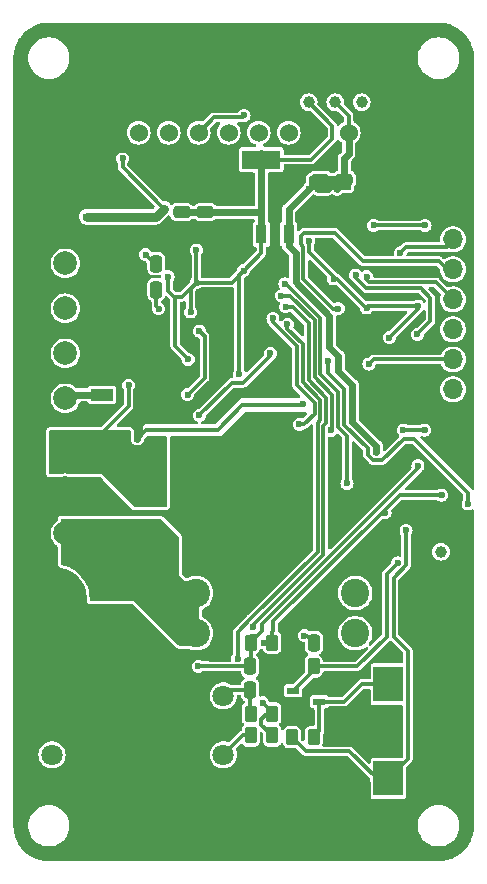
<source format=gbr>
%TF.GenerationSoftware,KiCad,Pcbnew,7.0.8*%
%TF.CreationDate,2023-10-18T12:59:10+02:00*%
%TF.ProjectId,AxxSolder,41787853-6f6c-4646-9572-2e6b69636164,rev?*%
%TF.SameCoordinates,Original*%
%TF.FileFunction,Copper,L1,Top*%
%TF.FilePolarity,Positive*%
%FSLAX46Y46*%
G04 Gerber Fmt 4.6, Leading zero omitted, Abs format (unit mm)*
G04 Created by KiCad (PCBNEW 7.0.8) date 2023-10-18 12:59:10*
%MOMM*%
%LPD*%
G01*
G04 APERTURE LIST*
G04 Aperture macros list*
%AMRoundRect*
0 Rectangle with rounded corners*
0 $1 Rounding radius*
0 $2 $3 $4 $5 $6 $7 $8 $9 X,Y pos of 4 corners*
0 Add a 4 corners polygon primitive as box body*
4,1,4,$2,$3,$4,$5,$6,$7,$8,$9,$2,$3,0*
0 Add four circle primitives for the rounded corners*
1,1,$1+$1,$2,$3*
1,1,$1+$1,$4,$5*
1,1,$1+$1,$6,$7*
1,1,$1+$1,$8,$9*
0 Add four rect primitives between the rounded corners*
20,1,$1+$1,$2,$3,$4,$5,0*
20,1,$1+$1,$4,$5,$6,$7,0*
20,1,$1+$1,$6,$7,$8,$9,0*
20,1,$1+$1,$8,$9,$2,$3,0*%
G04 Aperture macros list end*
%TA.AperFunction,ComponentPad*%
%ADD10C,1.800000*%
%TD*%
%TA.AperFunction,ComponentPad*%
%ADD11O,3.600000X2.900000*%
%TD*%
%TA.AperFunction,SMDPad,CuDef*%
%ADD12RoundRect,0.250000X0.250000X0.475000X-0.250000X0.475000X-0.250000X-0.475000X0.250000X-0.475000X0*%
%TD*%
%TA.AperFunction,SMDPad,CuDef*%
%ADD13RoundRect,0.250000X-0.250000X-0.475000X0.250000X-0.475000X0.250000X0.475000X-0.250000X0.475000X0*%
%TD*%
%TA.AperFunction,SMDPad,CuDef*%
%ADD14RoundRect,0.250000X0.475000X-0.250000X0.475000X0.250000X-0.475000X0.250000X-0.475000X-0.250000X0*%
%TD*%
%TA.AperFunction,SMDPad,CuDef*%
%ADD15RoundRect,0.250000X0.262500X0.450000X-0.262500X0.450000X-0.262500X-0.450000X0.262500X-0.450000X0*%
%TD*%
%TA.AperFunction,SMDPad,CuDef*%
%ADD16R,1.050000X0.600000*%
%TD*%
%TA.AperFunction,SMDPad,CuDef*%
%ADD17RoundRect,0.250000X-0.262500X-0.450000X0.262500X-0.450000X0.262500X0.450000X-0.262500X0.450000X0*%
%TD*%
%TA.AperFunction,SMDPad,CuDef*%
%ADD18R,2.500000X3.000000*%
%TD*%
%TA.AperFunction,SMDPad,CuDef*%
%ADD19RoundRect,0.250000X-0.475000X0.250000X-0.475000X-0.250000X0.475000X-0.250000X0.475000X0.250000X0*%
%TD*%
%TA.AperFunction,SMDPad,CuDef*%
%ADD20R,1.930000X1.000000*%
%TD*%
%TA.AperFunction,ComponentPad*%
%ADD21C,1.000000*%
%TD*%
%TA.AperFunction,SMDPad,CuDef*%
%ADD22R,0.950000X1.650000*%
%TD*%
%TA.AperFunction,SMDPad,CuDef*%
%ADD23R,3.250000X1.650000*%
%TD*%
%TA.AperFunction,SMDPad,CuDef*%
%ADD24R,2.150000X2.200000*%
%TD*%
%TA.AperFunction,ComponentPad*%
%ADD25C,1.524000*%
%TD*%
%TA.AperFunction,ComponentPad*%
%ADD26C,5.400000*%
%TD*%
%TA.AperFunction,ComponentPad*%
%ADD27C,2.000000*%
%TD*%
%TA.AperFunction,ComponentPad*%
%ADD28R,1.700000X1.700000*%
%TD*%
%TA.AperFunction,ComponentPad*%
%ADD29O,1.700000X1.700000*%
%TD*%
%TA.AperFunction,ComponentPad*%
%ADD30C,2.400000*%
%TD*%
%TA.AperFunction,ViaPad*%
%ADD31C,0.600000*%
%TD*%
%TA.AperFunction,Conductor*%
%ADD32C,0.300000*%
%TD*%
%TA.AperFunction,Conductor*%
%ADD33C,0.200000*%
%TD*%
%TA.AperFunction,Conductor*%
%ADD34C,0.600000*%
%TD*%
%TA.AperFunction,Conductor*%
%ADD35C,0.800000*%
%TD*%
G04 APERTURE END LIST*
D10*
%TO.P,U1,1,1*%
%TO.N,/ENC_Button*%
X100275000Y-109000000D03*
%TO.P,U1,2,2*%
%TO.N,GND*%
X100275000Y-104000000D03*
%TO.P,U1,3,3*%
%TO.N,/ENC_B*%
X114775000Y-109000000D03*
D11*
%TO.P,U1,4,4*%
%TO.N,GND*%
X107275000Y-112200000D03*
D10*
X114775000Y-106500000D03*
D11*
X107275000Y-100800000D03*
D10*
%TO.P,U1,5,5*%
%TO.N,/ENC_A*%
X114775000Y-104000000D03*
%TD*%
D12*
%TO.P,C9,1*%
%TO.N,/ENC_B*%
X122450000Y-99500000D03*
%TO.P,C9,2*%
%TO.N,GND*%
X120550000Y-99500000D03*
%TD*%
D13*
%TO.P,C10,1*%
%TO.N,/ENC_A*%
X117050000Y-103500000D03*
%TO.P,C10,2*%
%TO.N,GND*%
X118950000Y-103500000D03*
%TD*%
D14*
%TO.P,C13,1*%
%TO.N,GND*%
X123000000Y-62200000D03*
%TO.P,C13,2*%
%TO.N,+5V*%
X123000000Y-60300000D03*
%TD*%
D15*
%TO.P,R12,1*%
%TO.N,+3.3V*%
X118912500Y-99500000D03*
%TO.P,R12,2*%
%TO.N,/ENC_Button*%
X117087500Y-99500000D03*
%TD*%
D14*
%TO.P,C6,1*%
%TO.N,GND*%
X125000000Y-62200000D03*
%TO.P,C6,2*%
%TO.N,+5V*%
X125000000Y-60300000D03*
%TD*%
D12*
%TO.P,C29,1*%
%TO.N,/Stand_sense*%
X109100000Y-67400000D03*
%TO.P,C29,2*%
%TO.N,GND*%
X107200000Y-67400000D03*
%TD*%
D16*
%TO.P,Q2,1*%
%TO.N,Net-(Q2-Pad1)*%
X120700000Y-103550000D03*
%TO.P,Q2,2*%
%TO.N,GND*%
X120700000Y-105450000D03*
%TO.P,Q2,3*%
%TO.N,Net-(LS1--)*%
X122900000Y-104500000D03*
%TD*%
D15*
%TO.P,R16,1*%
%TO.N,Net-(Q2-Pad1)*%
X122412500Y-101500000D03*
%TO.P,R16,2*%
%TO.N,GND*%
X120587500Y-101500000D03*
%TD*%
D17*
%TO.P,R11,1*%
%TO.N,/ENC_B*%
X117087500Y-107350000D03*
%TO.P,R11,2*%
%TO.N,+3.3V*%
X118912500Y-107350000D03*
%TD*%
D18*
%TO.P,LS1,1,-*%
%TO.N,Net-(LS1--)*%
X128750000Y-103000000D03*
%TO.P,LS1,2,+*%
%TO.N,+5V*%
X128750000Y-111000000D03*
%TD*%
D17*
%TO.P,R17,1*%
%TO.N,+5V*%
X120587500Y-107500000D03*
%TO.P,R17,2*%
%TO.N,Net-(LS1--)*%
X122412500Y-107500000D03*
%TD*%
D19*
%TO.P,C19,1*%
%TO.N,+3.3V*%
X111250000Y-63050000D03*
%TO.P,C19,2*%
%TO.N,GND*%
X111250000Y-64950000D03*
%TD*%
D20*
%TO.P,D7,1*%
%TO.N,/RED*%
X104500000Y-82900000D03*
%TO.P,D7,2*%
%TO.N,/BLUE*%
X104500000Y-78500000D03*
%TD*%
D21*
%TO.P,TP3,1,1*%
%TO.N,GND*%
X119750000Y-53750000D03*
%TD*%
D22*
%TO.P,PS1,1,ADJ/GND*%
%TO.N,GND*%
X115700000Y-64900000D03*
%TO.P,PS1,2,VOUT_1*%
%TO.N,+3.3V*%
X118000000Y-64900000D03*
%TO.P,PS1,3,VIN*%
%TO.N,+5V*%
X120300000Y-64900000D03*
D23*
%TO.P,PS1,4,VOUT_2*%
%TO.N,+3.3V*%
X118000000Y-58600000D03*
%TD*%
D19*
%TO.P,C22,1*%
%TO.N,+3.3V*%
X113250000Y-63050000D03*
%TO.P,C22,2*%
%TO.N,GND*%
X113250000Y-64950000D03*
%TD*%
D24*
%TO.P,D9,1*%
%TO.N,GND*%
X105300000Y-97300000D03*
%TO.P,D9,2*%
%TO.N,Net-(J1-Pin_7)*%
X105300000Y-92900000D03*
%TD*%
D15*
%TO.P,R13,1*%
%TO.N,+3.3V*%
X118912500Y-105500000D03*
%TO.P,R13,2*%
%TO.N,/ENC_A*%
X117087500Y-105500000D03*
%TD*%
D25*
%TO.P,D4,1,VCC*%
%TO.N,+5V*%
X125390000Y-56320000D03*
D26*
%TO.P,D4,2,GND*%
%TO.N,GND*%
X132500000Y-95820000D03*
X132500000Y-56320000D03*
D25*
X122850000Y-56320000D03*
D26*
X100500000Y-95820000D03*
X100500000Y-56320000D03*
D25*
%TO.P,D4,3,NC*%
%TO.N,unconnected-(D4-NC-Pad3)*%
X120310000Y-56320000D03*
%TO.P,D4,4,DIN*%
%TO.N,/SPI_MOSI*%
X117770000Y-56320000D03*
%TO.P,D4,5,CLK*%
%TO.N,/SPI_SCK*%
X115230000Y-56320000D03*
%TO.P,D4,6,CS*%
%TO.N,/SPI_CS*%
X112690000Y-56320000D03*
%TO.P,D4,7,DC*%
%TO.N,/SPI_DC*%
X110150000Y-56320000D03*
%TO.P,D4,8,RST*%
%TO.N,/SPI_RST*%
X107610000Y-56320000D03*
%TD*%
D13*
%TO.P,C8,1*%
%TO.N,/ENC_Button*%
X117050000Y-101500000D03*
%TO.P,C8,2*%
%TO.N,GND*%
X118950000Y-101500000D03*
%TD*%
D12*
%TO.P,C28,1*%
%TO.N,/Handle_sense*%
X109100000Y-69600000D03*
%TO.P,C28,2*%
%TO.N,GND*%
X107200000Y-69600000D03*
%TD*%
D27*
%TO.P,J1,1,Pin_1*%
%TO.N,/Stand_sense*%
X101400000Y-67370000D03*
%TO.P,J1,2,Pin_2*%
%TO.N,/Handle_sense*%
X101400000Y-71180000D03*
%TO.P,J1,3,Pin_3*%
%TO.N,/GREEN*%
X101400000Y-74990000D03*
%TO.P,J1,4,Pin_4*%
%TO.N,/BLUE*%
X101400000Y-78800000D03*
%TO.P,J1,5,Pin_5*%
%TO.N,/RED*%
X101400000Y-82610000D03*
%TO.P,J1,6,Pin_6*%
%TO.N,GND*%
X101400000Y-86420000D03*
%TO.P,J1,7,Pin_7*%
%TO.N,Net-(J1-Pin_7)*%
X101400000Y-90230000D03*
%TD*%
D21*
%TO.P,TP1,1,1*%
%TO.N,/Ambient_temp*%
X133200000Y-91800000D03*
%TD*%
D28*
%TO.P,J4,1,Pin_1*%
%TO.N,GND*%
X134225000Y-80600000D03*
D29*
%TO.P,J4,2,Pin_2*%
%TO.N,+3.3V*%
X134225000Y-78060000D03*
%TO.P,J4,3,Pin_3*%
%TO.N,/NRST*%
X134225000Y-75520000D03*
%TO.P,J4,4,Pin_4*%
%TO.N,/SWCLK*%
X134225000Y-72980000D03*
%TO.P,J4,5,Pin_5*%
%TO.N,/SWDIO*%
X134225000Y-70440000D03*
%TO.P,J4,6,Pin_6*%
%TO.N,/MCU_TX*%
X134225000Y-67900000D03*
%TO.P,J4,7,Pin_7*%
%TO.N,/MCU_RX*%
X134225000Y-65360000D03*
%TD*%
D21*
%TO.P,TP9,1,1*%
%TO.N,+3.3V*%
X122000000Y-53750000D03*
%TD*%
%TO.P,TP7,1,1*%
%TO.N,+5V*%
X124250000Y-53750000D03*
%TD*%
D30*
%TO.P,F1,1*%
%TO.N,VDD*%
X125950000Y-98700000D03*
X125950000Y-95300000D03*
%TO.P,F1,2*%
%TO.N,Net-(J1-Pin_7)*%
X112480000Y-98700000D03*
X112480000Y-95300000D03*
%TD*%
D21*
%TO.P,TP8,1,1*%
%TO.N,VDD*%
X126500000Y-53750000D03*
%TD*%
D31*
%TO.N,/Ambient_temp*%
X135500000Y-87750000D03*
X123649500Y-75649608D03*
%TO.N,+3.3V*%
X116500000Y-68000000D03*
X128829977Y-73670023D03*
X112500000Y-66250000D03*
X110100500Y-68500500D03*
X118113830Y-104589863D03*
X126907326Y-71157326D03*
X116126283Y-76755668D03*
X133250000Y-87000000D03*
X128475500Y-88500000D03*
X112000000Y-71500000D03*
X112505338Y-69009913D03*
X111799502Y-75500000D03*
X124104278Y-68699500D03*
X118250000Y-99500000D03*
X121988000Y-65512000D03*
X131250000Y-71000000D03*
%TO.N,/ENC_B*%
X121639769Y-98896782D03*
X120057030Y-71050500D03*
X117324500Y-98175500D03*
%TO.N,/ENC_A*%
X120198132Y-72552878D03*
X116000000Y-100850500D03*
%TO.N,/ENC_Button*%
X112658032Y-101494005D03*
X131200000Y-73400000D03*
X125975072Y-68375500D03*
X131250000Y-84500000D03*
%TO.N,/Heater*%
X123908836Y-81516092D03*
X119693356Y-70117517D03*
%TO.N,/SWCLK*%
X131856271Y-64174998D03*
X127500000Y-64174998D03*
%TO.N,/SWDIO*%
X126899190Y-68514097D03*
%TO.N,+5V*%
X123600000Y-61100000D03*
X124400000Y-61100000D03*
X130250000Y-90000000D03*
X122800000Y-61100000D03*
X127725000Y-83391970D03*
X122000000Y-61100000D03*
%TO.N,/RED*%
X109500000Y-87500000D03*
X108000000Y-86750000D03*
X109500000Y-86000000D03*
X108750000Y-86750000D03*
X108750000Y-86000000D03*
X108750000Y-87500000D03*
X108000000Y-86000000D03*
X109500000Y-86750000D03*
X107250000Y-86750000D03*
X106750000Y-77699500D03*
X107250000Y-86000000D03*
X107250000Y-87500000D03*
X108000000Y-87500000D03*
%TO.N,Net-(Q2-Pad1)*%
X129540734Y-92740734D03*
%TO.N,/BLUE*%
X112750000Y-80250000D03*
X118750000Y-75000000D03*
%TO.N,/Busvoltage*%
X119989481Y-69120473D03*
X125250000Y-86000000D03*
%TO.N,Net-(D6-common)*%
X111750000Y-78500000D03*
X112749501Y-73117550D03*
%TO.N,/SPI_CS*%
X116534266Y-54865734D03*
%TO.N,/MCU_RX*%
X129750000Y-66500000D03*
%TO.N,/MCU_TX*%
X124499500Y-71230091D03*
%TO.N,/Buzzer*%
X121223732Y-81024500D03*
X118975767Y-72049500D03*
%TO.N,/Stand_sense*%
X108200000Y-66650500D03*
%TO.N,GND*%
X110950498Y-69474502D03*
X120500000Y-87750000D03*
X110550000Y-112200000D03*
X107500000Y-82250000D03*
X103250000Y-100000000D03*
X97900000Y-75875000D03*
X104000000Y-112250000D03*
X130500000Y-83000000D03*
X119000000Y-87750000D03*
X119601475Y-68198314D03*
X109850000Y-72125000D03*
X104750000Y-111500000D03*
X135500000Y-82100000D03*
X111250000Y-111450000D03*
X128720023Y-85029977D03*
X104000000Y-100000000D03*
X104750000Y-113000000D03*
X109849808Y-101484302D03*
X124600000Y-107200000D03*
X117250000Y-111750000D03*
X103250000Y-101500000D03*
X110550000Y-112950000D03*
X119500000Y-87750000D03*
X97900000Y-85250000D03*
X97900000Y-69625000D03*
X103250000Y-113000000D03*
X118700000Y-112500000D03*
X110550000Y-111450000D03*
X120250000Y-84000000D03*
X121597889Y-63026633D03*
X104750000Y-100000000D03*
X118500000Y-87750000D03*
X103500000Y-87250000D03*
X109800000Y-112950000D03*
X114400000Y-73300000D03*
X125700000Y-71100000D03*
X108000000Y-77699500D03*
X118000000Y-112500000D03*
X134500000Y-82100000D03*
X117200000Y-80600500D03*
X109800000Y-112200000D03*
X104000000Y-113000000D03*
X118000000Y-111000000D03*
X110599808Y-101484302D03*
X117250000Y-111000000D03*
X112750000Y-79000000D03*
X118050000Y-72550000D03*
X120250000Y-81250000D03*
X118000000Y-87750000D03*
X102750000Y-87250000D03*
X121526273Y-79286227D03*
X102750000Y-86500000D03*
X120000000Y-87750000D03*
X115750000Y-66000000D03*
X117250000Y-112500000D03*
X111349808Y-101484302D03*
X109800000Y-111450000D03*
X104000000Y-100750000D03*
X118779727Y-66749500D03*
X111250000Y-112200000D03*
X118700000Y-111000000D03*
X97900000Y-82125000D03*
X103500000Y-86500000D03*
X103250000Y-100750000D03*
X120250000Y-82500000D03*
X118000000Y-111750000D03*
X102750000Y-85750000D03*
X115350500Y-73332591D03*
X119225498Y-64750500D03*
X97900000Y-72750000D03*
X104750000Y-100750000D03*
X135000000Y-82100000D03*
X129900000Y-77062500D03*
X104000000Y-111500000D03*
X111000000Y-59839945D03*
X118700000Y-111750000D03*
X109849808Y-100734302D03*
X128650000Y-72550000D03*
X128000000Y-81400000D03*
X117500000Y-87750000D03*
X121000000Y-87750000D03*
X118049500Y-103500000D03*
X109900000Y-74974500D03*
X104750000Y-112250000D03*
X130562500Y-77062500D03*
X103250000Y-111500000D03*
X114500000Y-83000000D03*
X128575385Y-81982539D03*
X104250000Y-85750000D03*
X115700000Y-81400000D03*
X119750000Y-75000000D03*
X104750000Y-101500000D03*
X103250000Y-112250000D03*
X104250000Y-87250000D03*
X105000000Y-87250000D03*
X111349808Y-100734302D03*
X111250000Y-112950000D03*
X103500000Y-85750000D03*
X97900000Y-79000000D03*
X97900000Y-66500000D03*
X104250000Y-86500000D03*
X110599808Y-100734302D03*
X104000000Y-101500000D03*
%TO.N,VDD*%
X109750000Y-62750000D03*
X106250000Y-58499500D03*
X103150000Y-63500000D03*
%TO.N,/Handle_sense*%
X109290734Y-71209266D03*
%TO.N,Net-(IC2-PB8-BOOT0)*%
X130025500Y-81500000D03*
X131824500Y-81500000D03*
%TO.N,/NRST*%
X127100500Y-75915233D03*
%TD*%
D32*
%TO.N,/Ambient_temp*%
X130042894Y-82250000D02*
X130950000Y-82250000D01*
X123649500Y-76710161D02*
X125000000Y-78060661D01*
X127455761Y-84041970D02*
X128250924Y-84041970D01*
X128250924Y-84041970D02*
X130042894Y-82250000D01*
X127000000Y-83586209D02*
X127455761Y-84041970D01*
X123649500Y-75649608D02*
X123649500Y-76710161D01*
X135500000Y-86800000D02*
X135500000Y-87750000D01*
X127000000Y-83039957D02*
X127000000Y-83586209D01*
X130950000Y-82250000D02*
X135500000Y-86800000D01*
X125000000Y-78060661D02*
X125000000Y-81039957D01*
X125000000Y-81039957D02*
X127000000Y-83039957D01*
%TO.N,+3.3V*%
X112000000Y-71500000D02*
X112000000Y-69515251D01*
X118912500Y-98587500D02*
X118912500Y-99500000D01*
X112500000Y-66250000D02*
X112500000Y-69004575D01*
X118250000Y-99500000D02*
X118912500Y-99500000D01*
X118912500Y-105388533D02*
X118113830Y-104589863D01*
X133250000Y-87000000D02*
X129707106Y-87000000D01*
X110639837Y-70224502D02*
X111025498Y-70224502D01*
D33*
X131250000Y-71250000D02*
X131250000Y-71000000D01*
D34*
X111250000Y-63050000D02*
X113250000Y-63050000D01*
D32*
X110699500Y-70300500D02*
X110775498Y-70224502D01*
X116100000Y-68400000D02*
X116500000Y-68000000D01*
X126857326Y-71157326D02*
X126907326Y-71157326D01*
X115490087Y-69009913D02*
X116500000Y-68000000D01*
X118000000Y-106437500D02*
X118000000Y-106000000D01*
X122050000Y-65574000D02*
X122050000Y-66450000D01*
X122217915Y-58600000D02*
X118000000Y-58600000D01*
X111275498Y-70224502D02*
X111025498Y-70224502D01*
X124104278Y-68504278D02*
X124104278Y-68699500D01*
X110100500Y-68500500D02*
X110100500Y-69685165D01*
X124000000Y-56817915D02*
X122217915Y-58600000D01*
X129707106Y-87000000D02*
X128475500Y-88231606D01*
X124000000Y-55750000D02*
X124000000Y-56817915D01*
X128475500Y-88231606D02*
X128475500Y-88500000D01*
X111799502Y-75500000D02*
X110699500Y-74399998D01*
X128829977Y-73670023D02*
X131250000Y-71250000D01*
D34*
X118000000Y-58000000D02*
X118000000Y-64900000D01*
D32*
X118000000Y-106000000D02*
X118500000Y-105500000D01*
X118912500Y-107350000D02*
X118000000Y-106437500D01*
D34*
X113250000Y-63050000D02*
X118000000Y-63050000D01*
D32*
X116100000Y-76729385D02*
X116100000Y-68400000D01*
X112500000Y-69004575D02*
X112505338Y-69009913D01*
X127064652Y-71000000D02*
X126907326Y-71157326D01*
X116126283Y-76755668D02*
X116100000Y-76729385D01*
X131250000Y-71000000D02*
X127064652Y-71000000D01*
X122000000Y-53750000D02*
X124000000Y-55750000D01*
X118912500Y-105500000D02*
X118912500Y-105388533D01*
X119000000Y-98500000D02*
X118912500Y-98587500D01*
X112000000Y-69515251D02*
X112505338Y-69009913D01*
X112490087Y-69009913D02*
X111275498Y-70224502D01*
X110100500Y-69685165D02*
X110639837Y-70224502D01*
X110699500Y-74399998D02*
X110699500Y-70300500D01*
X118000000Y-66500000D02*
X116500000Y-68000000D01*
X128475500Y-88500000D02*
X128207106Y-88500000D01*
X112505338Y-69009913D02*
X115490087Y-69009913D01*
X118500000Y-105500000D02*
X118912500Y-105500000D01*
X128207106Y-88500000D02*
X119000000Y-97707106D01*
X118000000Y-64900000D02*
X118000000Y-66500000D01*
X124104278Y-68699500D02*
X124399500Y-68699500D01*
X112505338Y-69009913D02*
X112490087Y-69009913D01*
X121988000Y-65512000D02*
X122050000Y-65574000D01*
X110775498Y-70224502D02*
X111025498Y-70224502D01*
X122050000Y-66450000D02*
X124104278Y-68504278D01*
X119000000Y-97707106D02*
X119000000Y-98500000D01*
X124399500Y-68699500D02*
X126857326Y-71157326D01*
%TO.N,/ENC_B*%
X123250000Y-81139721D02*
X123250000Y-92042894D01*
X117324500Y-97968394D02*
X117324500Y-98175500D01*
X121846782Y-98896782D02*
X122450000Y-99500000D01*
X122000000Y-72414212D02*
X122000000Y-77250000D01*
X116425000Y-107350000D02*
X114775000Y-109000000D01*
X120636288Y-71050500D02*
X122000000Y-72414212D01*
X123250000Y-92042894D02*
X117324500Y-97968394D01*
X123500000Y-78750000D02*
X123500000Y-80889721D01*
X120057030Y-71050500D02*
X120636288Y-71050500D01*
X123500000Y-80889721D02*
X123250000Y-81139721D01*
X122000000Y-77250000D02*
X123500000Y-78750000D01*
X117087500Y-107350000D02*
X116425000Y-107350000D01*
X121639769Y-98896782D02*
X121846782Y-98896782D01*
%TO.N,/ENC_A*%
X123000000Y-78957106D02*
X121500000Y-77457106D01*
X116000000Y-98580761D02*
X117055261Y-97525500D01*
X122750000Y-91835788D02*
X122750000Y-80932614D01*
X121500000Y-77457106D02*
X121500000Y-74208301D01*
X115275000Y-103500000D02*
X114775000Y-104000000D01*
X116000000Y-100850500D02*
X116000000Y-98580761D01*
X122750000Y-80932614D02*
X123000000Y-80682614D01*
X120198132Y-72906433D02*
X120198132Y-72552878D01*
X117060288Y-97525500D02*
X122750000Y-91835788D01*
X117050000Y-105462500D02*
X117087500Y-105500000D01*
X121500000Y-74208301D02*
X120198132Y-72906433D01*
X117055261Y-97525500D02*
X117060288Y-97525500D01*
X117050000Y-103500000D02*
X115275000Y-103500000D01*
X117050000Y-103500000D02*
X117050000Y-105462500D01*
X123000000Y-80682614D02*
X123000000Y-78957106D01*
%TO.N,/ENC_Button*%
X113500000Y-101500000D02*
X117050000Y-101500000D01*
X112658032Y-101494005D02*
X113494005Y-101494005D01*
X117087500Y-98925500D02*
X117087500Y-99500000D01*
X118074500Y-98486161D02*
X117635161Y-98925500D01*
X117087500Y-99500000D02*
X117087500Y-101462500D01*
X118074500Y-97925500D02*
X118074500Y-98486161D01*
X131500000Y-69500000D02*
X126886900Y-69500000D01*
X132300000Y-70300000D02*
X131500000Y-69500000D01*
X131250000Y-84750000D02*
X118074500Y-97925500D01*
X117635161Y-98925500D02*
X117087500Y-98925500D01*
X113494005Y-101494005D02*
X113500000Y-101500000D01*
X117087500Y-101462500D02*
X117050000Y-101500000D01*
X126886900Y-69500000D02*
X125975072Y-68588171D01*
X131250000Y-84500000D02*
X131250000Y-84750000D01*
X125975072Y-68588171D02*
X125975072Y-68375500D01*
X132300000Y-72300000D02*
X132300000Y-70300000D01*
X131200000Y-73400000D02*
X132300000Y-72300000D01*
%TO.N,/Heater*%
X124000000Y-78542893D02*
X122500000Y-77042893D01*
X122500000Y-77042893D02*
X122500000Y-72207106D01*
X124000000Y-81424928D02*
X124000000Y-78542893D01*
X122500000Y-72207106D02*
X120410411Y-70117517D01*
X120410411Y-70117517D02*
X119693356Y-70117517D01*
X123908836Y-81516092D02*
X124000000Y-81424928D01*
%TO.N,/SWCLK*%
X131856271Y-64174998D02*
X127500000Y-64174998D01*
%TO.N,/SWDIO*%
X126899190Y-68805183D02*
X127094007Y-69000000D01*
X127094007Y-69000000D02*
X132785000Y-69000000D01*
X126899190Y-68514097D02*
X126899190Y-68805183D01*
X132785000Y-69000000D02*
X134225000Y-70440000D01*
D34*
%TO.N,+5V*%
X128750000Y-111000000D02*
X127750000Y-111000000D01*
X122000000Y-61100000D02*
X120300000Y-62800000D01*
X125390000Y-56320000D02*
X125390000Y-58110000D01*
X125700000Y-80820719D02*
X125700000Y-77700000D01*
D32*
X121787500Y-108700000D02*
X120587500Y-107500000D01*
D34*
X125390000Y-58110000D02*
X125000000Y-58500000D01*
D32*
X130250000Y-90000000D02*
X130250000Y-92950000D01*
D34*
X123750000Y-74485029D02*
X123750000Y-71830762D01*
D32*
X129200000Y-99000000D02*
X130400000Y-100200000D01*
D34*
X125000000Y-60300000D02*
X124000000Y-60300000D01*
D32*
X125390000Y-56320000D02*
X125390000Y-54890000D01*
D34*
X123750000Y-71830762D02*
X120900000Y-68980762D01*
X124000000Y-60300000D02*
X123000000Y-60300000D01*
X124000000Y-60700000D02*
X124000000Y-60300000D01*
X122000000Y-61100000D02*
X122800000Y-60300000D01*
X127725000Y-82845719D02*
X125700000Y-80820719D01*
D32*
X130250000Y-92950000D02*
X129200000Y-94000000D01*
D34*
X127725000Y-83391970D02*
X127725000Y-82845719D01*
X124500000Y-76500000D02*
X124500000Y-75235029D01*
X124400000Y-60900000D02*
X125000000Y-60300000D01*
D32*
X125390000Y-54890000D02*
X124250000Y-53750000D01*
X122900000Y-61100000D02*
X122800000Y-61000000D01*
D34*
X125000000Y-58500000D02*
X125000000Y-60300000D01*
D32*
X129200000Y-94000000D02*
X129200000Y-99000000D01*
X130400000Y-100200000D02*
X130400000Y-109350000D01*
X130400000Y-109350000D02*
X128750000Y-111000000D01*
D34*
X125700000Y-77700000D02*
X124500000Y-76500000D01*
X127725000Y-83391970D02*
X127725000Y-83075000D01*
X123600000Y-61100000D02*
X124000000Y-60700000D01*
X124400000Y-61100000D02*
X124400000Y-60900000D01*
X122800000Y-60500000D02*
X123000000Y-60300000D01*
X120900000Y-66500000D02*
X120300000Y-65900000D01*
X122800000Y-61100000D02*
X122800000Y-61000000D01*
X120300000Y-62800000D02*
X120300000Y-64900000D01*
X122800000Y-61000000D02*
X122800000Y-60500000D01*
D32*
X127750000Y-111000000D02*
X125450000Y-108700000D01*
D34*
X123600000Y-61100000D02*
X122900000Y-61100000D01*
X122800000Y-60300000D02*
X123000000Y-60300000D01*
X120900000Y-68980762D02*
X120900000Y-66500000D01*
D32*
X125450000Y-108700000D02*
X121787500Y-108700000D01*
D34*
X120300000Y-65900000D02*
X120300000Y-64900000D01*
X124500000Y-75235029D02*
X123750000Y-74485029D01*
D32*
%TO.N,/RED*%
X106750000Y-79500000D02*
X103750000Y-82500000D01*
X103750000Y-82560000D02*
X103700000Y-82610000D01*
X104500000Y-82900000D02*
X101690000Y-82900000D01*
X103700000Y-82610000D02*
X101400000Y-82610000D01*
X107440000Y-86250000D02*
X108000000Y-86250000D01*
X103750000Y-82560000D02*
X107440000Y-86250000D01*
X101690000Y-82900000D02*
X101400000Y-82610000D01*
X106750000Y-77699500D02*
X106750000Y-79500000D01*
X103750000Y-82500000D02*
X103750000Y-82560000D01*
%TO.N,Net-(Q2-Pad1)*%
X128600000Y-93681468D02*
X128600000Y-99000000D01*
X126100000Y-101500000D02*
X122412500Y-101500000D01*
X122412500Y-101837500D02*
X120700000Y-103550000D01*
X129540734Y-92740734D02*
X128600000Y-93681468D01*
X122412500Y-101500000D02*
X122412500Y-101837500D01*
X128600000Y-99000000D02*
X126100000Y-101500000D01*
%TO.N,/BLUE*%
X115494332Y-77505668D02*
X116244332Y-77505668D01*
X115505668Y-77505668D02*
X116244332Y-77505668D01*
D34*
X101700000Y-78500000D02*
X101400000Y-78800000D01*
D32*
X116443832Y-77505668D02*
X116244332Y-77505668D01*
X118750000Y-75000000D02*
X118750000Y-75199500D01*
X101650000Y-78550000D02*
X101400000Y-78800000D01*
D34*
X104500000Y-78500000D02*
X101700000Y-78500000D01*
D32*
X118750000Y-75199500D02*
X116443832Y-77505668D01*
X112750000Y-80250000D02*
X115494332Y-77505668D01*
%TO.N,/Busvoltage*%
X123000000Y-72000000D02*
X123000000Y-76767767D01*
X125250000Y-81997063D02*
X125250000Y-86000000D01*
X124500000Y-81247063D02*
X125250000Y-81997063D01*
X124500000Y-78267767D02*
X124500000Y-81247063D01*
X123000000Y-76767767D02*
X124500000Y-78267767D01*
X119989481Y-69120473D02*
X120120473Y-69120473D01*
X120120473Y-69120473D02*
X123000000Y-72000000D01*
%TO.N,Net-(D6-common)*%
X113200000Y-73568049D02*
X113200000Y-77050000D01*
X112749501Y-73117550D02*
X113200000Y-73568049D01*
X113200000Y-77050000D02*
X111750000Y-78500000D01*
D34*
%TO.N,Net-(J1-Pin_7)*%
X101400000Y-90230000D02*
X102630000Y-90230000D01*
X101450000Y-90180000D02*
X101400000Y-90230000D01*
X112480000Y-95300000D02*
X107700000Y-95300000D01*
X102630000Y-90230000D02*
X105300000Y-92900000D01*
X107700000Y-95300000D02*
X105300000Y-92900000D01*
D32*
%TO.N,/SPI_CS*%
X114010000Y-55000000D02*
X112690000Y-56320000D01*
X116400000Y-55000000D02*
X114010000Y-55000000D01*
X116534266Y-54865734D02*
X116400000Y-55000000D01*
%TO.N,/MCU_RX*%
X129750000Y-66500000D02*
X130250000Y-66000000D01*
X133750000Y-66000000D02*
X134225000Y-65525000D01*
X130250000Y-66000000D02*
X133750000Y-66000000D01*
X134225000Y-65525000D02*
X134225000Y-65360000D01*
%TO.N,/MCU_TX*%
X121550000Y-68711524D02*
X124068567Y-71230091D01*
X133725000Y-67900000D02*
X133025000Y-67200000D01*
X121550000Y-65993239D02*
X121550000Y-68711524D01*
X124200000Y-64800000D02*
X121639339Y-64800000D01*
X121639339Y-64800000D02*
X121338000Y-65101339D01*
X121338000Y-65101339D02*
X121338000Y-65781239D01*
X121338000Y-65781239D02*
X121550000Y-65993239D01*
X124068567Y-71230091D02*
X124499500Y-71230091D01*
X133025000Y-67200000D02*
X126600000Y-67200000D01*
X126600000Y-67200000D02*
X124200000Y-64800000D01*
%TO.N,/Buzzer*%
X122500000Y-79200000D02*
X121000000Y-77700000D01*
X118975767Y-72391174D02*
X118975767Y-72049500D01*
X121000000Y-74415407D02*
X118975767Y-72391174D01*
X121000000Y-77700000D02*
X121000000Y-74415407D01*
X121575500Y-81024500D02*
X122500000Y-80100000D01*
X121223732Y-81024500D02*
X121575500Y-81024500D01*
X122500000Y-80100000D02*
X122500000Y-79200000D01*
%TO.N,/Stand_sense*%
X108949500Y-67400000D02*
X108200000Y-66650500D01*
X109100000Y-67400000D02*
X108949500Y-67400000D01*
%TO.N,GND*%
X120550000Y-99500000D02*
X120550000Y-101462500D01*
X105500000Y-58750000D02*
X104250000Y-60000000D01*
D34*
X119250000Y-64775002D02*
X119225498Y-64750500D01*
D32*
X112600000Y-75000000D02*
X112600000Y-76000000D01*
X120550000Y-101462500D02*
X120587500Y-101500000D01*
X135500000Y-75000000D02*
X135500000Y-79325000D01*
X114000000Y-77750000D02*
X114000000Y-73200000D01*
X118950000Y-103500000D02*
X118049500Y-103500000D01*
X109800000Y-112200000D02*
X110550000Y-112200000D01*
X118500000Y-87750000D02*
X119500000Y-87750000D01*
D34*
X119100000Y-66350000D02*
X118779727Y-66670273D01*
D32*
X119750000Y-74250000D02*
X118050000Y-72550000D01*
X110550000Y-112200000D02*
X109750000Y-112200000D01*
D34*
X108000000Y-77699500D02*
X108600000Y-78299500D01*
D32*
X110950498Y-69474502D02*
X110950498Y-65249502D01*
X98000000Y-85700000D02*
X98000000Y-65250000D01*
X98000000Y-63750000D02*
X98000000Y-65250000D01*
X110950498Y-65249502D02*
X111250000Y-64950000D01*
X130500000Y-83000000D02*
X128720023Y-84779977D01*
X109800000Y-112950000D02*
X108025000Y-112950000D01*
X126620000Y-62200000D02*
X125000000Y-62200000D01*
X115700000Y-65950000D02*
X115700000Y-64300000D01*
X107275000Y-112200000D02*
X109800000Y-112200000D01*
D34*
X115700000Y-64900000D02*
X110150000Y-64900000D01*
D32*
X118779727Y-66749500D02*
X118050000Y-67479227D01*
X132500000Y-56320000D02*
X130880000Y-56320000D01*
X101750000Y-57570000D02*
X101750000Y-60000000D01*
X115700000Y-81400000D02*
X116111159Y-81811159D01*
D34*
X122173367Y-63026633D02*
X123000000Y-62200000D01*
D32*
X134600000Y-80600000D02*
X134225000Y-80600000D01*
X105500000Y-58500000D02*
X105500000Y-58750000D01*
X112271789Y-72367550D02*
X111950000Y-72689339D01*
X107200000Y-64750000D02*
X110000000Y-64750000D01*
X109750000Y-72225000D02*
X109750000Y-74824500D01*
X132180000Y-74320000D02*
X134820000Y-74320000D01*
X114100000Y-73300000D02*
X114400000Y-73300000D01*
D34*
X123000000Y-62200000D02*
X125000000Y-62200000D01*
D32*
X115900000Y-54500000D02*
X106500000Y-54500000D01*
X106500000Y-54500000D02*
X105500000Y-55500000D01*
X127150000Y-72550000D02*
X128650000Y-72550000D01*
X101750000Y-60000000D02*
X98000000Y-63750000D01*
X119750000Y-75000000D02*
X119750000Y-74250000D01*
X104075000Y-104000000D02*
X107275000Y-100800000D01*
X105500000Y-55500000D02*
X105500000Y-58500000D01*
X114284513Y-81508381D02*
X116392894Y-79400000D01*
X121412500Y-79400000D02*
X121526273Y-79286227D01*
X122850000Y-56320000D02*
X122570000Y-56320000D01*
X132021268Y-74478732D02*
X132180000Y-74320000D01*
X116392894Y-79400000D02*
X121412500Y-79400000D01*
X109900000Y-74974500D02*
X109925500Y-75000000D01*
D34*
X108600000Y-78299500D02*
X108600000Y-79650000D01*
D32*
X128650000Y-72550000D02*
X128000000Y-73200000D01*
X122570000Y-56320000D02*
X120250000Y-54000000D01*
X120700000Y-105450000D02*
X119700000Y-104450000D01*
X125700000Y-71100000D02*
X127150000Y-72550000D01*
X115350500Y-73332591D02*
X114432591Y-73332591D01*
X119561159Y-81811159D02*
X120250000Y-82500000D01*
X113800000Y-73000000D02*
X114100000Y-73300000D01*
X120250000Y-54000000D02*
X120250000Y-53750000D01*
X107275000Y-100800000D02*
X107275000Y-112200000D01*
X115750000Y-66000000D02*
X115700000Y-65950000D01*
X113800000Y-73000000D02*
X113167550Y-72367550D01*
X130562500Y-77062500D02*
X130687500Y-77062500D01*
X128720023Y-84779977D02*
X128720023Y-85029977D01*
X112600000Y-76000000D02*
X112000000Y-76600000D01*
X130687500Y-77062500D02*
X134225000Y-80600000D01*
X128403732Y-74478732D02*
X132021268Y-74478732D01*
D34*
X121597889Y-63026633D02*
X122173367Y-63026633D01*
D32*
X98000000Y-65125000D02*
X98375000Y-64750000D01*
X106475000Y-100000000D02*
X107275000Y-100800000D01*
X105500000Y-57850000D02*
X105500000Y-58500000D01*
X109849808Y-100734302D02*
X107340698Y-100734302D01*
X107200000Y-64750000D02*
X107200000Y-67400000D01*
X110000000Y-64750000D02*
X110150000Y-64900000D01*
X109900000Y-75000000D02*
X109900000Y-74974500D01*
X100275000Y-104000000D02*
X104075000Y-104000000D01*
D34*
X107500000Y-82250000D02*
X107500000Y-81250000D01*
D32*
X116499500Y-80600500D02*
X117200000Y-80600500D01*
X118950000Y-101500000D02*
X118950000Y-103500000D01*
X118950000Y-103500000D02*
X118950000Y-103700000D01*
D34*
X107500000Y-81250000D02*
X108600000Y-80150000D01*
D32*
X104750000Y-113000000D02*
X106475000Y-113000000D01*
X117500000Y-87750000D02*
X118000000Y-87750000D01*
X98375000Y-64750000D02*
X107200000Y-64750000D01*
D34*
X106750000Y-100275000D02*
X107275000Y-100800000D01*
D32*
X118050000Y-67479227D02*
X118050000Y-72550000D01*
D34*
X101980000Y-97300000D02*
X100500000Y-95820000D01*
D32*
X112750000Y-79000000D02*
X112100000Y-79650000D01*
X112000000Y-76600000D02*
X111500000Y-76600000D01*
X114432591Y-73332591D02*
X114400000Y-73300000D01*
D34*
X119250000Y-66279227D02*
X119250000Y-64775002D01*
D32*
X135500000Y-79325000D02*
X134225000Y-80600000D01*
X119601475Y-67571248D02*
X118779727Y-66749500D01*
X108241619Y-81508381D02*
X114284513Y-81508381D01*
X107500000Y-82250000D02*
X108241619Y-81508381D01*
X118000000Y-87750000D02*
X118500000Y-87750000D01*
X112750000Y-79000000D02*
X114000000Y-77750000D01*
D34*
X118779727Y-66670273D02*
X118779727Y-66749500D01*
D32*
X104250000Y-60000000D02*
X101750000Y-60000000D01*
X109750000Y-111525000D02*
X114775000Y-106500000D01*
X128000000Y-74075000D02*
X128403732Y-74478732D01*
X116111159Y-81811159D02*
X119561159Y-81811159D01*
X98720000Y-86420000D02*
X98000000Y-85700000D01*
X114000000Y-73200000D02*
X113800000Y-73000000D01*
D34*
X107200000Y-67400000D02*
X107200000Y-69600000D01*
D32*
X109850000Y-72125000D02*
X109750000Y-72225000D01*
X112100000Y-79650000D02*
X108600000Y-79650000D01*
X120587500Y-101500000D02*
X118950000Y-101500000D01*
X111500000Y-76600000D02*
X109900000Y-75000000D01*
D34*
X105300000Y-97300000D02*
X101980000Y-97300000D01*
D32*
X134820000Y-74320000D02*
X135500000Y-75000000D01*
X109750000Y-74824500D02*
X109900000Y-74974500D01*
X128000000Y-73200000D02*
X128000000Y-74075000D01*
X111950000Y-72689339D02*
X111950000Y-74350000D01*
X104750000Y-100000000D02*
X106475000Y-100000000D01*
X107340698Y-100734302D02*
X107275000Y-100800000D01*
X101400000Y-86420000D02*
X98720000Y-86420000D01*
X111000000Y-59839945D02*
X109010055Y-57850000D01*
X119601475Y-68198314D02*
X119601475Y-67571248D01*
X116650000Y-53750000D02*
X115900000Y-54500000D01*
X118950000Y-103700000D02*
X120700000Y-105450000D01*
X119750000Y-53750000D02*
X116650000Y-53750000D01*
X106475000Y-113000000D02*
X107275000Y-112200000D01*
D34*
X118779727Y-66749500D02*
X119250000Y-66279227D01*
D32*
X132500000Y-56320000D02*
X126620000Y-62200000D01*
X113167550Y-72367550D02*
X112271789Y-72367550D01*
X108025000Y-112950000D02*
X107275000Y-112200000D01*
X98000000Y-65250000D02*
X98000000Y-65125000D01*
X109010055Y-57850000D02*
X105500000Y-57850000D01*
X109750000Y-112200000D02*
X109750000Y-111525000D01*
X115700000Y-81400000D02*
X116499500Y-80600500D01*
X100500000Y-56320000D02*
X101750000Y-57570000D01*
X111950000Y-74350000D02*
X112600000Y-75000000D01*
D34*
X108600000Y-80150000D02*
X108600000Y-79650000D01*
D35*
%TO.N,VDD*%
X106124967Y-63456637D02*
X103193363Y-63456637D01*
D32*
X106250000Y-59250000D02*
X109750000Y-62750000D01*
X103193363Y-63456637D02*
X103150000Y-63500000D01*
X106250000Y-58499500D02*
X106250000Y-59250000D01*
D35*
X109043363Y-63456637D02*
X109750000Y-62750000D01*
X106124967Y-63456637D02*
X109043363Y-63456637D01*
D32*
%TO.N,/Handle_sense*%
X109100000Y-71018532D02*
X109290734Y-71209266D01*
X109100000Y-69600000D02*
X109100000Y-71018532D01*
%TO.N,Net-(IC2-PB8-BOOT0)*%
X131824500Y-81500000D02*
X130025500Y-81500000D01*
%TO.N,Net-(LS1--)*%
X128750000Y-103000000D02*
X126500000Y-103000000D01*
X126500000Y-103000000D02*
X125000000Y-104500000D01*
X122900000Y-104500000D02*
X122900000Y-107012500D01*
X122900000Y-107012500D02*
X122412500Y-107500000D01*
X125000000Y-104500000D02*
X122900000Y-104500000D01*
%TO.N,/NRST*%
X127495733Y-75520000D02*
X134225000Y-75520000D01*
X127100500Y-75915233D02*
X127495733Y-75520000D01*
X133955000Y-75250000D02*
X134225000Y-75520000D01*
%TD*%
%TA.AperFunction,Conductor*%
%TO.N,/RED*%
G36*
X106887621Y-81520002D02*
G01*
X106934114Y-81573658D01*
X106945500Y-81626000D01*
X106945500Y-82209520D01*
X106944960Y-82217751D01*
X106940715Y-82249998D01*
X106940715Y-82250001D01*
X106945016Y-82282674D01*
X106945408Y-82286595D01*
X106945498Y-82287914D01*
X106950433Y-82323822D01*
X106959855Y-82395386D01*
X106960856Y-82400341D01*
X106961042Y-82401005D01*
X106961043Y-82401009D01*
X106974310Y-82431553D01*
X106989506Y-82466539D01*
X107015646Y-82529647D01*
X107018981Y-82535422D01*
X107021357Y-82540139D01*
X107021772Y-82540821D01*
X107064882Y-82593810D01*
X107104529Y-82645478D01*
X107110365Y-82651314D01*
X107109891Y-82651787D01*
X107111503Y-82653353D01*
X107111669Y-82653176D01*
X107117963Y-82659055D01*
X107117966Y-82659058D01*
X107117968Y-82659059D01*
X107117972Y-82659063D01*
X107171192Y-82696629D01*
X107220357Y-82734355D01*
X107220363Y-82734357D01*
X107227508Y-82738482D01*
X107227432Y-82738613D01*
X107242197Y-82746750D01*
X107242495Y-82746961D01*
X107263628Y-82754471D01*
X107299410Y-82767187D01*
X107302371Y-82768325D01*
X107355246Y-82790228D01*
X107356321Y-82790369D01*
X107382069Y-82796565D01*
X107386123Y-82798006D01*
X107442881Y-82801887D01*
X107446778Y-82802278D01*
X107453069Y-82803106D01*
X107500000Y-82809285D01*
X107504959Y-82808631D01*
X107530011Y-82807848D01*
X107538193Y-82808408D01*
X107538193Y-82808407D01*
X107538196Y-82808408D01*
X107590464Y-82797545D01*
X107595017Y-82796774D01*
X107644754Y-82790228D01*
X107652988Y-82786816D01*
X107675566Y-82779862D01*
X107687436Y-82777396D01*
X107731679Y-82754471D01*
X107736543Y-82752207D01*
X107779643Y-82734355D01*
X107789809Y-82726553D01*
X107808545Y-82714641D01*
X107822775Y-82707269D01*
X107856640Y-82675639D01*
X107861253Y-82671731D01*
X107895474Y-82645474D01*
X107905653Y-82632208D01*
X107919604Y-82616836D01*
X107934176Y-82603228D01*
X107956413Y-82566658D01*
X107960242Y-82561065D01*
X107984355Y-82529643D01*
X107992250Y-82510581D01*
X108000991Y-82493351D01*
X108013375Y-82472990D01*
X108023972Y-82435163D01*
X108026419Y-82428087D01*
X108040228Y-82394754D01*
X108043428Y-82370438D01*
X108047019Y-82352909D01*
X108054500Y-82326214D01*
X108054500Y-82319739D01*
X108074502Y-82251618D01*
X108091405Y-82230643D01*
X108285145Y-82036904D01*
X108347457Y-82002879D01*
X108374240Y-82000000D01*
X109874000Y-82000000D01*
X109942121Y-82020002D01*
X109988614Y-82073658D01*
X110000000Y-82126000D01*
X110000000Y-87874000D01*
X109979998Y-87942121D01*
X109926342Y-87988614D01*
X109874000Y-88000000D01*
X107302190Y-88000000D01*
X107234069Y-87979998D01*
X107213095Y-87963095D01*
X104761975Y-85511975D01*
X104738818Y-85477318D01*
X104738485Y-85477511D01*
X104735548Y-85472424D01*
X104734660Y-85471096D01*
X104734355Y-85470358D01*
X104645474Y-85354526D01*
X104645472Y-85354524D01*
X104645471Y-85354523D01*
X104529642Y-85265644D01*
X104529641Y-85265643D01*
X104528896Y-85265335D01*
X104527556Y-85264439D01*
X104522486Y-85261512D01*
X104522677Y-85261179D01*
X104515645Y-85256480D01*
X104484353Y-85243519D01*
X104468718Y-85240409D01*
X104394752Y-85209771D01*
X104250000Y-85190715D01*
X104105246Y-85209771D01*
X104105245Y-85209772D01*
X104031282Y-85240409D01*
X103983064Y-85250000D01*
X103766936Y-85250000D01*
X103718718Y-85240409D01*
X103644752Y-85209771D01*
X103500000Y-85190715D01*
X103355246Y-85209771D01*
X103355245Y-85209772D01*
X103281282Y-85240409D01*
X103233064Y-85250000D01*
X103016936Y-85250000D01*
X102968718Y-85240409D01*
X102894752Y-85209771D01*
X102750000Y-85190715D01*
X102605246Y-85209771D01*
X102605245Y-85209772D01*
X102531282Y-85240409D01*
X102483064Y-85250000D01*
X101887260Y-85250000D01*
X101834011Y-85238195D01*
X101830711Y-85236656D01*
X101830700Y-85236652D01*
X101741091Y-85212641D01*
X101618674Y-85179839D01*
X101400000Y-85160708D01*
X101181326Y-85179839D01*
X100969299Y-85236652D01*
X100969288Y-85236656D01*
X100965989Y-85238195D01*
X100912740Y-85250000D01*
X100126000Y-85250000D01*
X100057879Y-85229998D01*
X100011386Y-85176342D01*
X100000000Y-85124000D01*
X100000000Y-81626000D01*
X100020002Y-81557879D01*
X100073658Y-81511386D01*
X100126000Y-81500000D01*
X106819500Y-81500000D01*
X106887621Y-81520002D01*
G37*
%TD.AperFunction*%
%TD*%
%TA.AperFunction,Conductor*%
%TO.N,+5V*%
G36*
X125543039Y-60019685D02*
G01*
X125588794Y-60072489D01*
X125600000Y-60124000D01*
X125600000Y-61076000D01*
X125580315Y-61143039D01*
X125527511Y-61188794D01*
X125476000Y-61200000D01*
X122124000Y-61200000D01*
X122056961Y-61180315D01*
X122011206Y-61127511D01*
X122000000Y-61076000D01*
X122000000Y-60124000D01*
X122019685Y-60056961D01*
X122072489Y-60011206D01*
X122124000Y-60000000D01*
X125476000Y-60000000D01*
X125543039Y-60019685D01*
G37*
%TD.AperFunction*%
%TD*%
%TA.AperFunction,Conductor*%
%TO.N,GND*%
G36*
X133001619Y-47000584D02*
G01*
X133133628Y-47007503D01*
X133317027Y-47017803D01*
X133323212Y-47018465D01*
X133475647Y-47042608D01*
X133638194Y-47070226D01*
X133643811Y-47071453D01*
X133796693Y-47112418D01*
X133889122Y-47139046D01*
X133951724Y-47157082D01*
X133956759Y-47158769D01*
X134106183Y-47216127D01*
X134254007Y-47277358D01*
X134258412Y-47279388D01*
X134324180Y-47312899D01*
X134401921Y-47352511D01*
X134477428Y-47394241D01*
X134541480Y-47429641D01*
X134545215Y-47431882D01*
X134619487Y-47480115D01*
X134680872Y-47519980D01*
X134768357Y-47582053D01*
X134810764Y-47612142D01*
X134813886Y-47614510D01*
X134938748Y-47715621D01*
X134941034Y-47717567D01*
X135058721Y-47822738D01*
X135061248Y-47825128D01*
X135174870Y-47938750D01*
X135177260Y-47941277D01*
X135282431Y-48058964D01*
X135284385Y-48061260D01*
X135385480Y-48186102D01*
X135387862Y-48189243D01*
X135480019Y-48319127D01*
X135533758Y-48401875D01*
X135568106Y-48454767D01*
X135570364Y-48458531D01*
X135647488Y-48598078D01*
X135720604Y-48741575D01*
X135722643Y-48745997D01*
X135783877Y-48893829D01*
X135841221Y-49043217D01*
X135842916Y-49048273D01*
X135887579Y-49203297D01*
X135928541Y-49356171D01*
X135929778Y-49361835D01*
X135957394Y-49524369D01*
X135981530Y-49676758D01*
X135982196Y-49682985D01*
X135992509Y-49866617D01*
X135999415Y-49998377D01*
X135999500Y-50001623D01*
X135999500Y-86433744D01*
X135979815Y-86500783D01*
X135927011Y-86546538D01*
X135857853Y-86556482D01*
X135794297Y-86527457D01*
X135787819Y-86521425D01*
X131476193Y-82209799D01*
X131442708Y-82148476D01*
X131447692Y-82078784D01*
X131489564Y-82022851D01*
X131555028Y-81998434D01*
X131611325Y-82007556D01*
X131680791Y-82036330D01*
X131803012Y-82052421D01*
X131824499Y-82055250D01*
X131824500Y-82055250D01*
X131824501Y-82055250D01*
X131845988Y-82052421D01*
X131968209Y-82036330D01*
X132102125Y-81980861D01*
X132217121Y-81892621D01*
X132305361Y-81777625D01*
X132360830Y-81643709D01*
X132379750Y-81500000D01*
X132378658Y-81491709D01*
X132373249Y-81450624D01*
X132360830Y-81356291D01*
X132305361Y-81222375D01*
X132217121Y-81107379D01*
X132102125Y-81019139D01*
X132102124Y-81019138D01*
X132102122Y-81019137D01*
X131968212Y-80963671D01*
X131968210Y-80963670D01*
X131968209Y-80963670D01*
X131896354Y-80954210D01*
X131824501Y-80944750D01*
X131824499Y-80944750D01*
X131680791Y-80963670D01*
X131680787Y-80963671D01*
X131546876Y-81019138D01*
X131546874Y-81019139D01*
X131475540Y-81073876D01*
X131410371Y-81099070D01*
X131400054Y-81099500D01*
X130449946Y-81099500D01*
X130382907Y-81079815D01*
X130374460Y-81073876D01*
X130303125Y-81019139D01*
X130303123Y-81019138D01*
X130169212Y-80963671D01*
X130169210Y-80963670D01*
X130169209Y-80963670D01*
X130097354Y-80954210D01*
X130025501Y-80944750D01*
X130025499Y-80944750D01*
X129881791Y-80963670D01*
X129881787Y-80963671D01*
X129747877Y-81019137D01*
X129632879Y-81107379D01*
X129544637Y-81222377D01*
X129489171Y-81356287D01*
X129489170Y-81356291D01*
X129471342Y-81491709D01*
X129470250Y-81500000D01*
X129486838Y-81625999D01*
X129489170Y-81643708D01*
X129489171Y-81643712D01*
X129544637Y-81777622D01*
X129544638Y-81777624D01*
X129544639Y-81777625D01*
X129632879Y-81892621D01*
X129634429Y-81893810D01*
X129635408Y-81895151D01*
X129638629Y-81898372D01*
X129638127Y-81898873D01*
X129675635Y-81950236D01*
X129679793Y-82019982D01*
X129646629Y-82079871D01*
X128487181Y-83239320D01*
X128425858Y-83272805D01*
X128356166Y-83267821D01*
X128300233Y-83225949D01*
X128275816Y-83160485D01*
X128275500Y-83151639D01*
X128275500Y-82855115D01*
X128277762Y-82788893D01*
X128267283Y-82745893D01*
X128266096Y-82739650D01*
X128260070Y-82695801D01*
X128260070Y-82695799D01*
X128252921Y-82679341D01*
X128246180Y-82659297D01*
X128241933Y-82641867D01*
X128234772Y-82629132D01*
X128220239Y-82603283D01*
X128217414Y-82597595D01*
X128210585Y-82581876D01*
X128199780Y-82556999D01*
X128188454Y-82543078D01*
X128176556Y-82525596D01*
X128174271Y-82521532D01*
X128167765Y-82509960D01*
X128136472Y-82478667D01*
X128132215Y-82473950D01*
X128104278Y-82439611D01*
X128089613Y-82429259D01*
X128073441Y-82415636D01*
X126286819Y-80629013D01*
X126253334Y-80567690D01*
X126250500Y-80541332D01*
X126250500Y-78060000D01*
X133119785Y-78060000D01*
X133138602Y-78263082D01*
X133194417Y-78459247D01*
X133194422Y-78459260D01*
X133285327Y-78641821D01*
X133408237Y-78804581D01*
X133558958Y-78941980D01*
X133558960Y-78941982D01*
X133621752Y-78980861D01*
X133732363Y-79049348D01*
X133922544Y-79123024D01*
X134123024Y-79160500D01*
X134123026Y-79160500D01*
X134326974Y-79160500D01*
X134326976Y-79160500D01*
X134527456Y-79123024D01*
X134717637Y-79049348D01*
X134891041Y-78941981D01*
X135041764Y-78804579D01*
X135164673Y-78641821D01*
X135255582Y-78459250D01*
X135311397Y-78263083D01*
X135330215Y-78060000D01*
X135322535Y-77977123D01*
X135311397Y-77856917D01*
X135298376Y-77811154D01*
X135255582Y-77660750D01*
X135246830Y-77643174D01*
X135192280Y-77533622D01*
X135164673Y-77478179D01*
X135041764Y-77315421D01*
X135041762Y-77315418D01*
X134891041Y-77178019D01*
X134891039Y-77178017D01*
X134717642Y-77070655D01*
X134717635Y-77070651D01*
X134621202Y-77033293D01*
X134527456Y-76996976D01*
X134326976Y-76959500D01*
X134123024Y-76959500D01*
X133922544Y-76996976D01*
X133922541Y-76996976D01*
X133922541Y-76996977D01*
X133732364Y-77070651D01*
X133732357Y-77070655D01*
X133558960Y-77178017D01*
X133558958Y-77178019D01*
X133408237Y-77315418D01*
X133285327Y-77478178D01*
X133194422Y-77660739D01*
X133194417Y-77660752D01*
X133138602Y-77856917D01*
X133119785Y-78059999D01*
X133119785Y-78060000D01*
X126250500Y-78060000D01*
X126250500Y-77709397D01*
X126250838Y-77699499D01*
X126252762Y-77643174D01*
X126242283Y-77600174D01*
X126241096Y-77593931D01*
X126236954Y-77563793D01*
X126235070Y-77550080D01*
X126227921Y-77533622D01*
X126221180Y-77513578D01*
X126216933Y-77496148D01*
X126206829Y-77478178D01*
X126195239Y-77457564D01*
X126192414Y-77451876D01*
X126179382Y-77421875D01*
X126174780Y-77411280D01*
X126163454Y-77397359D01*
X126151556Y-77379877D01*
X126142764Y-77364240D01*
X126111472Y-77332948D01*
X126107215Y-77328231D01*
X126079278Y-77293892D01*
X126064613Y-77283540D01*
X126048441Y-77269917D01*
X125086819Y-76308294D01*
X125053334Y-76246971D01*
X125050500Y-76220613D01*
X125050500Y-75915233D01*
X126545250Y-75915233D01*
X126564170Y-76058941D01*
X126564171Y-76058945D01*
X126619637Y-76192855D01*
X126619638Y-76192857D01*
X126619639Y-76192858D01*
X126707879Y-76307854D01*
X126822875Y-76396094D01*
X126822876Y-76396094D01*
X126822877Y-76396095D01*
X126837090Y-76401982D01*
X126956791Y-76451563D01*
X127083780Y-76468281D01*
X127100499Y-76470483D01*
X127100500Y-76470483D01*
X127100501Y-76470483D01*
X127115477Y-76468511D01*
X127244209Y-76451563D01*
X127378125Y-76396094D01*
X127493121Y-76307854D01*
X127581361Y-76192858D01*
X127636830Y-76058942D01*
X127640862Y-76028314D01*
X127669128Y-75964418D01*
X127727453Y-75925947D01*
X127763801Y-75920500D01*
X133118263Y-75920500D01*
X133185302Y-75940185D01*
X133229262Y-75989228D01*
X133285327Y-76101821D01*
X133336491Y-76169573D01*
X133408237Y-76264581D01*
X133558958Y-76401980D01*
X133558960Y-76401982D01*
X133639035Y-76451562D01*
X133732363Y-76509348D01*
X133922544Y-76583024D01*
X134123024Y-76620500D01*
X134123026Y-76620500D01*
X134326974Y-76620500D01*
X134326976Y-76620500D01*
X134527456Y-76583024D01*
X134717637Y-76509348D01*
X134891041Y-76401981D01*
X135041764Y-76264579D01*
X135164673Y-76101821D01*
X135255582Y-75919250D01*
X135311397Y-75723083D01*
X135330215Y-75520000D01*
X135311397Y-75316917D01*
X135255582Y-75120750D01*
X135251861Y-75113278D01*
X135195456Y-75000000D01*
X135164673Y-74938179D01*
X135074348Y-74818569D01*
X135041762Y-74775418D01*
X134891041Y-74638019D01*
X134891039Y-74638017D01*
X134717642Y-74530655D01*
X134717635Y-74530651D01*
X134598517Y-74484505D01*
X134527456Y-74456976D01*
X134326976Y-74419500D01*
X134123024Y-74419500D01*
X133922544Y-74456976D01*
X133922541Y-74456976D01*
X133922541Y-74456977D01*
X133732364Y-74530651D01*
X133732357Y-74530655D01*
X133558960Y-74638017D01*
X133558958Y-74638019D01*
X133408237Y-74775418D01*
X133285326Y-74938180D01*
X133229263Y-75050771D01*
X133181761Y-75102008D01*
X133118263Y-75119500D01*
X127432300Y-75119500D01*
X127411224Y-75126347D01*
X127392315Y-75130887D01*
X127370428Y-75134354D01*
X127350685Y-75144413D01*
X127332721Y-75151854D01*
X127311643Y-75158703D01*
X127311638Y-75158706D01*
X127293710Y-75171731D01*
X127277130Y-75181891D01*
X127257393Y-75191948D01*
X127257392Y-75191949D01*
X127257391Y-75191950D01*
X127234827Y-75214513D01*
X127234824Y-75214516D01*
X127204914Y-75244426D01*
X127117428Y-75331909D01*
X127056105Y-75365394D01*
X127045935Y-75367166D01*
X126956789Y-75378903D01*
X126822877Y-75434370D01*
X126707879Y-75522612D01*
X126619637Y-75637610D01*
X126564171Y-75771520D01*
X126564170Y-75771524D01*
X126545250Y-75915232D01*
X126545250Y-75915233D01*
X125050500Y-75915233D01*
X125050500Y-75244426D01*
X125051253Y-75222375D01*
X125052762Y-75178203D01*
X125048789Y-75161901D01*
X125042283Y-75135203D01*
X125041096Y-75128960D01*
X125039966Y-75120739D01*
X125035070Y-75085109D01*
X125027921Y-75068651D01*
X125021180Y-75048607D01*
X125016933Y-75031177D01*
X125009772Y-75018442D01*
X124995239Y-74992593D01*
X124992414Y-74986905D01*
X124985585Y-74971186D01*
X124974780Y-74946309D01*
X124963454Y-74932388D01*
X124951556Y-74914906D01*
X124942765Y-74899270D01*
X124911472Y-74867977D01*
X124907215Y-74863260D01*
X124879278Y-74828921D01*
X124864613Y-74818569D01*
X124848441Y-74804946D01*
X124336819Y-74293323D01*
X124303334Y-74232000D01*
X124300500Y-74205642D01*
X124300500Y-71900536D01*
X124320185Y-71833497D01*
X124372989Y-71787742D01*
X124440683Y-71777597D01*
X124499500Y-71785341D01*
X124643209Y-71766421D01*
X124777125Y-71710952D01*
X124892121Y-71622712D01*
X124980361Y-71507716D01*
X125035830Y-71373800D01*
X125054750Y-71230091D01*
X125035830Y-71086382D01*
X124980361Y-70952466D01*
X124892121Y-70837470D01*
X124777125Y-70749230D01*
X124777124Y-70749229D01*
X124777122Y-70749228D01*
X124643212Y-70693762D01*
X124643210Y-70693761D01*
X124643209Y-70693761D01*
X124553596Y-70681963D01*
X124499501Y-70674841D01*
X124499499Y-70674841D01*
X124355791Y-70693761D01*
X124250495Y-70737375D01*
X124181026Y-70744843D01*
X124118547Y-70713567D01*
X124115363Y-70710494D01*
X121986819Y-68581950D01*
X121953334Y-68520627D01*
X121950500Y-68494269D01*
X121950500Y-67216255D01*
X121970185Y-67149216D01*
X122022989Y-67103461D01*
X122092147Y-67093517D01*
X122155703Y-67122542D01*
X122162181Y-67128574D01*
X123527203Y-68493596D01*
X123560688Y-68554919D01*
X123562461Y-68597462D01*
X123549684Y-68694516D01*
X123549028Y-68699500D01*
X123567900Y-68842848D01*
X123567948Y-68843208D01*
X123567949Y-68843212D01*
X123623415Y-68977122D01*
X123623416Y-68977124D01*
X123623417Y-68977125D01*
X123711657Y-69092121D01*
X123826653Y-69180361D01*
X123960569Y-69235830D01*
X124087558Y-69252548D01*
X124104277Y-69254750D01*
X124104278Y-69254750D01*
X124104279Y-69254750D01*
X124133019Y-69250966D01*
X124247987Y-69235830D01*
X124257317Y-69231965D01*
X124326780Y-69224494D01*
X124389261Y-69255766D01*
X124392451Y-69258844D01*
X126331582Y-71197975D01*
X126365067Y-71259298D01*
X126366840Y-71269469D01*
X126370996Y-71301034D01*
X126370997Y-71301038D01*
X126426463Y-71434948D01*
X126426464Y-71434950D01*
X126426465Y-71434951D01*
X126514705Y-71549947D01*
X126629701Y-71638187D01*
X126629702Y-71638187D01*
X126629703Y-71638188D01*
X126674339Y-71656676D01*
X126763617Y-71693656D01*
X126890606Y-71710374D01*
X126907325Y-71712576D01*
X126907326Y-71712576D01*
X126907327Y-71712576D01*
X126922303Y-71710604D01*
X127051035Y-71693656D01*
X127184951Y-71638187D01*
X127299947Y-71549947D01*
X127377397Y-71449011D01*
X127433824Y-71407811D01*
X127475772Y-71400500D01*
X130233746Y-71400500D01*
X130300785Y-71420185D01*
X130346540Y-71472989D01*
X130356484Y-71542147D01*
X130327459Y-71605703D01*
X130321430Y-71612177D01*
X130054107Y-71879500D01*
X128846907Y-73086698D01*
X128785584Y-73120183D01*
X128775413Y-73121956D01*
X128686266Y-73133693D01*
X128552354Y-73189160D01*
X128437356Y-73277402D01*
X128349114Y-73392400D01*
X128293648Y-73526310D01*
X128293647Y-73526314D01*
X128274727Y-73670022D01*
X128274727Y-73670023D01*
X128293647Y-73813731D01*
X128293648Y-73813735D01*
X128349114Y-73947645D01*
X128349115Y-73947647D01*
X128349116Y-73947648D01*
X128437356Y-74062644D01*
X128552352Y-74150884D01*
X128686268Y-74206353D01*
X128813257Y-74223071D01*
X128829976Y-74225273D01*
X128829977Y-74225273D01*
X128829978Y-74225273D01*
X128844954Y-74223301D01*
X128973686Y-74206353D01*
X129107602Y-74150884D01*
X129222598Y-74062644D01*
X129310838Y-73947648D01*
X129366307Y-73813732D01*
X129378043Y-73724585D01*
X129406308Y-73660691D01*
X129413288Y-73653103D01*
X131555483Y-71510909D01*
X131611296Y-71434090D01*
X131611298Y-71434081D01*
X131613141Y-71430468D01*
X131638505Y-71399992D01*
X131636878Y-71398364D01*
X131642621Y-71392621D01*
X131677124Y-71347656D01*
X131733552Y-71306453D01*
X131803298Y-71302298D01*
X131864218Y-71336510D01*
X131896971Y-71398227D01*
X131899500Y-71423142D01*
X131899500Y-72082744D01*
X131879815Y-72149783D01*
X131863181Y-72170425D01*
X131216930Y-72816675D01*
X131155607Y-72850160D01*
X131145436Y-72851933D01*
X131056289Y-72863670D01*
X130922377Y-72919137D01*
X130807379Y-73007379D01*
X130719137Y-73122377D01*
X130663671Y-73256287D01*
X130663670Y-73256291D01*
X130645751Y-73392400D01*
X130644750Y-73400000D01*
X130659254Y-73510170D01*
X130663670Y-73543708D01*
X130663671Y-73543712D01*
X130719137Y-73677622D01*
X130719138Y-73677624D01*
X130719139Y-73677625D01*
X130807379Y-73792621D01*
X130922375Y-73880861D01*
X131056291Y-73936330D01*
X131183280Y-73953048D01*
X131199999Y-73955250D01*
X131200000Y-73955250D01*
X131200001Y-73955250D01*
X131214977Y-73953278D01*
X131343709Y-73936330D01*
X131477625Y-73880861D01*
X131592621Y-73792621D01*
X131680861Y-73677625D01*
X131736330Y-73543709D01*
X131748066Y-73454562D01*
X131776331Y-73390668D01*
X131783311Y-73383080D01*
X132186392Y-72980000D01*
X133119785Y-72980000D01*
X133138602Y-73183082D01*
X133194417Y-73379247D01*
X133194422Y-73379260D01*
X133285327Y-73561821D01*
X133408237Y-73724581D01*
X133558958Y-73861980D01*
X133558960Y-73861982D01*
X133658141Y-73923392D01*
X133732363Y-73969348D01*
X133922544Y-74043024D01*
X134123024Y-74080500D01*
X134123026Y-74080500D01*
X134326974Y-74080500D01*
X134326976Y-74080500D01*
X134527456Y-74043024D01*
X134717637Y-73969348D01*
X134891041Y-73861981D01*
X135041764Y-73724579D01*
X135164673Y-73561821D01*
X135255582Y-73379250D01*
X135311397Y-73183083D01*
X135330215Y-72980000D01*
X135329644Y-72973843D01*
X135311397Y-72776917D01*
X135275877Y-72652079D01*
X135255582Y-72580750D01*
X135252850Y-72575264D01*
X135196962Y-72463024D01*
X135164673Y-72398179D01*
X135071844Y-72275253D01*
X135041762Y-72235418D01*
X134891041Y-72098019D01*
X134891039Y-72098017D01*
X134717642Y-71990655D01*
X134717635Y-71990651D01*
X134622546Y-71953814D01*
X134527456Y-71916976D01*
X134326976Y-71879500D01*
X134123024Y-71879500D01*
X133922544Y-71916976D01*
X133922541Y-71916976D01*
X133922541Y-71916977D01*
X133732364Y-71990651D01*
X133732357Y-71990655D01*
X133558960Y-72098017D01*
X133558958Y-72098019D01*
X133408237Y-72235418D01*
X133285327Y-72398178D01*
X133194422Y-72580739D01*
X133194417Y-72580752D01*
X133138602Y-72776917D01*
X133119785Y-72979999D01*
X133119785Y-72980000D01*
X132186392Y-72980000D01*
X132605484Y-72560909D01*
X132605484Y-72560908D01*
X132612552Y-72553841D01*
X132612557Y-72553834D01*
X132628050Y-72538342D01*
X132638114Y-72518588D01*
X132648263Y-72502026D01*
X132661296Y-72484090D01*
X132668144Y-72463011D01*
X132675586Y-72445044D01*
X132685646Y-72425304D01*
X132689112Y-72403417D01*
X132693655Y-72384498D01*
X132700500Y-72363433D01*
X132700500Y-72236567D01*
X132700500Y-70268481D01*
X132700500Y-70236567D01*
X132693653Y-70215497D01*
X132689111Y-70196577D01*
X132686879Y-70182483D01*
X132685646Y-70174696D01*
X132675584Y-70154949D01*
X132668140Y-70136976D01*
X132663557Y-70122872D01*
X132661296Y-70115911D01*
X132648274Y-70097987D01*
X132638108Y-70081398D01*
X132628050Y-70061658D01*
X132607398Y-70041006D01*
X132607380Y-70040986D01*
X132178574Y-69612181D01*
X132145089Y-69550858D01*
X132150073Y-69481167D01*
X132191944Y-69425233D01*
X132257409Y-69400816D01*
X132266255Y-69400500D01*
X132567745Y-69400500D01*
X132634784Y-69420185D01*
X132655426Y-69436819D01*
X133157274Y-69938667D01*
X133190759Y-69999990D01*
X133188860Y-70060282D01*
X133138602Y-70236921D01*
X133119785Y-70439999D01*
X133119785Y-70440000D01*
X133138602Y-70643082D01*
X133194417Y-70839247D01*
X133194422Y-70839260D01*
X133285327Y-71021821D01*
X133408237Y-71184581D01*
X133558958Y-71321980D01*
X133558960Y-71321982D01*
X133658141Y-71383392D01*
X133732363Y-71429348D01*
X133922544Y-71503024D01*
X134123024Y-71540500D01*
X134123026Y-71540500D01*
X134326974Y-71540500D01*
X134326976Y-71540500D01*
X134527456Y-71503024D01*
X134717637Y-71429348D01*
X134891041Y-71321981D01*
X135031200Y-71194209D01*
X135041762Y-71184581D01*
X135045220Y-71180002D01*
X135164673Y-71021821D01*
X135255582Y-70839250D01*
X135311397Y-70643083D01*
X135330215Y-70440000D01*
X135311397Y-70236917D01*
X135255582Y-70040750D01*
X135254757Y-70039094D01*
X135185746Y-69900500D01*
X135164673Y-69858179D01*
X135105704Y-69780091D01*
X135041762Y-69695418D01*
X134891041Y-69558019D01*
X134891039Y-69558017D01*
X134717642Y-69450655D01*
X134717635Y-69450651D01*
X134592069Y-69402007D01*
X134527456Y-69376976D01*
X134326976Y-69339500D01*
X134123024Y-69339500D01*
X134022784Y-69358238D01*
X133922542Y-69376976D01*
X133922534Y-69376979D01*
X133857927Y-69402007D01*
X133788303Y-69407868D01*
X133726564Y-69375158D01*
X133725454Y-69374061D01*
X133044287Y-68692893D01*
X133044256Y-68692864D01*
X133023342Y-68671950D01*
X133023341Y-68671949D01*
X133003600Y-68661890D01*
X132987014Y-68651726D01*
X132969090Y-68638704D01*
X132969091Y-68638704D01*
X132948018Y-68631857D01*
X132930045Y-68624412D01*
X132910307Y-68614355D01*
X132910304Y-68614354D01*
X132888418Y-68610887D01*
X132869507Y-68606346D01*
X132848439Y-68599501D01*
X132848434Y-68599500D01*
X132848433Y-68599500D01*
X132848429Y-68599500D01*
X127574428Y-68599500D01*
X127507389Y-68579815D01*
X127461634Y-68527011D01*
X127451489Y-68491685D01*
X127451025Y-68488162D01*
X127435520Y-68370388D01*
X127380051Y-68236472D01*
X127291811Y-68121476D01*
X127176815Y-68033236D01*
X127176814Y-68033235D01*
X127176812Y-68033234D01*
X127042902Y-67977768D01*
X127042900Y-67977767D01*
X127042899Y-67977767D01*
X126939629Y-67964171D01*
X126899191Y-67958847D01*
X126899189Y-67958847D01*
X126755481Y-67977767D01*
X126755477Y-67977768D01*
X126621566Y-68033235D01*
X126621565Y-68033235D01*
X126584470Y-68061699D01*
X126519300Y-68086892D01*
X126450856Y-68072853D01*
X126410610Y-68038809D01*
X126395900Y-68019639D01*
X126367693Y-67982879D01*
X126252697Y-67894639D01*
X126252696Y-67894638D01*
X126252694Y-67894637D01*
X126118784Y-67839171D01*
X126118782Y-67839170D01*
X126118781Y-67839170D01*
X126015352Y-67825553D01*
X125975073Y-67820250D01*
X125975071Y-67820250D01*
X125831363Y-67839170D01*
X125831359Y-67839171D01*
X125697449Y-67894637D01*
X125582451Y-67982879D01*
X125494209Y-68097877D01*
X125438743Y-68231787D01*
X125438742Y-68231791D01*
X125420496Y-68370384D01*
X125419822Y-68375500D01*
X125433694Y-68480862D01*
X125438742Y-68519208D01*
X125438743Y-68519212D01*
X125494209Y-68653122D01*
X125494210Y-68653124D01*
X125494211Y-68653125D01*
X125582451Y-68768121D01*
X125618239Y-68795582D01*
X125643068Y-68821071D01*
X125647020Y-68826511D01*
X125668025Y-68847516D01*
X125668052Y-68847545D01*
X126160008Y-69339500D01*
X126558850Y-69738342D01*
X126648558Y-69828050D01*
X126668295Y-69838106D01*
X126684881Y-69848269D01*
X126702810Y-69861296D01*
X126723883Y-69868143D01*
X126741853Y-69875586D01*
X126761596Y-69885646D01*
X126761601Y-69885646D01*
X126761602Y-69885647D01*
X126783477Y-69889112D01*
X126802399Y-69893654D01*
X126812411Y-69896907D01*
X126823466Y-69900499D01*
X126852824Y-69900499D01*
X126852848Y-69900500D01*
X126855381Y-69900500D01*
X131282745Y-69900500D01*
X131349784Y-69920185D01*
X131370426Y-69936819D01*
X131863181Y-70429574D01*
X131896666Y-70490897D01*
X131899500Y-70517255D01*
X131899500Y-70576858D01*
X131879815Y-70643897D01*
X131827011Y-70689652D01*
X131757853Y-70699596D01*
X131694297Y-70670571D01*
X131677125Y-70652345D01*
X131662435Y-70633201D01*
X131642621Y-70607379D01*
X131527625Y-70519139D01*
X131527624Y-70519138D01*
X131527622Y-70519137D01*
X131393712Y-70463671D01*
X131393710Y-70463670D01*
X131393709Y-70463670D01*
X131290318Y-70450058D01*
X131250001Y-70444750D01*
X131249999Y-70444750D01*
X131106291Y-70463670D01*
X131106287Y-70463671D01*
X130972376Y-70519138D01*
X130972374Y-70519139D01*
X130901040Y-70573876D01*
X130835871Y-70599070D01*
X130825554Y-70599500D01*
X127001217Y-70599500D01*
X126995178Y-70601462D01*
X126940685Y-70606467D01*
X126904309Y-70601678D01*
X126840412Y-70573412D01*
X126832813Y-70566420D01*
X124658787Y-68392393D01*
X124658756Y-68392364D01*
X124637842Y-68371450D01*
X124637841Y-68371449D01*
X124618100Y-68361390D01*
X124601514Y-68351226D01*
X124583591Y-68338204D01*
X124562518Y-68331357D01*
X124544546Y-68323912D01*
X124524808Y-68313855D01*
X124515525Y-68310839D01*
X124516373Y-68308228D01*
X124476111Y-68290927D01*
X124398573Y-68231429D01*
X124392469Y-68226076D01*
X122486819Y-66320426D01*
X122453334Y-66259103D01*
X122450500Y-66232745D01*
X122450500Y-65854652D01*
X122465896Y-65797194D01*
X122465751Y-65797134D01*
X122466210Y-65796025D01*
X122467115Y-65792649D01*
X122468856Y-65789631D01*
X122468861Y-65789625D01*
X122524330Y-65655709D01*
X122543250Y-65512000D01*
X122524330Y-65368291D01*
X122524327Y-65368284D01*
X122522226Y-65360440D01*
X122524540Y-65359819D01*
X122518381Y-65302470D01*
X122549662Y-65239995D01*
X122609755Y-65204349D01*
X122640408Y-65200500D01*
X123982745Y-65200500D01*
X124049784Y-65220185D01*
X124070426Y-65236819D01*
X126341225Y-67507619D01*
X126341247Y-67507639D01*
X126361658Y-67528050D01*
X126381389Y-67538103D01*
X126397976Y-67548266D01*
X126415911Y-67561297D01*
X126436985Y-67568144D01*
X126454953Y-67575586D01*
X126474696Y-67585646D01*
X126496582Y-67589112D01*
X126515489Y-67593651D01*
X126536567Y-67600500D01*
X126568481Y-67600500D01*
X132807745Y-67600500D01*
X132874784Y-67620185D01*
X132895426Y-67636819D01*
X133084161Y-67825553D01*
X133117646Y-67886876D01*
X133119951Y-67901793D01*
X133138602Y-68103082D01*
X133194417Y-68299247D01*
X133194422Y-68299260D01*
X133285327Y-68481821D01*
X133408237Y-68644581D01*
X133558958Y-68781980D01*
X133558960Y-68781982D01*
X133630881Y-68826513D01*
X133732363Y-68889348D01*
X133922544Y-68963024D01*
X134123024Y-69000500D01*
X134123026Y-69000500D01*
X134326974Y-69000500D01*
X134326976Y-69000500D01*
X134527456Y-68963024D01*
X134717637Y-68889348D01*
X134891041Y-68781981D01*
X135027632Y-68657462D01*
X135041762Y-68644581D01*
X135042044Y-68644208D01*
X135164673Y-68481821D01*
X135255582Y-68299250D01*
X135311397Y-68103083D01*
X135330215Y-67900000D01*
X135324578Y-67839171D01*
X135311397Y-67696917D01*
X135294297Y-67636819D01*
X135255582Y-67500750D01*
X135237118Y-67463670D01*
X135201131Y-67391397D01*
X135164673Y-67318179D01*
X135087704Y-67216255D01*
X135041762Y-67155418D01*
X134891041Y-67018019D01*
X134891039Y-67018017D01*
X134717642Y-66910655D01*
X134717635Y-66910651D01*
X134565530Y-66851726D01*
X134527456Y-66836976D01*
X134326976Y-66799500D01*
X134123024Y-66799500D01*
X133922544Y-66836976D01*
X133922541Y-66836976D01*
X133922541Y-66836977D01*
X133732364Y-66910651D01*
X133732357Y-66910655D01*
X133554084Y-67021037D01*
X133553325Y-67019811D01*
X133494475Y-67042029D01*
X133426144Y-67027449D01*
X133397457Y-67006064D01*
X133285909Y-66894516D01*
X133285908Y-66894515D01*
X133284271Y-66892878D01*
X133284256Y-66892864D01*
X133263342Y-66871950D01*
X133263341Y-66871949D01*
X133243600Y-66861890D01*
X133227014Y-66851726D01*
X133209090Y-66838704D01*
X133209091Y-66838704D01*
X133188018Y-66831857D01*
X133170045Y-66824412D01*
X133150307Y-66814355D01*
X133150304Y-66814354D01*
X133128418Y-66810887D01*
X133109507Y-66806346D01*
X133088439Y-66799501D01*
X133088434Y-66799500D01*
X133088433Y-66799500D01*
X133088429Y-66799500D01*
X130406185Y-66799500D01*
X130339146Y-66779815D01*
X130293391Y-66727011D01*
X130283447Y-66657853D01*
X130286296Y-66643960D01*
X130286328Y-66643712D01*
X130286330Y-66643709D01*
X130298066Y-66554563D01*
X130326331Y-66490669D01*
X130333325Y-66483067D01*
X130379577Y-66436817D01*
X130440901Y-66403333D01*
X130467256Y-66400500D01*
X133813435Y-66400500D01*
X133816592Y-66400000D01*
X133821280Y-66400500D01*
X133823192Y-66400500D01*
X133823192Y-66400703D01*
X133880783Y-66406845D01*
X133922544Y-66423024D01*
X134123024Y-66460500D01*
X134123026Y-66460500D01*
X134326974Y-66460500D01*
X134326976Y-66460500D01*
X134527456Y-66423024D01*
X134717637Y-66349348D01*
X134891041Y-66241981D01*
X135039886Y-66106291D01*
X135041762Y-66104581D01*
X135047494Y-66096991D01*
X135164673Y-65941821D01*
X135255582Y-65759250D01*
X135311397Y-65563083D01*
X135330215Y-65360000D01*
X135311397Y-65156917D01*
X135255582Y-64960750D01*
X135164673Y-64778179D01*
X135041764Y-64615421D01*
X135041762Y-64615418D01*
X134891041Y-64478019D01*
X134891039Y-64478017D01*
X134717642Y-64370655D01*
X134717635Y-64370651D01*
X134583558Y-64318710D01*
X134527456Y-64296976D01*
X134326976Y-64259500D01*
X134123024Y-64259500D01*
X133922544Y-64296976D01*
X133922541Y-64296976D01*
X133922541Y-64296977D01*
X133732364Y-64370651D01*
X133732357Y-64370655D01*
X133558960Y-64478017D01*
X133558958Y-64478019D01*
X133408237Y-64615418D01*
X133285327Y-64778178D01*
X133194422Y-64960739D01*
X133194417Y-64960752D01*
X133138602Y-65156917D01*
X133119785Y-65359999D01*
X133119785Y-65360001D01*
X133129427Y-65464059D01*
X133116012Y-65532629D01*
X133067655Y-65583061D01*
X133005956Y-65599500D01*
X130313433Y-65599500D01*
X130186567Y-65599500D01*
X130186564Y-65599500D01*
X130186562Y-65599501D01*
X130165490Y-65606347D01*
X130146582Y-65610886D01*
X130124698Y-65614353D01*
X130124694Y-65614354D01*
X130104951Y-65624413D01*
X130086987Y-65631854D01*
X130065911Y-65638703D01*
X130047985Y-65651727D01*
X130031400Y-65661890D01*
X130011659Y-65671948D01*
X130011659Y-65671949D01*
X129989094Y-65694513D01*
X129989091Y-65694516D01*
X129766930Y-65916676D01*
X129705607Y-65950160D01*
X129695436Y-65951933D01*
X129606289Y-65963670D01*
X129472377Y-66019137D01*
X129357379Y-66107379D01*
X129269137Y-66222377D01*
X129213671Y-66356287D01*
X129213670Y-66356291D01*
X129197225Y-66481204D01*
X129194750Y-66500000D01*
X129208890Y-66607405D01*
X129214731Y-66651766D01*
X129213387Y-66651942D01*
X129211924Y-66713263D01*
X129172758Y-66771124D01*
X129108528Y-66798624D01*
X129093814Y-66799500D01*
X126817255Y-66799500D01*
X126750216Y-66779815D01*
X126729574Y-66763181D01*
X124459287Y-64492893D01*
X124459256Y-64492864D01*
X124438342Y-64471950D01*
X124438341Y-64471949D01*
X124418600Y-64461890D01*
X124402014Y-64451726D01*
X124384090Y-64438704D01*
X124384091Y-64438704D01*
X124363018Y-64431857D01*
X124345045Y-64424412D01*
X124325307Y-64414355D01*
X124325304Y-64414354D01*
X124303418Y-64410887D01*
X124284507Y-64406346D01*
X124263439Y-64399501D01*
X124263434Y-64399500D01*
X124263433Y-64399500D01*
X124231519Y-64399500D01*
X121702772Y-64399500D01*
X121575906Y-64399500D01*
X121575903Y-64399500D01*
X121575901Y-64399501D01*
X121554829Y-64406347D01*
X121535921Y-64410886D01*
X121514037Y-64414353D01*
X121514033Y-64414354D01*
X121494290Y-64424413D01*
X121476326Y-64431854D01*
X121455250Y-64438703D01*
X121437324Y-64451727D01*
X121420739Y-64461890D01*
X121400998Y-64471948D01*
X121400998Y-64471949D01*
X121378433Y-64494513D01*
X121237181Y-64635765D01*
X121175858Y-64669250D01*
X121106166Y-64664266D01*
X121050233Y-64622394D01*
X121025816Y-64556930D01*
X121025500Y-64548084D01*
X121025500Y-64174998D01*
X126944750Y-64174998D01*
X126963670Y-64318706D01*
X126963671Y-64318710D01*
X127019137Y-64452620D01*
X127019138Y-64452622D01*
X127019139Y-64452623D01*
X127107379Y-64567619D01*
X127222375Y-64655859D01*
X127222376Y-64655859D01*
X127222377Y-64655860D01*
X127254704Y-64669250D01*
X127356291Y-64711328D01*
X127483280Y-64728046D01*
X127499999Y-64730248D01*
X127500000Y-64730248D01*
X127500001Y-64730248D01*
X127514977Y-64728276D01*
X127643709Y-64711328D01*
X127777625Y-64655859D01*
X127830325Y-64615421D01*
X127848960Y-64601122D01*
X127914129Y-64575928D01*
X127924446Y-64575498D01*
X131431825Y-64575498D01*
X131498864Y-64595183D01*
X131507311Y-64601122D01*
X131552459Y-64635765D01*
X131578646Y-64655859D01*
X131712562Y-64711328D01*
X131839551Y-64728046D01*
X131856270Y-64730248D01*
X131856271Y-64730248D01*
X131856272Y-64730248D01*
X131871248Y-64728276D01*
X131999980Y-64711328D01*
X132133896Y-64655859D01*
X132248892Y-64567619D01*
X132337132Y-64452623D01*
X132392601Y-64318707D01*
X132411521Y-64174998D01*
X132392601Y-64031289D01*
X132337132Y-63897373D01*
X132248892Y-63782377D01*
X132133896Y-63694137D01*
X132133895Y-63694136D01*
X132133893Y-63694135D01*
X131999983Y-63638669D01*
X131999981Y-63638668D01*
X131999980Y-63638668D01*
X131928125Y-63629208D01*
X131856272Y-63619748D01*
X131856270Y-63619748D01*
X131712562Y-63638668D01*
X131712558Y-63638669D01*
X131578647Y-63694136D01*
X131578645Y-63694137D01*
X131507311Y-63748874D01*
X131442142Y-63774068D01*
X131431825Y-63774498D01*
X127924446Y-63774498D01*
X127857407Y-63754813D01*
X127848960Y-63748874D01*
X127777625Y-63694137D01*
X127777623Y-63694136D01*
X127643712Y-63638669D01*
X127643710Y-63638668D01*
X127643709Y-63638668D01*
X127571854Y-63629208D01*
X127500001Y-63619748D01*
X127499999Y-63619748D01*
X127356291Y-63638668D01*
X127356287Y-63638669D01*
X127222377Y-63694135D01*
X127107379Y-63782377D01*
X127019137Y-63897375D01*
X126963671Y-64031285D01*
X126963670Y-64031289D01*
X126944750Y-64174997D01*
X126944750Y-64174998D01*
X121025500Y-64174998D01*
X121025500Y-64050323D01*
X121025499Y-64050321D01*
X121010967Y-63977264D01*
X121010966Y-63977260D01*
X120955601Y-63894399D01*
X120905608Y-63860995D01*
X120860804Y-63807382D01*
X120850500Y-63757893D01*
X120850500Y-63079385D01*
X120870185Y-63012346D01*
X120886814Y-62991709D01*
X122318334Y-61560188D01*
X122379655Y-61526705D01*
X122449347Y-61531689D01*
X122481500Y-61549496D01*
X122514451Y-61574781D01*
X122522375Y-61580861D01*
X122522379Y-61580862D01*
X122529418Y-61584927D01*
X122529349Y-61585045D01*
X122543938Y-61593085D01*
X122544350Y-61593376D01*
X122544353Y-61593377D01*
X122600905Y-61613476D01*
X122603828Y-61614599D01*
X122637240Y-61628439D01*
X122656288Y-61636329D01*
X122656291Y-61636330D01*
X122657457Y-61636483D01*
X122682810Y-61642585D01*
X122686941Y-61644053D01*
X122686944Y-61644054D01*
X122743330Y-61647910D01*
X122747180Y-61648296D01*
X122767956Y-61651031D01*
X122800000Y-61655250D01*
X122805022Y-61654588D01*
X122829666Y-61653816D01*
X122837921Y-61654381D01*
X122843561Y-61653208D01*
X122844115Y-61653094D01*
X122869344Y-61650500D01*
X123559853Y-61650500D01*
X123567953Y-61651030D01*
X123600000Y-61655250D01*
X123616543Y-61653071D01*
X123636957Y-61652083D01*
X123656826Y-61652762D01*
X123698137Y-61642693D01*
X123704715Y-61641462D01*
X123743709Y-61636330D01*
X123743711Y-61636328D01*
X123744326Y-61636248D01*
X123749285Y-61635247D01*
X123749915Y-61635070D01*
X123749920Y-61635070D01*
X123766373Y-61627922D01*
X123786426Y-61621178D01*
X123803852Y-61616933D01*
X123837869Y-61597805D01*
X123844522Y-61594571D01*
X123877625Y-61580861D01*
X123877631Y-61580855D01*
X123883382Y-61577536D01*
X123888074Y-61575172D01*
X123888718Y-61574781D01*
X123888718Y-61574780D01*
X123888720Y-61574780D01*
X123902634Y-61563458D01*
X123920111Y-61551563D01*
X123935759Y-61542766D01*
X123935761Y-61542763D01*
X123943155Y-61538607D01*
X123944928Y-61541760D01*
X123994403Y-61522871D01*
X124062788Y-61537195D01*
X124079691Y-61548108D01*
X124114961Y-61575172D01*
X124122375Y-61580861D01*
X124122379Y-61580862D01*
X124129418Y-61584927D01*
X124129349Y-61585045D01*
X124143938Y-61593085D01*
X124144350Y-61593376D01*
X124144353Y-61593377D01*
X124200905Y-61613476D01*
X124203828Y-61614599D01*
X124237240Y-61628439D01*
X124256288Y-61636329D01*
X124256291Y-61636330D01*
X124257457Y-61636483D01*
X124282810Y-61642585D01*
X124286941Y-61644053D01*
X124286944Y-61644054D01*
X124343330Y-61647910D01*
X124347180Y-61648296D01*
X124367956Y-61651031D01*
X124400000Y-61655250D01*
X124405022Y-61654588D01*
X124429666Y-61653816D01*
X124437921Y-61654381D01*
X124489857Y-61643587D01*
X124494315Y-61642832D01*
X124543709Y-61636330D01*
X124551968Y-61632908D01*
X124574187Y-61626064D01*
X124586085Y-61623592D01*
X124630064Y-61600802D01*
X124634841Y-61598581D01*
X124677625Y-61580861D01*
X124687787Y-61573063D01*
X124706222Y-61561341D01*
X124720447Y-61553971D01*
X124754083Y-61522556D01*
X124758650Y-61518686D01*
X124792621Y-61492621D01*
X124792624Y-61492616D01*
X124793423Y-61491819D01*
X124794264Y-61491359D01*
X124799069Y-61487673D01*
X124799643Y-61488422D01*
X124854746Y-61458334D01*
X124881104Y-61455500D01*
X125476000Y-61455500D01*
X125530313Y-61449661D01*
X125546440Y-61446152D01*
X125581817Y-61438457D01*
X125581817Y-61438456D01*
X125581824Y-61438455D01*
X125608198Y-61431219D01*
X125637074Y-61414775D01*
X125694818Y-61381894D01*
X125694821Y-61381891D01*
X125694828Y-61381888D01*
X125747632Y-61336133D01*
X125779257Y-61303359D01*
X125825465Y-61215024D01*
X125845150Y-61147985D01*
X125855500Y-61076000D01*
X125855500Y-60918154D01*
X125875185Y-60851115D01*
X125880225Y-60843853D01*
X125918796Y-60792331D01*
X125969091Y-60657483D01*
X125975500Y-60597873D01*
X125975499Y-60002128D01*
X125969091Y-59942517D01*
X125951980Y-59896641D01*
X125918797Y-59807671D01*
X125918793Y-59807664D01*
X125832547Y-59692455D01*
X125832544Y-59692452D01*
X125717335Y-59606206D01*
X125717330Y-59606203D01*
X125631166Y-59574066D01*
X125575233Y-59532194D01*
X125550816Y-59466730D01*
X125550500Y-59457884D01*
X125550500Y-58779386D01*
X125570185Y-58712347D01*
X125586819Y-58691705D01*
X125635316Y-58643208D01*
X125772604Y-58505920D01*
X125821044Y-58460680D01*
X125844048Y-58422849D01*
X125847613Y-58417611D01*
X125864964Y-58394732D01*
X125874359Y-58382345D01*
X125874359Y-58382344D01*
X125874361Y-58382342D01*
X125880945Y-58365643D01*
X125890344Y-58346719D01*
X125899672Y-58331382D01*
X125911619Y-58288739D01*
X125913632Y-58282753D01*
X125929876Y-58241564D01*
X125931711Y-58223716D01*
X125935658Y-58202944D01*
X125940500Y-58185665D01*
X125940500Y-58141406D01*
X125940825Y-58135061D01*
X125945352Y-58091029D01*
X125942303Y-58073344D01*
X125940500Y-58052276D01*
X125940500Y-57236678D01*
X125960185Y-57169639D01*
X125985836Y-57140824D01*
X126109410Y-57039410D01*
X126235936Y-56885237D01*
X126329954Y-56709342D01*
X126387850Y-56518485D01*
X126407399Y-56320000D01*
X126387850Y-56121515D01*
X126329954Y-55930658D01*
X126329951Y-55930654D01*
X126329951Y-55930651D01*
X126235939Y-55754768D01*
X126235937Y-55754766D01*
X126235936Y-55754763D01*
X126136811Y-55633978D01*
X126109410Y-55600589D01*
X125955238Y-55474065D01*
X125955231Y-55474060D01*
X125856047Y-55421045D01*
X125806203Y-55372083D01*
X125790500Y-55311687D01*
X125790500Y-54856159D01*
X125790499Y-54856129D01*
X125790499Y-54826568D01*
X125790499Y-54826567D01*
X125783653Y-54805501D01*
X125779111Y-54786580D01*
X125775646Y-54764696D01*
X125765586Y-54744952D01*
X125758140Y-54726974D01*
X125751297Y-54705913D01*
X125751296Y-54705912D01*
X125751296Y-54705910D01*
X125738269Y-54687981D01*
X125728104Y-54671392D01*
X125723263Y-54661891D01*
X125718050Y-54651658D01*
X125628342Y-54561950D01*
X125028350Y-53961957D01*
X124994865Y-53900634D01*
X124992811Y-53860392D01*
X125005249Y-53750002D01*
X125744751Y-53750002D01*
X125763685Y-53918056D01*
X125819545Y-54077694D01*
X125819547Y-54077697D01*
X125909518Y-54220884D01*
X125909523Y-54220890D01*
X126029109Y-54340476D01*
X126029115Y-54340481D01*
X126172302Y-54430452D01*
X126172305Y-54430454D01*
X126172309Y-54430455D01*
X126172310Y-54430456D01*
X126244913Y-54455860D01*
X126331943Y-54486314D01*
X126499997Y-54505249D01*
X126500000Y-54505249D01*
X126500003Y-54505249D01*
X126668056Y-54486314D01*
X126669439Y-54485830D01*
X126827690Y-54430456D01*
X126827692Y-54430454D01*
X126827694Y-54430454D01*
X126827697Y-54430452D01*
X126970884Y-54340481D01*
X126970885Y-54340480D01*
X126970890Y-54340477D01*
X127090477Y-54220890D01*
X127180452Y-54077697D01*
X127180454Y-54077694D01*
X127180454Y-54077692D01*
X127180456Y-54077690D01*
X127236313Y-53918059D01*
X127236313Y-53918058D01*
X127236314Y-53918056D01*
X127255249Y-53750002D01*
X127255249Y-53749997D01*
X127236314Y-53581943D01*
X127180454Y-53422305D01*
X127180452Y-53422302D01*
X127090481Y-53279115D01*
X127090476Y-53279109D01*
X126970890Y-53159523D01*
X126970884Y-53159518D01*
X126827697Y-53069547D01*
X126827694Y-53069545D01*
X126668056Y-53013685D01*
X126500003Y-52994751D01*
X126499997Y-52994751D01*
X126331943Y-53013685D01*
X126172305Y-53069545D01*
X126172302Y-53069547D01*
X126029115Y-53159518D01*
X126029109Y-53159523D01*
X125909523Y-53279109D01*
X125909518Y-53279115D01*
X125819547Y-53422302D01*
X125819545Y-53422305D01*
X125763685Y-53581943D01*
X125744751Y-53749997D01*
X125744751Y-53750002D01*
X125005249Y-53750002D01*
X125005249Y-53749997D01*
X124986314Y-53581943D01*
X124930454Y-53422305D01*
X124930452Y-53422302D01*
X124840481Y-53279115D01*
X124840476Y-53279109D01*
X124720890Y-53159523D01*
X124720884Y-53159518D01*
X124577697Y-53069547D01*
X124577694Y-53069545D01*
X124418056Y-53013685D01*
X124250003Y-52994751D01*
X124249997Y-52994751D01*
X124081943Y-53013685D01*
X123922305Y-53069545D01*
X123922302Y-53069547D01*
X123779115Y-53159518D01*
X123779109Y-53159523D01*
X123659523Y-53279109D01*
X123659518Y-53279115D01*
X123569547Y-53422302D01*
X123569545Y-53422305D01*
X123513685Y-53581943D01*
X123494751Y-53749997D01*
X123494751Y-53750002D01*
X123513685Y-53918056D01*
X123569545Y-54077694D01*
X123569547Y-54077697D01*
X123659518Y-54220884D01*
X123659523Y-54220890D01*
X123779109Y-54340476D01*
X123779115Y-54340481D01*
X123922302Y-54430452D01*
X123922305Y-54430454D01*
X123922309Y-54430455D01*
X123922310Y-54430456D01*
X123994913Y-54455860D01*
X124081943Y-54486314D01*
X124249997Y-54505249D01*
X124250000Y-54505249D01*
X124250003Y-54505249D01*
X124360392Y-54492811D01*
X124429214Y-54504865D01*
X124461957Y-54528350D01*
X124953181Y-55019573D01*
X124986666Y-55080896D01*
X124989500Y-55107254D01*
X124989500Y-55311687D01*
X124969815Y-55378726D01*
X124923953Y-55421045D01*
X124824768Y-55474060D01*
X124824761Y-55474065D01*
X124670589Y-55600589D01*
X124603680Y-55682119D01*
X124545934Y-55721453D01*
X124476090Y-55723324D01*
X124416321Y-55687136D01*
X124390078Y-55633517D01*
X124388662Y-55633978D01*
X124385645Y-55624694D01*
X124375589Y-55604959D01*
X124368142Y-55586981D01*
X124361296Y-55565910D01*
X124348269Y-55547981D01*
X124338104Y-55531392D01*
X124328050Y-55511658D01*
X124238342Y-55421950D01*
X122778350Y-53961957D01*
X122744865Y-53900634D01*
X122742811Y-53860392D01*
X122755249Y-53750002D01*
X122755249Y-53749997D01*
X122736314Y-53581943D01*
X122680454Y-53422305D01*
X122680452Y-53422302D01*
X122590481Y-53279115D01*
X122590476Y-53279109D01*
X122470890Y-53159523D01*
X122470884Y-53159518D01*
X122327697Y-53069547D01*
X122327694Y-53069545D01*
X122168056Y-53013685D01*
X122000003Y-52994751D01*
X121999997Y-52994751D01*
X121831943Y-53013685D01*
X121672305Y-53069545D01*
X121672302Y-53069547D01*
X121529115Y-53159518D01*
X121529109Y-53159523D01*
X121409523Y-53279109D01*
X121409518Y-53279115D01*
X121319547Y-53422302D01*
X121319545Y-53422305D01*
X121263685Y-53581943D01*
X121244751Y-53749997D01*
X121244751Y-53750002D01*
X121263685Y-53918056D01*
X121319545Y-54077694D01*
X121319547Y-54077697D01*
X121409518Y-54220884D01*
X121409523Y-54220890D01*
X121529109Y-54340476D01*
X121529115Y-54340481D01*
X121672302Y-54430452D01*
X121672305Y-54430454D01*
X121672309Y-54430455D01*
X121672310Y-54430456D01*
X121744913Y-54455860D01*
X121831943Y-54486314D01*
X121999997Y-54505249D01*
X122000000Y-54505249D01*
X122000003Y-54505249D01*
X122110392Y-54492811D01*
X122179214Y-54504865D01*
X122211957Y-54528350D01*
X123563181Y-55879573D01*
X123596666Y-55940896D01*
X123599500Y-55967254D01*
X123599500Y-56600660D01*
X123579815Y-56667699D01*
X123563181Y-56688341D01*
X122088341Y-58163181D01*
X122027018Y-58196666D01*
X122000660Y-58199500D01*
X119999500Y-58199500D01*
X119932461Y-58179815D01*
X119886706Y-58127011D01*
X119875500Y-58075500D01*
X119875500Y-57750323D01*
X119875499Y-57750321D01*
X119860967Y-57677264D01*
X119860966Y-57677260D01*
X119805601Y-57594399D01*
X119722740Y-57539034D01*
X119722739Y-57539033D01*
X119722735Y-57539032D01*
X119649677Y-57524500D01*
X119649674Y-57524500D01*
X118320329Y-57524500D01*
X118264443Y-57508089D01*
X118263181Y-57510526D01*
X118255648Y-57506622D01*
X118184968Y-57481503D01*
X118128391Y-57440505D01*
X118102961Y-57375427D01*
X118116752Y-57306932D01*
X118165384Y-57256766D01*
X118168040Y-57255305D01*
X118335231Y-57165939D01*
X118335229Y-57165939D01*
X118335237Y-57165936D01*
X118489410Y-57039410D01*
X118615936Y-56885237D01*
X118709954Y-56709342D01*
X118767850Y-56518485D01*
X118787399Y-56320000D01*
X119292601Y-56320000D01*
X119312149Y-56518481D01*
X119312149Y-56518483D01*
X119312150Y-56518485D01*
X119370046Y-56709342D01*
X119370048Y-56709348D01*
X119464060Y-56885231D01*
X119464065Y-56885238D01*
X119590589Y-57039410D01*
X119638611Y-57078820D01*
X119744763Y-57165936D01*
X119744766Y-57165937D01*
X119744768Y-57165939D01*
X119920651Y-57259951D01*
X119920654Y-57259951D01*
X119920658Y-57259954D01*
X120111515Y-57317850D01*
X120310000Y-57337399D01*
X120508485Y-57317850D01*
X120699342Y-57259954D01*
X120705307Y-57256766D01*
X120875231Y-57165939D01*
X120875229Y-57165939D01*
X120875237Y-57165936D01*
X121029410Y-57039410D01*
X121155936Y-56885237D01*
X121249954Y-56709342D01*
X121307850Y-56518485D01*
X121327399Y-56320000D01*
X121307850Y-56121515D01*
X121249954Y-55930658D01*
X121249951Y-55930654D01*
X121249951Y-55930651D01*
X121155939Y-55754768D01*
X121155937Y-55754766D01*
X121155936Y-55754763D01*
X121056811Y-55633978D01*
X121029410Y-55600589D01*
X120875238Y-55474065D01*
X120875231Y-55474060D01*
X120699348Y-55380048D01*
X120699342Y-55380046D01*
X120508485Y-55322150D01*
X120508483Y-55322149D01*
X120508481Y-55322149D01*
X120310000Y-55302601D01*
X120111518Y-55322149D01*
X119920651Y-55380048D01*
X119744768Y-55474060D01*
X119744761Y-55474065D01*
X119590589Y-55600589D01*
X119464065Y-55754761D01*
X119464060Y-55754768D01*
X119370048Y-55930651D01*
X119312149Y-56121518D01*
X119292601Y-56320000D01*
X118787399Y-56320000D01*
X118767850Y-56121515D01*
X118709954Y-55930658D01*
X118709951Y-55930654D01*
X118709951Y-55930651D01*
X118615939Y-55754768D01*
X118615937Y-55754766D01*
X118615936Y-55754763D01*
X118516811Y-55633978D01*
X118489410Y-55600589D01*
X118335238Y-55474065D01*
X118335231Y-55474060D01*
X118159348Y-55380048D01*
X118159342Y-55380046D01*
X117968485Y-55322150D01*
X117968483Y-55322149D01*
X117968481Y-55322149D01*
X117770000Y-55302601D01*
X117571518Y-55322149D01*
X117380651Y-55380048D01*
X117204768Y-55474060D01*
X117204761Y-55474065D01*
X117050589Y-55600589D01*
X116924065Y-55754761D01*
X116924060Y-55754768D01*
X116830048Y-55930651D01*
X116772149Y-56121518D01*
X116752601Y-56320000D01*
X116772149Y-56518481D01*
X116772149Y-56518483D01*
X116772150Y-56518485D01*
X116830046Y-56709342D01*
X116830048Y-56709348D01*
X116924060Y-56885231D01*
X116924065Y-56885238D01*
X117050589Y-57039410D01*
X117098611Y-57078820D01*
X117204763Y-57165936D01*
X117204766Y-57165937D01*
X117204768Y-57165939D01*
X117380652Y-57259951D01*
X117380658Y-57259954D01*
X117452806Y-57281840D01*
X117511243Y-57320137D01*
X117539700Y-57383949D01*
X117529139Y-57453016D01*
X117482914Y-57505410D01*
X117416809Y-57524500D01*
X116350323Y-57524500D01*
X116277264Y-57539032D01*
X116277260Y-57539033D01*
X116194399Y-57594399D01*
X116139033Y-57677260D01*
X116139032Y-57677264D01*
X116124500Y-57750321D01*
X116124500Y-59449678D01*
X116139032Y-59522735D01*
X116139033Y-59522739D01*
X116145351Y-59532194D01*
X116194399Y-59605601D01*
X116277260Y-59660966D01*
X116277264Y-59660967D01*
X116350321Y-59675499D01*
X116350324Y-59675500D01*
X116350326Y-59675500D01*
X117325500Y-59675500D01*
X117392539Y-59695185D01*
X117438294Y-59747989D01*
X117449500Y-59799500D01*
X117449500Y-62375500D01*
X117429815Y-62442539D01*
X117377011Y-62488294D01*
X117325500Y-62499500D01*
X114187320Y-62499500D01*
X114120281Y-62479815D01*
X114088052Y-62449809D01*
X114087684Y-62449317D01*
X114082546Y-62442454D01*
X114051041Y-62418869D01*
X113967335Y-62356206D01*
X113967328Y-62356202D01*
X113832482Y-62305908D01*
X113832483Y-62305908D01*
X113772883Y-62299501D01*
X113772881Y-62299500D01*
X113772873Y-62299500D01*
X113772864Y-62299500D01*
X112727129Y-62299500D01*
X112727123Y-62299501D01*
X112667516Y-62305908D01*
X112532671Y-62356202D01*
X112532664Y-62356206D01*
X112417457Y-62442451D01*
X112417451Y-62442457D01*
X112411948Y-62449809D01*
X112356015Y-62491681D01*
X112312680Y-62499500D01*
X112187320Y-62499500D01*
X112120281Y-62479815D01*
X112088052Y-62449809D01*
X112087684Y-62449317D01*
X112082546Y-62442454D01*
X112051041Y-62418869D01*
X111967335Y-62356206D01*
X111967328Y-62356202D01*
X111832482Y-62305908D01*
X111832483Y-62305908D01*
X111772883Y-62299501D01*
X111772881Y-62299500D01*
X111772873Y-62299500D01*
X111772864Y-62299500D01*
X110727129Y-62299500D01*
X110727123Y-62299501D01*
X110667516Y-62305908D01*
X110532671Y-62356202D01*
X110532669Y-62356204D01*
X110461738Y-62409303D01*
X110396274Y-62433720D01*
X110328001Y-62418869D01*
X110284869Y-62379734D01*
X110241828Y-62316401D01*
X110241826Y-62316398D01*
X110241822Y-62316395D01*
X110241820Y-62316392D01*
X110118544Y-62207710D01*
X110118536Y-62207705D01*
X109972105Y-62133093D01*
X109811702Y-62097239D01*
X109721773Y-62100065D01*
X109654149Y-62082495D01*
X109630199Y-62063807D01*
X108159042Y-60592650D01*
X106686819Y-59120426D01*
X106653334Y-59059103D01*
X106650500Y-59032745D01*
X106650500Y-58923944D01*
X106670185Y-58856905D01*
X106676125Y-58848457D01*
X106730861Y-58777125D01*
X106786330Y-58643209D01*
X106805250Y-58499500D01*
X106786330Y-58355791D01*
X106739014Y-58241558D01*
X106730862Y-58221877D01*
X106730861Y-58221876D01*
X106730861Y-58221875D01*
X106642621Y-58106879D01*
X106527625Y-58018639D01*
X106527624Y-58018638D01*
X106527622Y-58018637D01*
X106393712Y-57963171D01*
X106393710Y-57963170D01*
X106393709Y-57963170D01*
X106321854Y-57953710D01*
X106250001Y-57944250D01*
X106249999Y-57944250D01*
X106106291Y-57963170D01*
X106106287Y-57963171D01*
X105972377Y-58018637D01*
X105857379Y-58106879D01*
X105769137Y-58221877D01*
X105713671Y-58355787D01*
X105713670Y-58355791D01*
X105697984Y-58474939D01*
X105694750Y-58499500D01*
X105702415Y-58557724D01*
X105713670Y-58643208D01*
X105713671Y-58643212D01*
X105769138Y-58777123D01*
X105769139Y-58777125D01*
X105823875Y-58848457D01*
X105849070Y-58913625D01*
X105849500Y-58923944D01*
X105849500Y-59313429D01*
X105849501Y-59313439D01*
X105856346Y-59334507D01*
X105860887Y-59353418D01*
X105864354Y-59375304D01*
X105864355Y-59375307D01*
X105874412Y-59395045D01*
X105881857Y-59413018D01*
X105888704Y-59434090D01*
X105901726Y-59452014D01*
X105911890Y-59468600D01*
X105921950Y-59488342D01*
X105942864Y-59509256D01*
X105942893Y-59509287D01*
X108919149Y-62485542D01*
X108952634Y-62546865D01*
X108947650Y-62616557D01*
X108919151Y-62660902D01*
X108810234Y-62769819D01*
X108748914Y-62803303D01*
X108722555Y-62806137D01*
X103152428Y-62806137D01*
X103030305Y-62821566D01*
X103030302Y-62821566D01*
X102877493Y-62882068D01*
X102877484Y-62882073D01*
X102744527Y-62978671D01*
X102744525Y-62978674D01*
X102639763Y-63105310D01*
X102569783Y-63254024D01*
X102551939Y-63347571D01*
X102538987Y-63415467D01*
X102538987Y-63415469D01*
X102538987Y-63415470D01*
X102549307Y-63579497D01*
X102600095Y-63735808D01*
X102600097Y-63735812D01*
X102688161Y-63874577D01*
X102807966Y-63987082D01*
X102807974Y-63987088D01*
X102923004Y-64050326D01*
X102951995Y-64066264D01*
X103111186Y-64107137D01*
X106042790Y-64107137D01*
X108957858Y-64107137D01*
X108973868Y-64108904D01*
X108973891Y-64108663D01*
X108981652Y-64109395D01*
X108981659Y-64109397D01*
X109053566Y-64107137D01*
X109084288Y-64107137D01*
X109091553Y-64106218D01*
X109097379Y-64105759D01*
X109145932Y-64104234D01*
X109166319Y-64098310D01*
X109185359Y-64094368D01*
X109206421Y-64091708D01*
X109251598Y-64073820D01*
X109257098Y-64071937D01*
X109303761Y-64058381D01*
X109322028Y-64047576D01*
X109339499Y-64039017D01*
X109359234Y-64031205D01*
X109398540Y-64002647D01*
X109403406Y-63999450D01*
X109445228Y-63974718D01*
X109460233Y-63959712D01*
X109475031Y-63947073D01*
X109492200Y-63934600D01*
X109523172Y-63897159D01*
X109527076Y-63892868D01*
X110072375Y-63347570D01*
X110133697Y-63314086D01*
X110203389Y-63319070D01*
X110259322Y-63360942D01*
X110277760Y-63400378D01*
X110278198Y-63400215D01*
X110280223Y-63405646D01*
X110280729Y-63406727D01*
X110280905Y-63407475D01*
X110331202Y-63542328D01*
X110331206Y-63542335D01*
X110417452Y-63657544D01*
X110417455Y-63657547D01*
X110532664Y-63743793D01*
X110532671Y-63743797D01*
X110667517Y-63794091D01*
X110667516Y-63794091D01*
X110674444Y-63794835D01*
X110727127Y-63800500D01*
X111772872Y-63800499D01*
X111832483Y-63794091D01*
X111967331Y-63743796D01*
X112082546Y-63657546D01*
X112088052Y-63650191D01*
X112143985Y-63608319D01*
X112187320Y-63600500D01*
X112312680Y-63600500D01*
X112379719Y-63620185D01*
X112411948Y-63650191D01*
X112417454Y-63657546D01*
X112417457Y-63657548D01*
X112532664Y-63743793D01*
X112532671Y-63743797D01*
X112667517Y-63794091D01*
X112667516Y-63794091D01*
X112674444Y-63794835D01*
X112727127Y-63800500D01*
X113772872Y-63800499D01*
X113832483Y-63794091D01*
X113967331Y-63743796D01*
X114082546Y-63657546D01*
X114088052Y-63650191D01*
X114143985Y-63608319D01*
X114187320Y-63600500D01*
X117325500Y-63600500D01*
X117392539Y-63620185D01*
X117438294Y-63672989D01*
X117449500Y-63724500D01*
X117449500Y-63757893D01*
X117429815Y-63824932D01*
X117394392Y-63860995D01*
X117344399Y-63894399D01*
X117289033Y-63977260D01*
X117289032Y-63977264D01*
X117274500Y-64050321D01*
X117274500Y-65749678D01*
X117289032Y-65822735D01*
X117289033Y-65822739D01*
X117289034Y-65822740D01*
X117344399Y-65905601D01*
X117413741Y-65951933D01*
X117427260Y-65960966D01*
X117427264Y-65960967D01*
X117499691Y-65975374D01*
X117561602Y-66007759D01*
X117596176Y-66068474D01*
X117599500Y-66096991D01*
X117599500Y-66282744D01*
X117579815Y-66349783D01*
X117563181Y-66370425D01*
X116516930Y-67416675D01*
X116455607Y-67450160D01*
X116445436Y-67451933D01*
X116356289Y-67463670D01*
X116222377Y-67519137D01*
X116107379Y-67607379D01*
X116019137Y-67722377D01*
X115963670Y-67856289D01*
X115951933Y-67945436D01*
X115923666Y-68009332D01*
X115916675Y-68016930D01*
X115360513Y-68573094D01*
X115299190Y-68606579D01*
X115272832Y-68609413D01*
X113024500Y-68609413D01*
X112957461Y-68589728D01*
X112911706Y-68536924D01*
X112900500Y-68485413D01*
X112900500Y-66674444D01*
X112920185Y-66607405D01*
X112926125Y-66598957D01*
X112980861Y-66527625D01*
X113036330Y-66393709D01*
X113055250Y-66250000D01*
X113053375Y-66235762D01*
X113049014Y-66202636D01*
X113036330Y-66106291D01*
X112985758Y-65984197D01*
X112980862Y-65972377D01*
X112980861Y-65972376D01*
X112980861Y-65972375D01*
X112892621Y-65857379D01*
X112777625Y-65769139D01*
X112777624Y-65769138D01*
X112777622Y-65769137D01*
X112643712Y-65713671D01*
X112643710Y-65713670D01*
X112643709Y-65713670D01*
X112571854Y-65704210D01*
X112500001Y-65694750D01*
X112499999Y-65694750D01*
X112356291Y-65713670D01*
X112356287Y-65713671D01*
X112222377Y-65769137D01*
X112107379Y-65857379D01*
X112019137Y-65972377D01*
X111963671Y-66106287D01*
X111963670Y-66106291D01*
X111944750Y-66249999D01*
X111944750Y-66250000D01*
X111963670Y-66393708D01*
X111963671Y-66393712D01*
X112019138Y-66527623D01*
X112019139Y-66527625D01*
X112069901Y-66593779D01*
X112073875Y-66598957D01*
X112099070Y-66664125D01*
X112099500Y-66674444D01*
X112099500Y-68592423D01*
X112079815Y-68659462D01*
X112073876Y-68667909D01*
X112024476Y-68732287D01*
X111969008Y-68866202D01*
X111959583Y-68937787D01*
X111931315Y-69001683D01*
X111924325Y-69009281D01*
X111145924Y-69787683D01*
X111084601Y-69821168D01*
X111058243Y-69824002D01*
X110857092Y-69824002D01*
X110790053Y-69804317D01*
X110769411Y-69787683D01*
X110537319Y-69555591D01*
X110503834Y-69494268D01*
X110501000Y-69467910D01*
X110501000Y-68924944D01*
X110520685Y-68857905D01*
X110526625Y-68849457D01*
X110581361Y-68778125D01*
X110636830Y-68644209D01*
X110655750Y-68500500D01*
X110654589Y-68491685D01*
X110650036Y-68457102D01*
X110636830Y-68356791D01*
X110585054Y-68231791D01*
X110581362Y-68222877D01*
X110581361Y-68222876D01*
X110581361Y-68222875D01*
X110493121Y-68107879D01*
X110378125Y-68019639D01*
X110378124Y-68019638D01*
X110378122Y-68019637D01*
X110244212Y-67964171D01*
X110244210Y-67964170D01*
X110244209Y-67964170D01*
X110172354Y-67954710D01*
X110100501Y-67945250D01*
X110100498Y-67945250D01*
X109990684Y-67959707D01*
X109921649Y-67948941D01*
X109869393Y-67902561D01*
X109850499Y-67836771D01*
X109850499Y-66877128D01*
X109844091Y-66817517D01*
X109842911Y-66814354D01*
X109793797Y-66682671D01*
X109793793Y-66682664D01*
X109707547Y-66567455D01*
X109707544Y-66567452D01*
X109592335Y-66481206D01*
X109592328Y-66481202D01*
X109457486Y-66430910D01*
X109457485Y-66430909D01*
X109457483Y-66430909D01*
X109397873Y-66424500D01*
X109397863Y-66424500D01*
X108802129Y-66424500D01*
X108802116Y-66424501D01*
X108795923Y-66425167D01*
X108727165Y-66412755D01*
X108684304Y-66377363D01*
X108680861Y-66372877D01*
X108680861Y-66372875D01*
X108592621Y-66257879D01*
X108477625Y-66169639D01*
X108477624Y-66169638D01*
X108477622Y-66169637D01*
X108343712Y-66114171D01*
X108343710Y-66114170D01*
X108343709Y-66114170D01*
X108270859Y-66104579D01*
X108200001Y-66095250D01*
X108199999Y-66095250D01*
X108056291Y-66114170D01*
X108056287Y-66114171D01*
X107922377Y-66169637D01*
X107807379Y-66257879D01*
X107719137Y-66372877D01*
X107663671Y-66506787D01*
X107663670Y-66506791D01*
X107644750Y-66650500D01*
X107661718Y-66779386D01*
X107663670Y-66794208D01*
X107663671Y-66794212D01*
X107719137Y-66928122D01*
X107719138Y-66928124D01*
X107719139Y-66928125D01*
X107807379Y-67043121D01*
X107922375Y-67131361D01*
X108056291Y-67186830D01*
X108145435Y-67198565D01*
X108209330Y-67226831D01*
X108216930Y-67233823D01*
X108313181Y-67330074D01*
X108346666Y-67391397D01*
X108349500Y-67417755D01*
X108349500Y-67922870D01*
X108349501Y-67922876D01*
X108355908Y-67982483D01*
X108406202Y-68117328D01*
X108406206Y-68117335D01*
X108492452Y-68232544D01*
X108492455Y-68232547D01*
X108607664Y-68318793D01*
X108607671Y-68318797D01*
X108641993Y-68331598D01*
X108742517Y-68369091D01*
X108802127Y-68375500D01*
X109397872Y-68375499D01*
X109407991Y-68374411D01*
X109476750Y-68386814D01*
X109527889Y-68434422D01*
X109545250Y-68497700D01*
X109545250Y-68502299D01*
X109525565Y-68569338D01*
X109472761Y-68615093D01*
X109407998Y-68625588D01*
X109397873Y-68624500D01*
X109397866Y-68624500D01*
X108802129Y-68624500D01*
X108802123Y-68624501D01*
X108742516Y-68630908D01*
X108607671Y-68681202D01*
X108607664Y-68681206D01*
X108492455Y-68767452D01*
X108492452Y-68767455D01*
X108406206Y-68882664D01*
X108406202Y-68882671D01*
X108355908Y-69017517D01*
X108349501Y-69077116D01*
X108349500Y-69077135D01*
X108349500Y-70122870D01*
X108349501Y-70122876D01*
X108355908Y-70182483D01*
X108406202Y-70317328D01*
X108406206Y-70317335D01*
X108492452Y-70432544D01*
X108492455Y-70432547D01*
X108607665Y-70518794D01*
X108607667Y-70518794D01*
X108607669Y-70518796D01*
X108618830Y-70522958D01*
X108674764Y-70564826D01*
X108699184Y-70630289D01*
X108699500Y-70639141D01*
X108699500Y-71081961D01*
X108699501Y-71081971D01*
X108706346Y-71103039D01*
X108710887Y-71121950D01*
X108714354Y-71143836D01*
X108714355Y-71143838D01*
X108721968Y-71158779D01*
X108732224Y-71201499D01*
X108734423Y-71201210D01*
X108742071Y-71259298D01*
X108751132Y-71328125D01*
X108754404Y-71352973D01*
X108754405Y-71352978D01*
X108809871Y-71486888D01*
X108809872Y-71486890D01*
X108809873Y-71486891D01*
X108898113Y-71601887D01*
X109013109Y-71690127D01*
X109147025Y-71745596D01*
X109274014Y-71762314D01*
X109290733Y-71764516D01*
X109290734Y-71764516D01*
X109290735Y-71764516D01*
X109305711Y-71762544D01*
X109434443Y-71745596D01*
X109568359Y-71690127D01*
X109683355Y-71601887D01*
X109771595Y-71486891D01*
X109827064Y-71352975D01*
X109845984Y-71209266D01*
X109844961Y-71201499D01*
X109842131Y-71180000D01*
X109827064Y-71065557D01*
X109784180Y-70962024D01*
X109771596Y-70931643D01*
X109771595Y-70931642D01*
X109771595Y-70931641D01*
X109683355Y-70816645D01*
X109595496Y-70749228D01*
X109569819Y-70729525D01*
X109528617Y-70673097D01*
X109524462Y-70603351D01*
X109558675Y-70542431D01*
X109585888Y-70522313D01*
X109592321Y-70518799D01*
X109592331Y-70518796D01*
X109707546Y-70432546D01*
X109793796Y-70317331D01*
X109827553Y-70226822D01*
X109869423Y-70170889D01*
X109934887Y-70146471D01*
X110003160Y-70161322D01*
X110031416Y-70182474D01*
X110262681Y-70413739D01*
X110296166Y-70475062D01*
X110299000Y-70501420D01*
X110299000Y-74463427D01*
X110299001Y-74463437D01*
X110305846Y-74484505D01*
X110310387Y-74503416D01*
X110313854Y-74525302D01*
X110313855Y-74525305D01*
X110323912Y-74545043D01*
X110331357Y-74563016D01*
X110338204Y-74584088D01*
X110351226Y-74602012D01*
X110361390Y-74618598D01*
X110371450Y-74638340D01*
X110392364Y-74659254D01*
X110392393Y-74659285D01*
X111216177Y-75483068D01*
X111249662Y-75544391D01*
X111251435Y-75554563D01*
X111263172Y-75643707D01*
X111263173Y-75643712D01*
X111318639Y-75777622D01*
X111318640Y-75777624D01*
X111318641Y-75777625D01*
X111406881Y-75892621D01*
X111521877Y-75980861D01*
X111655793Y-76036330D01*
X111782782Y-76053048D01*
X111799501Y-76055250D01*
X111799502Y-76055250D01*
X111799503Y-76055250D01*
X111814479Y-76053278D01*
X111943211Y-76036330D01*
X112077127Y-75980861D01*
X112192123Y-75892621D01*
X112280363Y-75777625D01*
X112335832Y-75643709D01*
X112354752Y-75500000D01*
X112335832Y-75356291D01*
X112280363Y-75222375D01*
X112192123Y-75107379D01*
X112077127Y-75019139D01*
X112077126Y-75019138D01*
X112077124Y-75019137D01*
X111943214Y-74963671D01*
X111943212Y-74963670D01*
X111943211Y-74963670D01*
X111894511Y-74957258D01*
X111854065Y-74951933D01*
X111790168Y-74923666D01*
X111782570Y-74916675D01*
X111136319Y-74270424D01*
X111102834Y-74209101D01*
X111100000Y-74182743D01*
X111100000Y-70749002D01*
X111119685Y-70681963D01*
X111172489Y-70636208D01*
X111224000Y-70625002D01*
X111338929Y-70625002D01*
X111338931Y-70625002D01*
X111359999Y-70618156D01*
X111378915Y-70613614D01*
X111400802Y-70610148D01*
X111419203Y-70600771D01*
X111487868Y-70587872D01*
X111552609Y-70614145D01*
X111592870Y-70671249D01*
X111599500Y-70711254D01*
X111599500Y-71075553D01*
X111579815Y-71142592D01*
X111573876Y-71151039D01*
X111519139Y-71222374D01*
X111519138Y-71222376D01*
X111463671Y-71356287D01*
X111463670Y-71356291D01*
X111452239Y-71443120D01*
X111444750Y-71500000D01*
X111456181Y-71586829D01*
X111463670Y-71643708D01*
X111463671Y-71643712D01*
X111519137Y-71777622D01*
X111519138Y-71777624D01*
X111519139Y-71777625D01*
X111607379Y-71892621D01*
X111722375Y-71980861D01*
X111722376Y-71980861D01*
X111722377Y-71980862D01*
X111746013Y-71990652D01*
X111856291Y-72036330D01*
X111983280Y-72053048D01*
X111999999Y-72055250D01*
X112000000Y-72055250D01*
X112000001Y-72055250D01*
X112014977Y-72053278D01*
X112143709Y-72036330D01*
X112277625Y-71980861D01*
X112392621Y-71892621D01*
X112480861Y-71777625D01*
X112536330Y-71643709D01*
X112555250Y-71500000D01*
X112536330Y-71356291D01*
X112480861Y-71222375D01*
X112464842Y-71201499D01*
X112426124Y-71151039D01*
X112400930Y-71085869D01*
X112400500Y-71075553D01*
X112400500Y-69732506D01*
X112420185Y-69665467D01*
X112436818Y-69644826D01*
X112488406Y-69593237D01*
X112549729Y-69559751D01*
X112559887Y-69557980D01*
X112649047Y-69546243D01*
X112782963Y-69490774D01*
X112835252Y-69450651D01*
X112854298Y-69436037D01*
X112919467Y-69410843D01*
X112929784Y-69410413D01*
X115553516Y-69410413D01*
X115553520Y-69410413D01*
X115553523Y-69410411D01*
X115556098Y-69410004D01*
X115559264Y-69410413D01*
X115563279Y-69410413D01*
X115563279Y-69410931D01*
X115625392Y-69418957D01*
X115678845Y-69463952D01*
X115699487Y-69530703D01*
X115699500Y-69532477D01*
X115699500Y-76365474D01*
X115679815Y-76432513D01*
X115673876Y-76440960D01*
X115645421Y-76478042D01*
X115589954Y-76611955D01*
X115589953Y-76611959D01*
X115571033Y-76755668D01*
X115589953Y-76899377D01*
X115598671Y-76920425D01*
X115604177Y-76933717D01*
X115611645Y-77003186D01*
X115580369Y-77065665D01*
X115520280Y-77101317D01*
X115489615Y-77105168D01*
X115430899Y-77105168D01*
X115412957Y-77110996D01*
X115409823Y-77112015D01*
X115390919Y-77116553D01*
X115369028Y-77120021D01*
X115349288Y-77130079D01*
X115331319Y-77137522D01*
X115310244Y-77144370D01*
X115310243Y-77144370D01*
X115292313Y-77157397D01*
X115275729Y-77167559D01*
X115255992Y-77177615D01*
X115255992Y-77177616D01*
X115233426Y-77200181D01*
X115233423Y-77200184D01*
X112766930Y-79666675D01*
X112705607Y-79700160D01*
X112695436Y-79701933D01*
X112606289Y-79713670D01*
X112472377Y-79769137D01*
X112357379Y-79857379D01*
X112269137Y-79972377D01*
X112213671Y-80106287D01*
X112213670Y-80106291D01*
X112194750Y-80249999D01*
X112194750Y-80250000D01*
X112213670Y-80393708D01*
X112213671Y-80393712D01*
X112269137Y-80527622D01*
X112269138Y-80527624D01*
X112269139Y-80527625D01*
X112357379Y-80642621D01*
X112472375Y-80730861D01*
X112472376Y-80730861D01*
X112472377Y-80730862D01*
X112546197Y-80761439D01*
X112600601Y-80805280D01*
X112622666Y-80871574D01*
X112605387Y-80939273D01*
X112554250Y-80986884D01*
X112498745Y-81000000D01*
X108000000Y-81000000D01*
X108000000Y-81903697D01*
X107980315Y-81970736D01*
X107963681Y-81991378D01*
X107902997Y-82052062D01*
X107902991Y-82052069D01*
X107902990Y-82052069D01*
X107893710Y-82062400D01*
X107874532Y-82086199D01*
X107873523Y-82087321D01*
X107872444Y-82088789D01*
X107825511Y-82178512D01*
X107805513Y-82246621D01*
X107805508Y-82246640D01*
X107804195Y-82255772D01*
X107802527Y-82263675D01*
X107795900Y-82287327D01*
X107795899Y-82287331D01*
X107795442Y-82289220D01*
X107793725Y-82296307D01*
X107789689Y-82316003D01*
X107784147Y-82335103D01*
X107782440Y-82339602D01*
X107777455Y-82354016D01*
X107775342Y-82360775D01*
X107767566Y-82379893D01*
X107763781Y-82387351D01*
X107751718Y-82406542D01*
X107752296Y-82405786D01*
X107752235Y-82405869D01*
X107752232Y-82405874D01*
X107748101Y-82411569D01*
X107740306Y-82422955D01*
X107736506Y-82428841D01*
X107736496Y-82428858D01*
X107735989Y-82429690D01*
X107721867Y-82448580D01*
X107720338Y-82450264D01*
X107704040Y-82465271D01*
X107700801Y-82467757D01*
X107695907Y-82471704D01*
X107686506Y-82479668D01*
X107686503Y-82479671D01*
X107681807Y-82483848D01*
X107680845Y-82484746D01*
X107678677Y-82486770D01*
X107641531Y-82510680D01*
X107632096Y-82514589D01*
X107632090Y-82514592D01*
X107617181Y-82521532D01*
X107609092Y-82525722D01*
X107568235Y-82538560D01*
X107559722Y-82539681D01*
X107556410Y-82540117D01*
X107542382Y-82542493D01*
X107532845Y-82544475D01*
X107531632Y-82544727D01*
X107490229Y-82546259D01*
X107478589Y-82544727D01*
X107476675Y-82544475D01*
X107464691Y-82543272D01*
X107463030Y-82543158D01*
X107451947Y-82542400D01*
X107412954Y-82533250D01*
X107398590Y-82527300D01*
X107394157Y-82525596D01*
X107389420Y-82523775D01*
X107375781Y-82518928D01*
X107341821Y-82500464D01*
X107325065Y-82487607D01*
X107325064Y-82487606D01*
X107308643Y-82476015D01*
X107281775Y-82450196D01*
X107276573Y-82443417D01*
X107268508Y-82432906D01*
X107255393Y-82416785D01*
X107237017Y-82385978D01*
X107228406Y-82365186D01*
X107223554Y-82354018D01*
X107219859Y-82345511D01*
X107210654Y-82312294D01*
X107207617Y-82289219D01*
X107204395Y-82265784D01*
X107203506Y-82240780D01*
X107203622Y-82239007D01*
X107203626Y-82238971D01*
X107204722Y-82222267D01*
X107205000Y-82213770D01*
X107205000Y-81626000D01*
X107199070Y-81570841D01*
X107187684Y-81518499D01*
X107187681Y-81518485D01*
X107183736Y-81504110D01*
X107180334Y-81491709D01*
X107130231Y-81403722D01*
X107122718Y-81395052D01*
X107083741Y-81350069D01*
X107070260Y-81337061D01*
X107050449Y-81317944D01*
X107050447Y-81317942D01*
X106960729Y-81271012D01*
X106960725Y-81271011D01*
X106892617Y-81251013D01*
X106892601Y-81251009D01*
X106819500Y-81240500D01*
X105875255Y-81240500D01*
X105808216Y-81220815D01*
X105762461Y-81168011D01*
X105752517Y-81098853D01*
X105781542Y-81035297D01*
X105787574Y-81028819D01*
X107062552Y-79753841D01*
X107062557Y-79753834D01*
X107078050Y-79738342D01*
X107088109Y-79718598D01*
X107098269Y-79702018D01*
X107111296Y-79684089D01*
X107118142Y-79663017D01*
X107125588Y-79645043D01*
X107135645Y-79625305D01*
X107135646Y-79625304D01*
X107139112Y-79603416D01*
X107143651Y-79584510D01*
X107150500Y-79563433D01*
X107150500Y-79436567D01*
X107150500Y-78500000D01*
X111194750Y-78500000D01*
X111213421Y-78641821D01*
X111213670Y-78643708D01*
X111213671Y-78643712D01*
X111269137Y-78777622D01*
X111269138Y-78777624D01*
X111269139Y-78777625D01*
X111357379Y-78892621D01*
X111472375Y-78980861D01*
X111606291Y-79036330D01*
X111726963Y-79052217D01*
X111749999Y-79055250D01*
X111750000Y-79055250D01*
X111750001Y-79055250D01*
X111773037Y-79052217D01*
X111893709Y-79036330D01*
X112027625Y-78980861D01*
X112142621Y-78892621D01*
X112230861Y-78777625D01*
X112286330Y-78643709D01*
X112298066Y-78554562D01*
X112326331Y-78490668D01*
X112333311Y-78483080D01*
X113505484Y-77310909D01*
X113505484Y-77310908D01*
X113512552Y-77303841D01*
X113512557Y-77303834D01*
X113528050Y-77288342D01*
X113538109Y-77268598D01*
X113548269Y-77252018D01*
X113561296Y-77234089D01*
X113568142Y-77213017D01*
X113575588Y-77195043D01*
X113585646Y-77175304D01*
X113589112Y-77153416D01*
X113593652Y-77134508D01*
X113600500Y-77113433D01*
X113600500Y-76986567D01*
X113600500Y-73536530D01*
X113600500Y-73504616D01*
X113593653Y-73483546D01*
X113589111Y-73464626D01*
X113585646Y-73442745D01*
X113575584Y-73422998D01*
X113568140Y-73405025D01*
X113566507Y-73400000D01*
X113561296Y-73383960D01*
X113557881Y-73379260D01*
X113548274Y-73366036D01*
X113538108Y-73349447D01*
X113528050Y-73329707D01*
X113507398Y-73309055D01*
X113507381Y-73309036D01*
X113332824Y-73134480D01*
X113299339Y-73073157D01*
X113297568Y-73062998D01*
X113285831Y-72973841D01*
X113235336Y-72851933D01*
X113230363Y-72839927D01*
X113230362Y-72839926D01*
X113230362Y-72839925D01*
X113142122Y-72724929D01*
X113027126Y-72636689D01*
X113027125Y-72636688D01*
X113027123Y-72636687D01*
X112893213Y-72581221D01*
X112893211Y-72581220D01*
X112893210Y-72581220D01*
X112821355Y-72571760D01*
X112749502Y-72562300D01*
X112749500Y-72562300D01*
X112605792Y-72581220D01*
X112605788Y-72581221D01*
X112471878Y-72636687D01*
X112356880Y-72724929D01*
X112268638Y-72839927D01*
X112213172Y-72973837D01*
X112213171Y-72973841D01*
X112195941Y-73104717D01*
X112194251Y-73117550D01*
X112212516Y-73256287D01*
X112213171Y-73261258D01*
X112213172Y-73261262D01*
X112268638Y-73395172D01*
X112268639Y-73395174D01*
X112268640Y-73395175D01*
X112356880Y-73510171D01*
X112471876Y-73598411D01*
X112605792Y-73653880D01*
X112691686Y-73665188D01*
X112755581Y-73693453D01*
X112794053Y-73751777D01*
X112799500Y-73788126D01*
X112799500Y-76832744D01*
X112779815Y-76899783D01*
X112763181Y-76920425D01*
X111766930Y-77916675D01*
X111705607Y-77950160D01*
X111695436Y-77951933D01*
X111606289Y-77963670D01*
X111472377Y-78019137D01*
X111357379Y-78107379D01*
X111269137Y-78222377D01*
X111213671Y-78356287D01*
X111213670Y-78356291D01*
X111195979Y-78490668D01*
X111194750Y-78500000D01*
X107150500Y-78500000D01*
X107150500Y-78123944D01*
X107170185Y-78056905D01*
X107176125Y-78048457D01*
X107198622Y-78019139D01*
X107230861Y-77977125D01*
X107286330Y-77843209D01*
X107305250Y-77699500D01*
X107286330Y-77555791D01*
X107230861Y-77421875D01*
X107142621Y-77306879D01*
X107027625Y-77218639D01*
X107027624Y-77218638D01*
X107027622Y-77218637D01*
X106893712Y-77163171D01*
X106893710Y-77163170D01*
X106893709Y-77163170D01*
X106819667Y-77153422D01*
X106750001Y-77144250D01*
X106749999Y-77144250D01*
X106606291Y-77163170D01*
X106606287Y-77163171D01*
X106472377Y-77218637D01*
X106357379Y-77306879D01*
X106269137Y-77421877D01*
X106213671Y-77555787D01*
X106213670Y-77555791D01*
X106194750Y-77699500D01*
X106212420Y-77833718D01*
X106213670Y-77843208D01*
X106213671Y-77843212D01*
X106268394Y-77975326D01*
X106269139Y-77977125D01*
X106301376Y-78019137D01*
X106323875Y-78048457D01*
X106349070Y-78113625D01*
X106349500Y-78123944D01*
X106349500Y-79282745D01*
X106329815Y-79349784D01*
X106313181Y-79370426D01*
X104479426Y-81204181D01*
X104418103Y-81237666D01*
X104391745Y-81240500D01*
X100126000Y-81240500D01*
X100070840Y-81246430D01*
X100018485Y-81257819D01*
X99991708Y-81265166D01*
X99903722Y-81315268D01*
X99903718Y-81315271D01*
X99850069Y-81361759D01*
X99817942Y-81395052D01*
X99771012Y-81484770D01*
X99771011Y-81484774D01*
X99751013Y-81552882D01*
X99751009Y-81552898D01*
X99740500Y-81625999D01*
X99740500Y-85124000D01*
X99746430Y-85179159D01*
X99757819Y-85231515D01*
X99765166Y-85258291D01*
X99815268Y-85346277D01*
X99815271Y-85346281D01*
X99861759Y-85399931D01*
X99895052Y-85432057D01*
X99984770Y-85478987D01*
X100052891Y-85498989D01*
X100126000Y-85509500D01*
X100126002Y-85509500D01*
X100912740Y-85509500D01*
X100968900Y-85503350D01*
X100968903Y-85503349D01*
X100968906Y-85503349D01*
X100990745Y-85498507D01*
X100993884Y-85498719D01*
X101013503Y-85493462D01*
X101022155Y-85491544D01*
X101024955Y-85490592D01*
X101025816Y-85490301D01*
X101029710Y-85489119D01*
X101036452Y-85487312D01*
X101036453Y-85487313D01*
X101216082Y-85439179D01*
X101237355Y-85435428D01*
X101389198Y-85422144D01*
X101410801Y-85422144D01*
X101562630Y-85435427D01*
X101583915Y-85439179D01*
X101604463Y-85444685D01*
X101770292Y-85489121D01*
X101774160Y-85490293D01*
X101777845Y-85491544D01*
X101786497Y-85493462D01*
X101801489Y-85497479D01*
X101809329Y-85498524D01*
X101831093Y-85503349D01*
X101887260Y-85509500D01*
X102483063Y-85509500D01*
X102483064Y-85509500D01*
X102533689Y-85504514D01*
X102581907Y-85494923D01*
X102630590Y-85480155D01*
X102657905Y-85468839D01*
X102689168Y-85460461D01*
X102733822Y-85454583D01*
X102766181Y-85454583D01*
X102810825Y-85460460D01*
X102842088Y-85468837D01*
X102869411Y-85480155D01*
X102869417Y-85480156D01*
X102869420Y-85480158D01*
X102881469Y-85483813D01*
X102918093Y-85494923D01*
X102966311Y-85504514D01*
X103016936Y-85509500D01*
X103016937Y-85509500D01*
X103233063Y-85509500D01*
X103233064Y-85509500D01*
X103283689Y-85504514D01*
X103331907Y-85494923D01*
X103380590Y-85480155D01*
X103407905Y-85468839D01*
X103439168Y-85460461D01*
X103483822Y-85454583D01*
X103516181Y-85454583D01*
X103560825Y-85460460D01*
X103592088Y-85468837D01*
X103619411Y-85480155D01*
X103619417Y-85480156D01*
X103619420Y-85480158D01*
X103631469Y-85483813D01*
X103668093Y-85494923D01*
X103716311Y-85504514D01*
X103766936Y-85509500D01*
X103766937Y-85509500D01*
X103983063Y-85509500D01*
X103983064Y-85509500D01*
X104033689Y-85504514D01*
X104081907Y-85494923D01*
X104130590Y-85480155D01*
X104157905Y-85468839D01*
X104189168Y-85460461D01*
X104233822Y-85454583D01*
X104266181Y-85454583D01*
X104310825Y-85460460D01*
X104342093Y-85468839D01*
X104369398Y-85480150D01*
X104369401Y-85480151D01*
X104369411Y-85480155D01*
X104370150Y-85480379D01*
X104370409Y-85480512D01*
X104372270Y-85481178D01*
X104372219Y-85481318D01*
X104372223Y-85481320D01*
X104372195Y-85481387D01*
X104372182Y-85481422D01*
X104409652Y-85500665D01*
X104447443Y-85529663D01*
X104470330Y-85552550D01*
X104520631Y-85618103D01*
X104522978Y-85621379D01*
X104523051Y-85621488D01*
X104542796Y-85651039D01*
X104546205Y-85656140D01*
X104546210Y-85656148D01*
X104578472Y-85695459D01*
X104578482Y-85695470D01*
X107034519Y-88151507D01*
X107034520Y-88151507D01*
X107044848Y-88160785D01*
X107044847Y-88160785D01*
X107044851Y-88160788D01*
X107071234Y-88182050D01*
X107071241Y-88182056D01*
X107160960Y-88228987D01*
X107229081Y-88248989D01*
X107302190Y-88259500D01*
X107302192Y-88259500D01*
X109874000Y-88259500D01*
X109929159Y-88253570D01*
X109981501Y-88242184D01*
X109981500Y-88242184D01*
X109981515Y-88242181D01*
X109993746Y-88238824D01*
X110008291Y-88234834D01*
X110096278Y-88184731D01*
X110134621Y-88151507D01*
X110149931Y-88138241D01*
X110149934Y-88138238D01*
X110182056Y-88104949D01*
X110228987Y-88015230D01*
X110248989Y-87947109D01*
X110259500Y-87874000D01*
X110259500Y-82126000D01*
X110259500Y-82124000D01*
X110279185Y-82056961D01*
X110331989Y-82011206D01*
X110383500Y-82000000D01*
X114600000Y-82000000D01*
X116563681Y-80036319D01*
X116625004Y-80002834D01*
X116651362Y-80000000D01*
X121734245Y-80000000D01*
X121801284Y-80019685D01*
X121847039Y-80072489D01*
X121856983Y-80141647D01*
X121827958Y-80205203D01*
X121821936Y-80211670D01*
X121729042Y-80304565D01*
X121551889Y-80481717D01*
X121490566Y-80515201D01*
X121420874Y-80510217D01*
X121416757Y-80508597D01*
X121410228Y-80505892D01*
X121367441Y-80488170D01*
X121295586Y-80478710D01*
X121223733Y-80469250D01*
X121223731Y-80469250D01*
X121080023Y-80488170D01*
X121080019Y-80488171D01*
X120946109Y-80543637D01*
X120831111Y-80631879D01*
X120742869Y-80746877D01*
X120687403Y-80880787D01*
X120687402Y-80880791D01*
X120671708Y-81000000D01*
X120668482Y-81024500D01*
X120679393Y-81107379D01*
X120687402Y-81168208D01*
X120687403Y-81168212D01*
X120742869Y-81302122D01*
X120742870Y-81302124D01*
X120742871Y-81302125D01*
X120831111Y-81417121D01*
X120946107Y-81505361D01*
X120946108Y-81505361D01*
X120946109Y-81505362D01*
X120977825Y-81518499D01*
X121080023Y-81560830D01*
X121207012Y-81577548D01*
X121223731Y-81579750D01*
X121223732Y-81579750D01*
X121223733Y-81579750D01*
X121238709Y-81577778D01*
X121367441Y-81560830D01*
X121501357Y-81505361D01*
X121548012Y-81469560D01*
X121572692Y-81450624D01*
X121629621Y-81428615D01*
X121629291Y-81426527D01*
X121638928Y-81425000D01*
X121638933Y-81425000D01*
X121660001Y-81418154D01*
X121678917Y-81413612D01*
X121700804Y-81410146D01*
X121720544Y-81400086D01*
X121738511Y-81392644D01*
X121759590Y-81385796D01*
X121777526Y-81372763D01*
X121794088Y-81362614D01*
X121813842Y-81352550D01*
X121829334Y-81337057D01*
X121829341Y-81337052D01*
X121962212Y-81204181D01*
X122137819Y-81028572D01*
X122199142Y-80995088D01*
X122268833Y-81000072D01*
X122324767Y-81041943D01*
X122349184Y-81107408D01*
X122349500Y-81116254D01*
X122349500Y-91618532D01*
X122329815Y-91685571D01*
X122313181Y-91706213D01*
X116841051Y-97178342D01*
X116824069Y-97190685D01*
X116824816Y-97191712D01*
X116816917Y-97197451D01*
X116794352Y-97220017D01*
X115694516Y-98319852D01*
X115694513Y-98319855D01*
X115671949Y-98342420D01*
X115671948Y-98342421D01*
X115661891Y-98362158D01*
X115651731Y-98378738D01*
X115638706Y-98396666D01*
X115638703Y-98396671D01*
X115631854Y-98417749D01*
X115624413Y-98435713D01*
X115614354Y-98455456D01*
X115610887Y-98477343D01*
X115606347Y-98496252D01*
X115599500Y-98517328D01*
X115599500Y-100426053D01*
X115579815Y-100493092D01*
X115573876Y-100501539D01*
X115519139Y-100572874D01*
X115519138Y-100572876D01*
X115463671Y-100706787D01*
X115463670Y-100706791D01*
X115450390Y-100807664D01*
X115444750Y-100850500D01*
X115456864Y-100942517D01*
X115459076Y-100959314D01*
X115448311Y-101028350D01*
X115401931Y-101080606D01*
X115336137Y-101099500D01*
X113595529Y-101099500D01*
X113567082Y-101094995D01*
X113567077Y-101095032D01*
X113557440Y-101093505D01*
X113557438Y-101093505D01*
X113557435Y-101093505D01*
X113082478Y-101093505D01*
X113015439Y-101073820D01*
X113006992Y-101067881D01*
X112935657Y-101013144D01*
X112935655Y-101013143D01*
X112801744Y-100957676D01*
X112801742Y-100957675D01*
X112801741Y-100957675D01*
X112686607Y-100942517D01*
X112658033Y-100938755D01*
X112658031Y-100938755D01*
X112514323Y-100957675D01*
X112514319Y-100957676D01*
X112380409Y-101013142D01*
X112265411Y-101101384D01*
X112177169Y-101216382D01*
X112121703Y-101350292D01*
X112121702Y-101350296D01*
X112102782Y-101494004D01*
X112102782Y-101494005D01*
X112121702Y-101637713D01*
X112121703Y-101637717D01*
X112177169Y-101771627D01*
X112177170Y-101771629D01*
X112177171Y-101771630D01*
X112265411Y-101886626D01*
X112380407Y-101974866D01*
X112514323Y-102030335D01*
X112641312Y-102047053D01*
X112658031Y-102049255D01*
X112658032Y-102049255D01*
X112658033Y-102049255D01*
X112673009Y-102047283D01*
X112801741Y-102030335D01*
X112935657Y-101974866D01*
X112982312Y-101939065D01*
X113006992Y-101920129D01*
X113072161Y-101894935D01*
X113082478Y-101894505D01*
X113398480Y-101894505D01*
X113426921Y-101899010D01*
X113426928Y-101898972D01*
X113436564Y-101900498D01*
X113436567Y-101900499D01*
X113465924Y-101900499D01*
X113465948Y-101900500D01*
X113468481Y-101900500D01*
X116175501Y-101900500D01*
X116242540Y-101920185D01*
X116288295Y-101972989D01*
X116298437Y-102019611D01*
X116299099Y-102019576D01*
X116299146Y-102019571D01*
X116299146Y-102019573D01*
X116299324Y-102019564D01*
X116299501Y-102022876D01*
X116305908Y-102082483D01*
X116356202Y-102217328D01*
X116356206Y-102217335D01*
X116442452Y-102332544D01*
X116442455Y-102332547D01*
X116533540Y-102400734D01*
X116575411Y-102456668D01*
X116580395Y-102526359D01*
X116546909Y-102587682D01*
X116533540Y-102599266D01*
X116442455Y-102667452D01*
X116442452Y-102667455D01*
X116356206Y-102782664D01*
X116356202Y-102782671D01*
X116305908Y-102917517D01*
X116300999Y-102963181D01*
X116299501Y-102977123D01*
X116299322Y-102980452D01*
X116298065Y-102980384D01*
X116279815Y-103042539D01*
X116227011Y-103088294D01*
X116175500Y-103099500D01*
X115541391Y-103099500D01*
X115476113Y-103080927D01*
X115290019Y-102965702D01*
X115290017Y-102965701D01*
X115165638Y-102917517D01*
X115091198Y-102888679D01*
X114881610Y-102849500D01*
X114668390Y-102849500D01*
X114458802Y-102888679D01*
X114458799Y-102888679D01*
X114458799Y-102888680D01*
X114259982Y-102965701D01*
X114259980Y-102965702D01*
X114078699Y-103077947D01*
X113921127Y-103221593D01*
X113792632Y-103391746D01*
X113697596Y-103582605D01*
X113697596Y-103582607D01*
X113639244Y-103787689D01*
X113624414Y-103947739D01*
X113619571Y-104000000D01*
X113639244Y-104212310D01*
X113667676Y-104312238D01*
X113697596Y-104417392D01*
X113697596Y-104417394D01*
X113792632Y-104608253D01*
X113900053Y-104750500D01*
X113921128Y-104778407D01*
X114078698Y-104922052D01*
X114259981Y-105034298D01*
X114458802Y-105111321D01*
X114668390Y-105150500D01*
X114668392Y-105150500D01*
X114881608Y-105150500D01*
X114881610Y-105150500D01*
X115091198Y-105111321D01*
X115290019Y-105034298D01*
X115471302Y-104922052D01*
X115628872Y-104778407D01*
X115757366Y-104608255D01*
X115783431Y-104555909D01*
X115852403Y-104417394D01*
X115852403Y-104417393D01*
X115852405Y-104417389D01*
X115910756Y-104212310D01*
X115929219Y-104013059D01*
X115955005Y-103948122D01*
X116011805Y-103907434D01*
X116052690Y-103900500D01*
X116175501Y-103900500D01*
X116242540Y-103920185D01*
X116288295Y-103972989D01*
X116298437Y-104019611D01*
X116299099Y-104019576D01*
X116299146Y-104019571D01*
X116299146Y-104019573D01*
X116299324Y-104019564D01*
X116299501Y-104022876D01*
X116305908Y-104082483D01*
X116356202Y-104217328D01*
X116356206Y-104217335D01*
X116442452Y-104332544D01*
X116442455Y-104332547D01*
X116562737Y-104422591D01*
X116604608Y-104478525D01*
X116609592Y-104548216D01*
X116576106Y-104609539D01*
X116562738Y-104621123D01*
X116467452Y-104692455D01*
X116381206Y-104807664D01*
X116381202Y-104807671D01*
X116330908Y-104942517D01*
X116329501Y-104955609D01*
X116324501Y-105002123D01*
X116324500Y-105002135D01*
X116324500Y-105997870D01*
X116324501Y-105997876D01*
X116330908Y-106057483D01*
X116381202Y-106192328D01*
X116381206Y-106192335D01*
X116467452Y-106307544D01*
X116467453Y-106307544D01*
X116467454Y-106307546D01*
X116491575Y-106325603D01*
X116491750Y-106325734D01*
X116533620Y-106381668D01*
X116538604Y-106451360D01*
X116505118Y-106512683D01*
X116491750Y-106524266D01*
X116467452Y-106542455D01*
X116381206Y-106657664D01*
X116381202Y-106657671D01*
X116330908Y-106792517D01*
X116324501Y-106852116D01*
X116324500Y-106852135D01*
X116324500Y-106871453D01*
X116304815Y-106938492D01*
X116252011Y-106984247D01*
X116242022Y-106988136D01*
X116240908Y-106988704D01*
X116222984Y-107001727D01*
X116206399Y-107011890D01*
X116186659Y-107021948D01*
X116177592Y-107031016D01*
X116164091Y-107044517D01*
X115445321Y-107763285D01*
X115313193Y-107895413D01*
X115251870Y-107928898D01*
X115182178Y-107923914D01*
X115180751Y-107923371D01*
X115091198Y-107888679D01*
X114881610Y-107849500D01*
X114668390Y-107849500D01*
X114458802Y-107888679D01*
X114458799Y-107888679D01*
X114458799Y-107888680D01*
X114259982Y-107965701D01*
X114259980Y-107965702D01*
X114078699Y-108077947D01*
X113921127Y-108221593D01*
X113792632Y-108391746D01*
X113697596Y-108582605D01*
X113697596Y-108582607D01*
X113697595Y-108582611D01*
X113639244Y-108787690D01*
X113619571Y-109000000D01*
X113639244Y-109212310D01*
X113696469Y-109413433D01*
X113697596Y-109417392D01*
X113697596Y-109417394D01*
X113792632Y-109608253D01*
X113882652Y-109727457D01*
X113921128Y-109778407D01*
X114078698Y-109922052D01*
X114259981Y-110034298D01*
X114458802Y-110111321D01*
X114668390Y-110150500D01*
X114668392Y-110150500D01*
X114881608Y-110150500D01*
X114881610Y-110150500D01*
X115091198Y-110111321D01*
X115290019Y-110034298D01*
X115471302Y-109922052D01*
X115628872Y-109778407D01*
X115757366Y-109608255D01*
X115781440Y-109559907D01*
X115852403Y-109417394D01*
X115852403Y-109417393D01*
X115852405Y-109417389D01*
X115910756Y-109212310D01*
X115930429Y-109000000D01*
X115910756Y-108787690D01*
X115852405Y-108582611D01*
X115851609Y-108579813D01*
X115852195Y-108509946D01*
X115883192Y-108458199D01*
X116244850Y-108096540D01*
X116306171Y-108063057D01*
X116375862Y-108068041D01*
X116431794Y-108109910D01*
X116467454Y-108157546D01*
X116513643Y-108192123D01*
X116582664Y-108243793D01*
X116582671Y-108243797D01*
X116627618Y-108260561D01*
X116717517Y-108294091D01*
X116777127Y-108300500D01*
X117397872Y-108300499D01*
X117457483Y-108294091D01*
X117592331Y-108243796D01*
X117707546Y-108157546D01*
X117793796Y-108042331D01*
X117844091Y-107907483D01*
X117850500Y-107847873D01*
X117850499Y-107153752D01*
X117870183Y-107086715D01*
X117922987Y-107040960D01*
X117992146Y-107031016D01*
X118055702Y-107060041D01*
X118062180Y-107066073D01*
X118113181Y-107117074D01*
X118146666Y-107178397D01*
X118149500Y-107204755D01*
X118149500Y-107847870D01*
X118149501Y-107847876D01*
X118155908Y-107907483D01*
X118206202Y-108042328D01*
X118206206Y-108042335D01*
X118292452Y-108157544D01*
X118292455Y-108157547D01*
X118407664Y-108243793D01*
X118407671Y-108243797D01*
X118452618Y-108260561D01*
X118542517Y-108294091D01*
X118602127Y-108300500D01*
X119222872Y-108300499D01*
X119282483Y-108294091D01*
X119417331Y-108243796D01*
X119532546Y-108157546D01*
X119618796Y-108042331D01*
X119618797Y-108042326D01*
X119620508Y-108040042D01*
X119676442Y-107998171D01*
X119746133Y-107993187D01*
X119807456Y-108026672D01*
X119835957Y-108071020D01*
X119881202Y-108192328D01*
X119881206Y-108192335D01*
X119967452Y-108307544D01*
X119967455Y-108307547D01*
X120082664Y-108393793D01*
X120082671Y-108393797D01*
X120084591Y-108394513D01*
X120217517Y-108444091D01*
X120277127Y-108450500D01*
X120897872Y-108450499D01*
X120897877Y-108450498D01*
X120897883Y-108450498D01*
X120901766Y-108450080D01*
X120905452Y-108449684D01*
X120974213Y-108462084D01*
X121006398Y-108485291D01*
X121459450Y-108938342D01*
X121549158Y-109028050D01*
X121568895Y-109038106D01*
X121585481Y-109048269D01*
X121603410Y-109061296D01*
X121603412Y-109061296D01*
X121603413Y-109061297D01*
X121624474Y-109068140D01*
X121642453Y-109075586D01*
X121662196Y-109085646D01*
X121684085Y-109089112D01*
X121703001Y-109093653D01*
X121724067Y-109100499D01*
X121753424Y-109100499D01*
X121753448Y-109100500D01*
X121755981Y-109100500D01*
X125232745Y-109100500D01*
X125299784Y-109120185D01*
X125320426Y-109136819D01*
X127162632Y-110979024D01*
X127196117Y-111040347D01*
X127196357Y-111041476D01*
X127226406Y-111186078D01*
X127226410Y-111186090D01*
X127235596Y-111203817D01*
X127249500Y-111260868D01*
X127249500Y-112524678D01*
X127264032Y-112597735D01*
X127264033Y-112597739D01*
X127264034Y-112597740D01*
X127319399Y-112680601D01*
X127402260Y-112735966D01*
X127402264Y-112735967D01*
X127475321Y-112750499D01*
X127475324Y-112750500D01*
X127475326Y-112750500D01*
X130024676Y-112750500D01*
X130024677Y-112750499D01*
X130097740Y-112735966D01*
X130180601Y-112680601D01*
X130235966Y-112597740D01*
X130250500Y-112524674D01*
X130250500Y-110117254D01*
X130270185Y-110050215D01*
X130286819Y-110029573D01*
X130705484Y-109610908D01*
X130708139Y-109608253D01*
X130728050Y-109588342D01*
X130738109Y-109568597D01*
X130748271Y-109552014D01*
X130761296Y-109534090D01*
X130768141Y-109513022D01*
X130775586Y-109495045D01*
X130785646Y-109475304D01*
X130789112Y-109453415D01*
X130793652Y-109434501D01*
X130800499Y-109413433D01*
X130800499Y-109384076D01*
X130800500Y-109384051D01*
X130800500Y-100166159D01*
X130800499Y-100166129D01*
X130800499Y-100136568D01*
X130800499Y-100136567D01*
X130793653Y-100115501D01*
X130789111Y-100096580D01*
X130786879Y-100082483D01*
X130785646Y-100074696D01*
X130780957Y-100065494D01*
X130775586Y-100054952D01*
X130768140Y-100036974D01*
X130761297Y-100015913D01*
X130761296Y-100015912D01*
X130761296Y-100015910D01*
X130748269Y-99997981D01*
X130738104Y-99981392D01*
X130737833Y-99980861D01*
X130728050Y-99961658D01*
X130638342Y-99871950D01*
X130144035Y-99377643D01*
X129636819Y-98870426D01*
X129603334Y-98809103D01*
X129600500Y-98782745D01*
X129600500Y-94217254D01*
X129620185Y-94150215D01*
X129636819Y-94129573D01*
X130555484Y-93210908D01*
X130578050Y-93188342D01*
X130588109Y-93168597D01*
X130598271Y-93152014D01*
X130611296Y-93134090D01*
X130611297Y-93134087D01*
X130618141Y-93113022D01*
X130625586Y-93095045D01*
X130635646Y-93075304D01*
X130639112Y-93053415D01*
X130643652Y-93034501D01*
X130650499Y-93013433D01*
X130650499Y-92984076D01*
X130650500Y-92984051D01*
X130650500Y-91800002D01*
X132444751Y-91800002D01*
X132463685Y-91968056D01*
X132519545Y-92127694D01*
X132519547Y-92127697D01*
X132609518Y-92270884D01*
X132609523Y-92270890D01*
X132729109Y-92390476D01*
X132729115Y-92390481D01*
X132872302Y-92480452D01*
X132872305Y-92480454D01*
X132872309Y-92480455D01*
X132872310Y-92480456D01*
X132944913Y-92505860D01*
X133031943Y-92536314D01*
X133199997Y-92555249D01*
X133200000Y-92555249D01*
X133200003Y-92555249D01*
X133368056Y-92536314D01*
X133368059Y-92536313D01*
X133527690Y-92480456D01*
X133527692Y-92480454D01*
X133527694Y-92480454D01*
X133527697Y-92480452D01*
X133670884Y-92390481D01*
X133670885Y-92390480D01*
X133670890Y-92390477D01*
X133790477Y-92270890D01*
X133790481Y-92270884D01*
X133880452Y-92127697D01*
X133880454Y-92127694D01*
X133880454Y-92127692D01*
X133880456Y-92127690D01*
X133936313Y-91968059D01*
X133936313Y-91968058D01*
X133936314Y-91968056D01*
X133955249Y-91800002D01*
X133955249Y-91799997D01*
X133936314Y-91631943D01*
X133880454Y-91472305D01*
X133880452Y-91472302D01*
X133790481Y-91329115D01*
X133790476Y-91329109D01*
X133670890Y-91209523D01*
X133670884Y-91209518D01*
X133527697Y-91119547D01*
X133527694Y-91119545D01*
X133368056Y-91063685D01*
X133200003Y-91044751D01*
X133199997Y-91044751D01*
X133031943Y-91063685D01*
X132872305Y-91119545D01*
X132872302Y-91119547D01*
X132729115Y-91209518D01*
X132729109Y-91209523D01*
X132609523Y-91329109D01*
X132609518Y-91329115D01*
X132519547Y-91472302D01*
X132519545Y-91472305D01*
X132463685Y-91631943D01*
X132444751Y-91799997D01*
X132444751Y-91800002D01*
X130650500Y-91800002D01*
X130650500Y-90424444D01*
X130670185Y-90357405D01*
X130676125Y-90348957D01*
X130683972Y-90338731D01*
X130730861Y-90277625D01*
X130786330Y-90143709D01*
X130805250Y-90000000D01*
X130786330Y-89856291D01*
X130730861Y-89722375D01*
X130642621Y-89607379D01*
X130527625Y-89519139D01*
X130527624Y-89519138D01*
X130527622Y-89519137D01*
X130393712Y-89463671D01*
X130393710Y-89463670D01*
X130393709Y-89463670D01*
X130321854Y-89454210D01*
X130250001Y-89444750D01*
X130249999Y-89444750D01*
X130106291Y-89463670D01*
X130106287Y-89463671D01*
X129972377Y-89519137D01*
X129857379Y-89607379D01*
X129769137Y-89722377D01*
X129713671Y-89856287D01*
X129713670Y-89856291D01*
X129694750Y-90000000D01*
X129696332Y-90012020D01*
X129713670Y-90143708D01*
X129713671Y-90143712D01*
X129769138Y-90277623D01*
X129769139Y-90277625D01*
X129823875Y-90348957D01*
X129849070Y-90414125D01*
X129849500Y-90424444D01*
X129849500Y-92087194D01*
X129829815Y-92154233D01*
X129777011Y-92199988D01*
X129707853Y-92209932D01*
X129692504Y-92205721D01*
X129692294Y-92206508D01*
X129684444Y-92204404D01*
X129684443Y-92204404D01*
X129612588Y-92194944D01*
X129540735Y-92185484D01*
X129540733Y-92185484D01*
X129397025Y-92204404D01*
X129397021Y-92204405D01*
X129263111Y-92259871D01*
X129148113Y-92348113D01*
X129059871Y-92463111D01*
X129004404Y-92597023D01*
X128992667Y-92686170D01*
X128964400Y-92750066D01*
X128957409Y-92757664D01*
X128294516Y-93420559D01*
X128294513Y-93420562D01*
X128271949Y-93443127D01*
X128271948Y-93443128D01*
X128261891Y-93462865D01*
X128251731Y-93479445D01*
X128238706Y-93497373D01*
X128238703Y-93497378D01*
X128231854Y-93518456D01*
X128224413Y-93536420D01*
X128214354Y-93556163D01*
X128210887Y-93578050D01*
X128206347Y-93596959D01*
X128199500Y-93618035D01*
X128199500Y-98782745D01*
X128179815Y-98849784D01*
X128163181Y-98870426D01*
X127301226Y-99732380D01*
X127239903Y-99765865D01*
X127170211Y-99760881D01*
X127114278Y-99719009D01*
X127089861Y-99653545D01*
X127104713Y-99585272D01*
X127109728Y-99576891D01*
X127230049Y-99392728D01*
X127326610Y-99172591D01*
X127385620Y-98939563D01*
X127396550Y-98807664D01*
X127405471Y-98700005D01*
X127405471Y-98699994D01*
X127388588Y-98496252D01*
X127385620Y-98460437D01*
X127326610Y-98227409D01*
X127230049Y-98007272D01*
X127098571Y-97806031D01*
X126935764Y-97629175D01*
X126935759Y-97629171D01*
X126935757Y-97629169D01*
X126746075Y-97481533D01*
X126746069Y-97481529D01*
X126534657Y-97367118D01*
X126534652Y-97367116D01*
X126307300Y-97289066D01*
X126129468Y-97259391D01*
X126070192Y-97249500D01*
X125829808Y-97249500D01*
X125782387Y-97257413D01*
X125592699Y-97289066D01*
X125365347Y-97367116D01*
X125365342Y-97367118D01*
X125153930Y-97481529D01*
X125153924Y-97481533D01*
X124964242Y-97629169D01*
X124964239Y-97629172D01*
X124801430Y-97806029D01*
X124801427Y-97806033D01*
X124669951Y-98007270D01*
X124573389Y-98227410D01*
X124514379Y-98460440D01*
X124494529Y-98699994D01*
X124494529Y-98700005D01*
X124514379Y-98939559D01*
X124573389Y-99172589D01*
X124669951Y-99392729D01*
X124704560Y-99445701D01*
X124801429Y-99593969D01*
X124964236Y-99770825D01*
X124964239Y-99770827D01*
X124964242Y-99770830D01*
X125153924Y-99918466D01*
X125153930Y-99918470D01*
X125153933Y-99918472D01*
X125302710Y-99998986D01*
X125365336Y-100032878D01*
X125365344Y-100032882D01*
X125365347Y-100032883D01*
X125592699Y-100110933D01*
X125592701Y-100110933D01*
X125592703Y-100110934D01*
X125829808Y-100150500D01*
X125829809Y-100150500D01*
X126070191Y-100150500D01*
X126070192Y-100150500D01*
X126307297Y-100110934D01*
X126321029Y-100106220D01*
X126412861Y-100074694D01*
X126534656Y-100032882D01*
X126746067Y-99918472D01*
X126834894Y-99849335D01*
X126899886Y-99823693D01*
X126968426Y-99837259D01*
X127018751Y-99885727D01*
X127034883Y-99953709D01*
X127011701Y-100019621D01*
X126998736Y-100034870D01*
X125970426Y-101063181D01*
X125909103Y-101096666D01*
X125882745Y-101099500D01*
X123297351Y-101099500D01*
X123230312Y-101079815D01*
X123184557Y-101027011D01*
X123174061Y-100988752D01*
X123169091Y-100942516D01*
X123118797Y-100807671D01*
X123118793Y-100807664D01*
X123032547Y-100692455D01*
X122937261Y-100621123D01*
X122895391Y-100565189D01*
X122890407Y-100495497D01*
X122923893Y-100434175D01*
X122937262Y-100422590D01*
X122942329Y-100418796D01*
X122942331Y-100418796D01*
X123057546Y-100332546D01*
X123143796Y-100217331D01*
X123194091Y-100082483D01*
X123200500Y-100022873D01*
X123200499Y-98977128D01*
X123194091Y-98917517D01*
X123186357Y-98896782D01*
X123143797Y-98782671D01*
X123143793Y-98782664D01*
X123057547Y-98667455D01*
X123057544Y-98667452D01*
X122942335Y-98581206D01*
X122942328Y-98581202D01*
X122807486Y-98530910D01*
X122807485Y-98530909D01*
X122807483Y-98530909D01*
X122747873Y-98524500D01*
X122747863Y-98524500D01*
X122152129Y-98524500D01*
X122152118Y-98524501D01*
X122119708Y-98527985D01*
X122050949Y-98515577D01*
X122030971Y-98503071D01*
X121917394Y-98415921D01*
X121917392Y-98415920D01*
X121783481Y-98360453D01*
X121783479Y-98360452D01*
X121783478Y-98360452D01*
X121697693Y-98349158D01*
X121639770Y-98341532D01*
X121639768Y-98341532D01*
X121496060Y-98360452D01*
X121496056Y-98360453D01*
X121362146Y-98415919D01*
X121247148Y-98504161D01*
X121158906Y-98619159D01*
X121103440Y-98753069D01*
X121103439Y-98753073D01*
X121090707Y-98849784D01*
X121084519Y-98896782D01*
X121098388Y-99002129D01*
X121103439Y-99040490D01*
X121103440Y-99040494D01*
X121158906Y-99174404D01*
X121158907Y-99174406D01*
X121158908Y-99174407D01*
X121247148Y-99289403D01*
X121362144Y-99377643D01*
X121496060Y-99433112D01*
X121591686Y-99445701D01*
X121655582Y-99473967D01*
X121694053Y-99532292D01*
X121699500Y-99568640D01*
X121699500Y-100022870D01*
X121699501Y-100022876D01*
X121705908Y-100082483D01*
X121756202Y-100217328D01*
X121756206Y-100217335D01*
X121823737Y-100307544D01*
X121842454Y-100332546D01*
X121926876Y-100395744D01*
X121968746Y-100451677D01*
X121973730Y-100521369D01*
X121940245Y-100582692D01*
X121912002Y-100603836D01*
X121907671Y-100606201D01*
X121792455Y-100692452D01*
X121792452Y-100692455D01*
X121706206Y-100807664D01*
X121706202Y-100807671D01*
X121655908Y-100942517D01*
X121649501Y-101002116D01*
X121649500Y-101002135D01*
X121649500Y-101982743D01*
X121629815Y-102049782D01*
X121613181Y-102070424D01*
X120720426Y-102963181D01*
X120659103Y-102996666D01*
X120632745Y-102999500D01*
X120150323Y-102999500D01*
X120077264Y-103014032D01*
X120077260Y-103014033D01*
X119994399Y-103069399D01*
X119939033Y-103152260D01*
X119939032Y-103152264D01*
X119924500Y-103225321D01*
X119924500Y-103874678D01*
X119939032Y-103947735D01*
X119939033Y-103947739D01*
X119939034Y-103947740D01*
X119994399Y-104030601D01*
X120068054Y-104079815D01*
X120077260Y-104085966D01*
X120077264Y-104085967D01*
X120150321Y-104100499D01*
X120150324Y-104100500D01*
X120150326Y-104100500D01*
X121249676Y-104100500D01*
X121249677Y-104100499D01*
X121322740Y-104085966D01*
X121405601Y-104030601D01*
X121460966Y-103947740D01*
X121475500Y-103874674D01*
X121475500Y-103392254D01*
X121495185Y-103325215D01*
X121511815Y-103304577D01*
X122329574Y-102486817D01*
X122390897Y-102453333D01*
X122417255Y-102450499D01*
X122722871Y-102450499D01*
X122722872Y-102450499D01*
X122782483Y-102444091D01*
X122917331Y-102393796D01*
X123032546Y-102307546D01*
X123118796Y-102192331D01*
X123169091Y-102057483D01*
X123174062Y-102011242D01*
X123200799Y-101946694D01*
X123258191Y-101906846D01*
X123297351Y-101900500D01*
X126163431Y-101900500D01*
X126163433Y-101900500D01*
X126184501Y-101893654D01*
X126203417Y-101889112D01*
X126225304Y-101885646D01*
X126245044Y-101875586D01*
X126263011Y-101868144D01*
X126284090Y-101861296D01*
X126302026Y-101848263D01*
X126318588Y-101838114D01*
X126338342Y-101828050D01*
X126353834Y-101812557D01*
X126353841Y-101812552D01*
X127562557Y-100603836D01*
X128812319Y-99354072D01*
X128873642Y-99320588D01*
X128943334Y-99325572D01*
X128987681Y-99354073D01*
X129963181Y-100329573D01*
X129996666Y-100390896D01*
X129999500Y-100417254D01*
X129999500Y-101125500D01*
X129979815Y-101192539D01*
X129927011Y-101238294D01*
X129875500Y-101249500D01*
X127475323Y-101249500D01*
X127402264Y-101264032D01*
X127402260Y-101264033D01*
X127319399Y-101319399D01*
X127264033Y-101402260D01*
X127264032Y-101402264D01*
X127249500Y-101475321D01*
X127249500Y-102475500D01*
X127229815Y-102542539D01*
X127177011Y-102588294D01*
X127125500Y-102599500D01*
X126465948Y-102599500D01*
X126465924Y-102599501D01*
X126436564Y-102599501D01*
X126415499Y-102606346D01*
X126396582Y-102610887D01*
X126374700Y-102614352D01*
X126374695Y-102614354D01*
X126354950Y-102624414D01*
X126336986Y-102631855D01*
X126315907Y-102638705D01*
X126297984Y-102651727D01*
X126281399Y-102661890D01*
X126261659Y-102671948D01*
X126250375Y-102683232D01*
X126239091Y-102694517D01*
X125145918Y-103787689D01*
X124870426Y-104063181D01*
X124809103Y-104096666D01*
X124782745Y-104099500D01*
X123725402Y-104099500D01*
X123658363Y-104079815D01*
X123622300Y-104044391D01*
X123605601Y-104019399D01*
X123522739Y-103964033D01*
X123522735Y-103964032D01*
X123449677Y-103949500D01*
X123449674Y-103949500D01*
X122350326Y-103949500D01*
X122350323Y-103949500D01*
X122277264Y-103964032D01*
X122277260Y-103964033D01*
X122194399Y-104019399D01*
X122139033Y-104102260D01*
X122139032Y-104102264D01*
X122124500Y-104175321D01*
X122124500Y-104824678D01*
X122139032Y-104897735D01*
X122139033Y-104897739D01*
X122139034Y-104897740D01*
X122194399Y-104980601D01*
X122274762Y-105034297D01*
X122277260Y-105035966D01*
X122277264Y-105035967D01*
X122350321Y-105050499D01*
X122350324Y-105050500D01*
X122350326Y-105050500D01*
X122375500Y-105050500D01*
X122442539Y-105070185D01*
X122488294Y-105122989D01*
X122499500Y-105174500D01*
X122499500Y-106425500D01*
X122479815Y-106492539D01*
X122427011Y-106538294D01*
X122375500Y-106549500D01*
X122102130Y-106549500D01*
X122102123Y-106549501D01*
X122042516Y-106555908D01*
X121907671Y-106606202D01*
X121907664Y-106606206D01*
X121792455Y-106692452D01*
X121792452Y-106692455D01*
X121706206Y-106807664D01*
X121706202Y-106807671D01*
X121655908Y-106942517D01*
X121652003Y-106978842D01*
X121649501Y-107002123D01*
X121649500Y-107002135D01*
X121649500Y-107696246D01*
X121629815Y-107763285D01*
X121577011Y-107809040D01*
X121507853Y-107818984D01*
X121444297Y-107789959D01*
X121437819Y-107783927D01*
X121386818Y-107732926D01*
X121353333Y-107671603D01*
X121350499Y-107645245D01*
X121350499Y-107002129D01*
X121350498Y-107002123D01*
X121350497Y-107002116D01*
X121344091Y-106942517D01*
X121310266Y-106851828D01*
X121293797Y-106807671D01*
X121293793Y-106807664D01*
X121207547Y-106692455D01*
X121207544Y-106692452D01*
X121092335Y-106606206D01*
X121092328Y-106606202D01*
X120957486Y-106555910D01*
X120957485Y-106555909D01*
X120957483Y-106555909D01*
X120897873Y-106549500D01*
X120897863Y-106549500D01*
X120277129Y-106549500D01*
X120277123Y-106549501D01*
X120217516Y-106555908D01*
X120082671Y-106606202D01*
X120082664Y-106606206D01*
X119967455Y-106692452D01*
X119879490Y-106809958D01*
X119823556Y-106851828D01*
X119753865Y-106856812D01*
X119692542Y-106823326D01*
X119664042Y-106778979D01*
X119618797Y-106657671D01*
X119618793Y-106657664D01*
X119532547Y-106542455D01*
X119532546Y-106542454D01*
X119508251Y-106524267D01*
X119466379Y-106468334D01*
X119461395Y-106398642D01*
X119494880Y-106337319D01*
X119508251Y-106325733D01*
X119532546Y-106307546D01*
X119618796Y-106192331D01*
X119669091Y-106057483D01*
X119675500Y-105997873D01*
X119675499Y-105002128D01*
X119669091Y-104942517D01*
X119653419Y-104900499D01*
X119618797Y-104807671D01*
X119618793Y-104807664D01*
X119532547Y-104692455D01*
X119532544Y-104692452D01*
X119417335Y-104606206D01*
X119417328Y-104606202D01*
X119282482Y-104555908D01*
X119282483Y-104555908D01*
X119222883Y-104549501D01*
X119222881Y-104549500D01*
X119222873Y-104549500D01*
X119222865Y-104549500D01*
X118772511Y-104549500D01*
X118705472Y-104529815D01*
X118659717Y-104477011D01*
X118653047Y-104453793D01*
X118652263Y-104454004D01*
X118650160Y-104446160D01*
X118650160Y-104446154D01*
X118594691Y-104312238D01*
X118506451Y-104197242D01*
X118391455Y-104109002D01*
X118391454Y-104109001D01*
X118391452Y-104109000D01*
X118257542Y-104053534D01*
X118257540Y-104053533D01*
X118257539Y-104053533D01*
X118185684Y-104044073D01*
X118113831Y-104034613D01*
X118113829Y-104034613D01*
X117970121Y-104053533D01*
X117962270Y-104055637D01*
X117961796Y-104053869D01*
X117902466Y-104060240D01*
X117839991Y-104028956D01*
X117804347Y-103968863D01*
X117800499Y-103938220D01*
X117800499Y-102977128D01*
X117794091Y-102917517D01*
X117768722Y-102849500D01*
X117743797Y-102782671D01*
X117743793Y-102782664D01*
X117677805Y-102694517D01*
X117657546Y-102667454D01*
X117566457Y-102599265D01*
X117524588Y-102543333D01*
X117519604Y-102473641D01*
X117553089Y-102412318D01*
X117566452Y-102400738D01*
X117657546Y-102332546D01*
X117743796Y-102217331D01*
X117794091Y-102082483D01*
X117800500Y-102022873D01*
X117800499Y-100977128D01*
X117794091Y-100917517D01*
X117769095Y-100850500D01*
X117743797Y-100782671D01*
X117743793Y-100782664D01*
X117657548Y-100667456D01*
X117657546Y-100667455D01*
X117657546Y-100667454D01*
X117573121Y-100604253D01*
X117531252Y-100548322D01*
X117526268Y-100478630D01*
X117559753Y-100417307D01*
X117588010Y-100396155D01*
X117592323Y-100393798D01*
X117592331Y-100393796D01*
X117707546Y-100307546D01*
X117793796Y-100192331D01*
X117841103Y-100065493D01*
X117882974Y-100009560D01*
X117948438Y-99985143D01*
X118004737Y-99994266D01*
X118105776Y-100036117D01*
X118160180Y-100079957D01*
X118174506Y-100107345D01*
X118206202Y-100192328D01*
X118206206Y-100192335D01*
X118292452Y-100307544D01*
X118292455Y-100307547D01*
X118407664Y-100393793D01*
X118407671Y-100393797D01*
X118452618Y-100410561D01*
X118542517Y-100444091D01*
X118602127Y-100450500D01*
X119222872Y-100450499D01*
X119282483Y-100444091D01*
X119417331Y-100393796D01*
X119532546Y-100307546D01*
X119618796Y-100192331D01*
X119669091Y-100057483D01*
X119675500Y-99997873D01*
X119675499Y-99002128D01*
X119669091Y-98942517D01*
X119667989Y-98939563D01*
X119618797Y-98807671D01*
X119618793Y-98807664D01*
X119532547Y-98692455D01*
X119450188Y-98630800D01*
X119408318Y-98574866D01*
X119400500Y-98531534D01*
X119400500Y-97924359D01*
X119420185Y-97857320D01*
X119436814Y-97836683D01*
X121973492Y-95300005D01*
X124494529Y-95300005D01*
X124514379Y-95539559D01*
X124573389Y-95772589D01*
X124669951Y-95992729D01*
X124737604Y-96096278D01*
X124801429Y-96193969D01*
X124964236Y-96370825D01*
X124964239Y-96370827D01*
X124964242Y-96370830D01*
X125153924Y-96518466D01*
X125153930Y-96518470D01*
X125153933Y-96518472D01*
X125365344Y-96632882D01*
X125365347Y-96632883D01*
X125592699Y-96710933D01*
X125592701Y-96710933D01*
X125592703Y-96710934D01*
X125829808Y-96750500D01*
X125829809Y-96750500D01*
X126070191Y-96750500D01*
X126070192Y-96750500D01*
X126307297Y-96710934D01*
X126534656Y-96632882D01*
X126746067Y-96518472D01*
X126935764Y-96370825D01*
X127098571Y-96193969D01*
X127230049Y-95992728D01*
X127326610Y-95772591D01*
X127385620Y-95539563D01*
X127405471Y-95300000D01*
X127385620Y-95060437D01*
X127326610Y-94827409D01*
X127230049Y-94607272D01*
X127098571Y-94406031D01*
X126935764Y-94229175D01*
X126935759Y-94229171D01*
X126935757Y-94229169D01*
X126746075Y-94081533D01*
X126746069Y-94081529D01*
X126534657Y-93967118D01*
X126534652Y-93967116D01*
X126307300Y-93889066D01*
X126097644Y-93854081D01*
X126070192Y-93849500D01*
X125829808Y-93849500D01*
X125802356Y-93854081D01*
X125592699Y-93889066D01*
X125365347Y-93967116D01*
X125365342Y-93967118D01*
X125153930Y-94081529D01*
X125153924Y-94081533D01*
X124964242Y-94229169D01*
X124964239Y-94229172D01*
X124801430Y-94406029D01*
X124801427Y-94406033D01*
X124669951Y-94607270D01*
X124573389Y-94827410D01*
X124514379Y-95060440D01*
X124494529Y-95299994D01*
X124494529Y-95300005D01*
X121973492Y-95300005D01*
X128206542Y-89066954D01*
X128267863Y-89033471D01*
X128326315Y-89034862D01*
X128331785Y-89036327D01*
X128331791Y-89036330D01*
X128439572Y-89050520D01*
X128475499Y-89055250D01*
X128475500Y-89055250D01*
X128475501Y-89055250D01*
X128493486Y-89052882D01*
X128619209Y-89036330D01*
X128753125Y-88980861D01*
X128868121Y-88892621D01*
X128956361Y-88777625D01*
X129011830Y-88643709D01*
X129030750Y-88500000D01*
X129011830Y-88356291D01*
X129011826Y-88356282D01*
X129010363Y-88350818D01*
X129012024Y-88280968D01*
X129042454Y-88231043D01*
X129836680Y-87436819D01*
X129898003Y-87403334D01*
X129924361Y-87400500D01*
X132825554Y-87400500D01*
X132892593Y-87420185D01*
X132901040Y-87426124D01*
X132950582Y-87464139D01*
X132972375Y-87480861D01*
X133106291Y-87536330D01*
X133233280Y-87553048D01*
X133249999Y-87555250D01*
X133250000Y-87555250D01*
X133250001Y-87555250D01*
X133264977Y-87553278D01*
X133393709Y-87536330D01*
X133527625Y-87480861D01*
X133642621Y-87392621D01*
X133730861Y-87277625D01*
X133786330Y-87143709D01*
X133805250Y-87000000D01*
X133786330Y-86856291D01*
X133749350Y-86767013D01*
X133730862Y-86722377D01*
X133730861Y-86722376D01*
X133730861Y-86722375D01*
X133642621Y-86607379D01*
X133527625Y-86519139D01*
X133527624Y-86519138D01*
X133527622Y-86519137D01*
X133393712Y-86463671D01*
X133393710Y-86463670D01*
X133393709Y-86463670D01*
X133321854Y-86454210D01*
X133250001Y-86444750D01*
X133249999Y-86444750D01*
X133106291Y-86463670D01*
X133106287Y-86463671D01*
X132972376Y-86519138D01*
X132972374Y-86519139D01*
X132901040Y-86573876D01*
X132835871Y-86599070D01*
X132825554Y-86599500D01*
X130266255Y-86599500D01*
X130199216Y-86579815D01*
X130153461Y-86527011D01*
X130143517Y-86457853D01*
X130172542Y-86394297D01*
X130178574Y-86387819D01*
X131562552Y-85003841D01*
X131562557Y-85003834D01*
X131578050Y-84988342D01*
X131588109Y-84968598D01*
X131598269Y-84952018D01*
X131611296Y-84934089D01*
X131611298Y-84934080D01*
X131613140Y-84930469D01*
X131638503Y-84899989D01*
X131636878Y-84898364D01*
X131642621Y-84892621D01*
X131730861Y-84777625D01*
X131786330Y-84643709D01*
X131805250Y-84500000D01*
X131786330Y-84356291D01*
X131730861Y-84222375D01*
X131642621Y-84107379D01*
X131527625Y-84019139D01*
X131527624Y-84019138D01*
X131527622Y-84019137D01*
X131393712Y-83963671D01*
X131393710Y-83963670D01*
X131393709Y-83963670D01*
X131321854Y-83954210D01*
X131250001Y-83944750D01*
X131249999Y-83944750D01*
X131106291Y-83963670D01*
X131106287Y-83963671D01*
X130972377Y-84019137D01*
X130857379Y-84107379D01*
X130769137Y-84222377D01*
X130713671Y-84356287D01*
X130713670Y-84356291D01*
X130694750Y-84499999D01*
X130694750Y-84500000D01*
X130714556Y-84650440D01*
X130703791Y-84719476D01*
X130679298Y-84754307D01*
X123862181Y-91571425D01*
X123800858Y-91604910D01*
X123731166Y-91599926D01*
X123675233Y-91558054D01*
X123650816Y-91492590D01*
X123650500Y-91483744D01*
X123650500Y-82178725D01*
X123670185Y-82111686D01*
X123722989Y-82065931D01*
X123790683Y-82055786D01*
X123908836Y-82071342D01*
X124052545Y-82052422D01*
X124186461Y-81996953D01*
X124301457Y-81908713D01*
X124342943Y-81854647D01*
X124399368Y-81813446D01*
X124469114Y-81809291D01*
X124528998Y-81842454D01*
X124813181Y-82126636D01*
X124846666Y-82187959D01*
X124849500Y-82214317D01*
X124849500Y-85575553D01*
X124829815Y-85642592D01*
X124823876Y-85651039D01*
X124769139Y-85722374D01*
X124769138Y-85722376D01*
X124713671Y-85856287D01*
X124713670Y-85856291D01*
X124694750Y-85999999D01*
X124694750Y-86000000D01*
X124713670Y-86143708D01*
X124713671Y-86143712D01*
X124769137Y-86277622D01*
X124769138Y-86277624D01*
X124769139Y-86277625D01*
X124857379Y-86392621D01*
X124972375Y-86480861D01*
X125106291Y-86536330D01*
X125233280Y-86553048D01*
X125249999Y-86555250D01*
X125250000Y-86555250D01*
X125250001Y-86555250D01*
X125264977Y-86553278D01*
X125393709Y-86536330D01*
X125527625Y-86480861D01*
X125642621Y-86392621D01*
X125730861Y-86277625D01*
X125786330Y-86143709D01*
X125805250Y-86000000D01*
X125786330Y-85856291D01*
X125730861Y-85722375D01*
X125710216Y-85695470D01*
X125676124Y-85651039D01*
X125650930Y-85585869D01*
X125650500Y-85575553D01*
X125650500Y-82556211D01*
X125670185Y-82489172D01*
X125722989Y-82443417D01*
X125792147Y-82433473D01*
X125855703Y-82462498D01*
X125862181Y-82468530D01*
X126563181Y-83169530D01*
X126596666Y-83230853D01*
X126599500Y-83257211D01*
X126599500Y-83649638D01*
X126599501Y-83649648D01*
X126606346Y-83670716D01*
X126610887Y-83689627D01*
X126614354Y-83711513D01*
X126614355Y-83711516D01*
X126624412Y-83731254D01*
X126631857Y-83749227D01*
X126638704Y-83770299D01*
X126651726Y-83788223D01*
X126661890Y-83804809D01*
X126671950Y-83824551D01*
X126692864Y-83845465D01*
X126692893Y-83845496D01*
X127069774Y-84222375D01*
X127127711Y-84280312D01*
X127217419Y-84370020D01*
X127237156Y-84380076D01*
X127253742Y-84390239D01*
X127271671Y-84403266D01*
X127271673Y-84403266D01*
X127271674Y-84403267D01*
X127292735Y-84410110D01*
X127310714Y-84417556D01*
X127330457Y-84427616D01*
X127352346Y-84431082D01*
X127371262Y-84435623D01*
X127392328Y-84442469D01*
X127421685Y-84442469D01*
X127421709Y-84442470D01*
X127424242Y-84442470D01*
X128314355Y-84442470D01*
X128314357Y-84442470D01*
X128335425Y-84435624D01*
X128354341Y-84431082D01*
X128376228Y-84427616D01*
X128395968Y-84417556D01*
X128413935Y-84410114D01*
X128435014Y-84403266D01*
X128452950Y-84390233D01*
X128469512Y-84380084D01*
X128489266Y-84370020D01*
X128504758Y-84354527D01*
X128504765Y-84354522D01*
X130172467Y-82686819D01*
X130233790Y-82653334D01*
X130260148Y-82650500D01*
X130732745Y-82650500D01*
X130799784Y-82670185D01*
X130820426Y-82686819D01*
X135063181Y-86929574D01*
X135096666Y-86990897D01*
X135099500Y-87017255D01*
X135099500Y-87325553D01*
X135079815Y-87392592D01*
X135073876Y-87401039D01*
X135019139Y-87472374D01*
X135019138Y-87472376D01*
X134963671Y-87606287D01*
X134963670Y-87606291D01*
X134944750Y-87749999D01*
X134944750Y-87750000D01*
X134963670Y-87893708D01*
X134963671Y-87893712D01*
X135019137Y-88027622D01*
X135019138Y-88027624D01*
X135019139Y-88027625D01*
X135107379Y-88142621D01*
X135222375Y-88230861D01*
X135222376Y-88230861D01*
X135222377Y-88230862D01*
X135266133Y-88248986D01*
X135356291Y-88286330D01*
X135483280Y-88303048D01*
X135499999Y-88305250D01*
X135500000Y-88305250D01*
X135500001Y-88305250D01*
X135514977Y-88303278D01*
X135643709Y-88286330D01*
X135777625Y-88230861D01*
X135800013Y-88213682D01*
X135865182Y-88188487D01*
X135933627Y-88202525D01*
X135983617Y-88251338D01*
X135999500Y-88312057D01*
X135999500Y-114998376D01*
X135999415Y-115001622D01*
X135992509Y-115133382D01*
X135982196Y-115317013D01*
X135981530Y-115323240D01*
X135957394Y-115475630D01*
X135929778Y-115638163D01*
X135928541Y-115643827D01*
X135887579Y-115796702D01*
X135842916Y-115951725D01*
X135841221Y-115956781D01*
X135783877Y-116106170D01*
X135722643Y-116254001D01*
X135720604Y-116258423D01*
X135647488Y-116401921D01*
X135570364Y-116541467D01*
X135568097Y-116545246D01*
X135480019Y-116680872D01*
X135387862Y-116810755D01*
X135385480Y-116813896D01*
X135284385Y-116938738D01*
X135282431Y-116941034D01*
X135177260Y-117058721D01*
X135174870Y-117061248D01*
X135061248Y-117174870D01*
X135058721Y-117177260D01*
X134941034Y-117282431D01*
X134938738Y-117284385D01*
X134813896Y-117385480D01*
X134810755Y-117387862D01*
X134680872Y-117480019D01*
X134545246Y-117568097D01*
X134541467Y-117570364D01*
X134401921Y-117647488D01*
X134258423Y-117720604D01*
X134254001Y-117722643D01*
X134106170Y-117783877D01*
X133956781Y-117841221D01*
X133951725Y-117842916D01*
X133796702Y-117887579D01*
X133643827Y-117928541D01*
X133638163Y-117929778D01*
X133475630Y-117957394D01*
X133323240Y-117981530D01*
X133317013Y-117982196D01*
X133133382Y-117992509D01*
X133001622Y-117999415D01*
X132998376Y-117999500D01*
X100001624Y-117999500D01*
X99998378Y-117999415D01*
X99866617Y-117992509D01*
X99682985Y-117982196D01*
X99676758Y-117981530D01*
X99524369Y-117957394D01*
X99361835Y-117929778D01*
X99356171Y-117928541D01*
X99203297Y-117887579D01*
X99048273Y-117842916D01*
X99043217Y-117841221D01*
X98893829Y-117783877D01*
X98745997Y-117722643D01*
X98741575Y-117720604D01*
X98598078Y-117647488D01*
X98458531Y-117570364D01*
X98454767Y-117568106D01*
X98401875Y-117533758D01*
X98319127Y-117480019D01*
X98189243Y-117387862D01*
X98186102Y-117385480D01*
X98061260Y-117284385D01*
X98058964Y-117282431D01*
X97941277Y-117177260D01*
X97938750Y-117174870D01*
X97825128Y-117061248D01*
X97822738Y-117058721D01*
X97717567Y-116941034D01*
X97715613Y-116938738D01*
X97676848Y-116890867D01*
X97614510Y-116813886D01*
X97612136Y-116810755D01*
X97519980Y-116680872D01*
X97487406Y-116630715D01*
X97431882Y-116545215D01*
X97429641Y-116541480D01*
X97394241Y-116477428D01*
X97352511Y-116401921D01*
X97293853Y-116286801D01*
X97279388Y-116258412D01*
X97277358Y-116254007D01*
X97216122Y-116106170D01*
X97158769Y-115956759D01*
X97157082Y-115951724D01*
X97135755Y-115877697D01*
X97112414Y-115796679D01*
X97107316Y-115777652D01*
X97071453Y-115643811D01*
X97070226Y-115638194D01*
X97042601Y-115475606D01*
X97018465Y-115323212D01*
X97017803Y-115317027D01*
X97007490Y-115133382D01*
X97007375Y-115131187D01*
X98249500Y-115131187D01*
X98253429Y-115157250D01*
X98288604Y-115390615D01*
X98288605Y-115390617D01*
X98288606Y-115390623D01*
X98365938Y-115641326D01*
X98479767Y-115877696D01*
X98479768Y-115877697D01*
X98479770Y-115877700D01*
X98479772Y-115877704D01*
X98530239Y-115951725D01*
X98627567Y-116094479D01*
X98806014Y-116286801D01*
X98806018Y-116286804D01*
X98806019Y-116286805D01*
X99011143Y-116450386D01*
X99238357Y-116581568D01*
X99482584Y-116677420D01*
X99738370Y-116735802D01*
X99738376Y-116735802D01*
X99738379Y-116735803D01*
X99934500Y-116750500D01*
X99934506Y-116750500D01*
X100065500Y-116750500D01*
X100261620Y-116735803D01*
X100261622Y-116735802D01*
X100261630Y-116735802D01*
X100517416Y-116677420D01*
X100761643Y-116581568D01*
X100988857Y-116450386D01*
X101193981Y-116286805D01*
X101372433Y-116094479D01*
X101520228Y-115877704D01*
X101634063Y-115641323D01*
X101711396Y-115390615D01*
X101750499Y-115131187D01*
X131249500Y-115131187D01*
X131253429Y-115157250D01*
X131288604Y-115390615D01*
X131288605Y-115390617D01*
X131288606Y-115390623D01*
X131365938Y-115641326D01*
X131479767Y-115877696D01*
X131479768Y-115877697D01*
X131479770Y-115877700D01*
X131479772Y-115877704D01*
X131530239Y-115951725D01*
X131627567Y-116094479D01*
X131806014Y-116286801D01*
X131806018Y-116286804D01*
X131806019Y-116286805D01*
X132011143Y-116450386D01*
X132238357Y-116581568D01*
X132482584Y-116677420D01*
X132738370Y-116735802D01*
X132738376Y-116735802D01*
X132738379Y-116735803D01*
X132934500Y-116750500D01*
X132934506Y-116750500D01*
X133065500Y-116750500D01*
X133261620Y-116735803D01*
X133261622Y-116735802D01*
X133261630Y-116735802D01*
X133517416Y-116677420D01*
X133761643Y-116581568D01*
X133988857Y-116450386D01*
X134193981Y-116286805D01*
X134372433Y-116094479D01*
X134520228Y-115877704D01*
X134634063Y-115641323D01*
X134711396Y-115390615D01*
X134750500Y-115131182D01*
X134750500Y-114868818D01*
X134711396Y-114609385D01*
X134634063Y-114358677D01*
X134622121Y-114333880D01*
X134520232Y-114122303D01*
X134520231Y-114122302D01*
X134520230Y-114122301D01*
X134520228Y-114122296D01*
X134372433Y-113905521D01*
X134362441Y-113894753D01*
X134193985Y-113713198D01*
X134154533Y-113681736D01*
X133988857Y-113549614D01*
X133761643Y-113418432D01*
X133517416Y-113322580D01*
X133517411Y-113322578D01*
X133517402Y-113322576D01*
X133299818Y-113272914D01*
X133261630Y-113264198D01*
X133261629Y-113264197D01*
X133261625Y-113264197D01*
X133261620Y-113264196D01*
X133065500Y-113249500D01*
X133065494Y-113249500D01*
X132934506Y-113249500D01*
X132934500Y-113249500D01*
X132738379Y-113264196D01*
X132738374Y-113264197D01*
X132482597Y-113322576D01*
X132482578Y-113322582D01*
X132238356Y-113418432D01*
X132011143Y-113549614D01*
X131806014Y-113713198D01*
X131627567Y-113905520D01*
X131479768Y-114122302D01*
X131479767Y-114122303D01*
X131365938Y-114358673D01*
X131288606Y-114609376D01*
X131288605Y-114609381D01*
X131288604Y-114609385D01*
X131273853Y-114707247D01*
X131249500Y-114868812D01*
X131249500Y-115131187D01*
X101750499Y-115131187D01*
X101750500Y-115131182D01*
X101750500Y-114868818D01*
X101711396Y-114609385D01*
X101634063Y-114358677D01*
X101622121Y-114333880D01*
X101520232Y-114122303D01*
X101520231Y-114122302D01*
X101520230Y-114122301D01*
X101520228Y-114122296D01*
X101372433Y-113905521D01*
X101362441Y-113894753D01*
X101193985Y-113713198D01*
X101154533Y-113681736D01*
X100988857Y-113549614D01*
X100761643Y-113418432D01*
X100517416Y-113322580D01*
X100517411Y-113322578D01*
X100517402Y-113322576D01*
X100299818Y-113272914D01*
X100261630Y-113264198D01*
X100261629Y-113264197D01*
X100261625Y-113264197D01*
X100261620Y-113264196D01*
X100065500Y-113249500D01*
X100065494Y-113249500D01*
X99934506Y-113249500D01*
X99934500Y-113249500D01*
X99738379Y-113264196D01*
X99738374Y-113264197D01*
X99482597Y-113322576D01*
X99482578Y-113322582D01*
X99238356Y-113418432D01*
X99011143Y-113549614D01*
X98806014Y-113713198D01*
X98627567Y-113905520D01*
X98479768Y-114122302D01*
X98479767Y-114122303D01*
X98365938Y-114358673D01*
X98288606Y-114609376D01*
X98288605Y-114609381D01*
X98288604Y-114609385D01*
X98273853Y-114707247D01*
X98249500Y-114868812D01*
X98249500Y-115131187D01*
X97007375Y-115131187D01*
X97000584Y-115001620D01*
X97000500Y-114998377D01*
X97000500Y-109000000D01*
X99119571Y-109000000D01*
X99139244Y-109212310D01*
X99196469Y-109413433D01*
X99197596Y-109417392D01*
X99197596Y-109417394D01*
X99292632Y-109608253D01*
X99382652Y-109727457D01*
X99421128Y-109778407D01*
X99578698Y-109922052D01*
X99759981Y-110034298D01*
X99958802Y-110111321D01*
X100168390Y-110150500D01*
X100168392Y-110150500D01*
X100381608Y-110150500D01*
X100381610Y-110150500D01*
X100591198Y-110111321D01*
X100790019Y-110034298D01*
X100971302Y-109922052D01*
X101128872Y-109778407D01*
X101257366Y-109608255D01*
X101281440Y-109559907D01*
X101352403Y-109417394D01*
X101352403Y-109417393D01*
X101352405Y-109417389D01*
X101410756Y-109212310D01*
X101430429Y-109000000D01*
X101410756Y-108787690D01*
X101352405Y-108582611D01*
X101352403Y-108582606D01*
X101352403Y-108582605D01*
X101257367Y-108391746D01*
X101128872Y-108221593D01*
X101058614Y-108157544D01*
X100971302Y-108077948D01*
X100790019Y-107965702D01*
X100790017Y-107965701D01*
X100639737Y-107907483D01*
X100591198Y-107888679D01*
X100381610Y-107849500D01*
X100168390Y-107849500D01*
X99958802Y-107888679D01*
X99958799Y-107888679D01*
X99958799Y-107888680D01*
X99759982Y-107965701D01*
X99759980Y-107965702D01*
X99578699Y-108077947D01*
X99421127Y-108221593D01*
X99292632Y-108391746D01*
X99197596Y-108582605D01*
X99197596Y-108582607D01*
X99197595Y-108582611D01*
X99139244Y-108787690D01*
X99119571Y-109000000D01*
X97000500Y-109000000D01*
X97000500Y-90230002D01*
X100144723Y-90230002D01*
X100149061Y-90279590D01*
X100160831Y-90414125D01*
X100163793Y-90447975D01*
X100163793Y-90447979D01*
X100220422Y-90659322D01*
X100220424Y-90659326D01*
X100220425Y-90659330D01*
X100266661Y-90758484D01*
X100312897Y-90857638D01*
X100312898Y-90857639D01*
X100438402Y-91036877D01*
X100521069Y-91119544D01*
X100593124Y-91191599D01*
X100687623Y-91257767D01*
X100731248Y-91312343D01*
X100740500Y-91359342D01*
X100740500Y-92808878D01*
X100741121Y-92821562D01*
X100741122Y-92821568D01*
X100741122Y-92821572D01*
X100744145Y-92852381D01*
X100744146Y-92852382D01*
X100772384Y-92947158D01*
X100772385Y-92947159D01*
X100805251Y-93010089D01*
X100830229Y-93049013D01*
X100830235Y-93049020D01*
X100906707Y-93115374D01*
X100906709Y-93115375D01*
X100968380Y-93150548D01*
X100992121Y-93159907D01*
X101037092Y-93177636D01*
X101037094Y-93177636D01*
X101037098Y-93177638D01*
X101270734Y-93233010D01*
X101277639Y-93235077D01*
X101565845Y-93339976D01*
X101572468Y-93342833D01*
X101846564Y-93480490D01*
X101852811Y-93484096D01*
X102109046Y-93652625D01*
X102114826Y-93656928D01*
X102349785Y-93854081D01*
X102355034Y-93859033D01*
X102565514Y-94082130D01*
X102570150Y-94087653D01*
X102753297Y-94333663D01*
X102757255Y-94339682D01*
X102910613Y-94605306D01*
X102913852Y-94611754D01*
X103035331Y-94893377D01*
X103037799Y-94900158D01*
X103125761Y-95193971D01*
X103127426Y-95200992D01*
X103180687Y-95503044D01*
X103181524Y-95510211D01*
X103199356Y-95816386D01*
X103199356Y-95823601D01*
X103197726Y-95851571D01*
X103197727Y-95851594D01*
X103201720Y-95914434D01*
X103212892Y-95974097D01*
X103212892Y-95974098D01*
X103212894Y-95974105D01*
X103221741Y-96008291D01*
X103271844Y-96096278D01*
X103271846Y-96096281D01*
X103318334Y-96149931D01*
X103351627Y-96182057D01*
X103418708Y-96217146D01*
X103441345Y-96228987D01*
X103509466Y-96248989D01*
X103582575Y-96259500D01*
X103582577Y-96259500D01*
X104029164Y-96259500D01*
X104032568Y-96259470D01*
X104107807Y-96247623D01*
X104175560Y-96226407D01*
X104194914Y-96217145D01*
X104248436Y-96205000D01*
X106351588Y-96205000D01*
X106403609Y-96216439D01*
X106430758Y-96228987D01*
X106430761Y-96228988D01*
X106430760Y-96228988D01*
X106467263Y-96239705D01*
X106498879Y-96248989D01*
X106571988Y-96259500D01*
X107091150Y-96259500D01*
X107158189Y-96279185D01*
X107178831Y-96295819D01*
X110784519Y-99901507D01*
X110784520Y-99901507D01*
X110794848Y-99910785D01*
X110794847Y-99910785D01*
X110794851Y-99910788D01*
X110821234Y-99932050D01*
X110821241Y-99932056D01*
X110910960Y-99978987D01*
X110979081Y-99998989D01*
X111052190Y-100009500D01*
X111820736Y-100009500D01*
X111879753Y-100024445D01*
X111890401Y-100030207D01*
X111895344Y-100032882D01*
X111895347Y-100032883D01*
X112122699Y-100110933D01*
X112122701Y-100110933D01*
X112122703Y-100110934D01*
X112359808Y-100150500D01*
X112359809Y-100150500D01*
X112600191Y-100150500D01*
X112600192Y-100150500D01*
X112837297Y-100110934D01*
X112851029Y-100106220D01*
X112942861Y-100074694D01*
X113064656Y-100032882D01*
X113276067Y-99918472D01*
X113285940Y-99910788D01*
X113364893Y-99849336D01*
X113465764Y-99770825D01*
X113628571Y-99593969D01*
X113760049Y-99392728D01*
X113856610Y-99172591D01*
X113915620Y-98939563D01*
X113926550Y-98807664D01*
X113935471Y-98700005D01*
X113935471Y-98699994D01*
X113918588Y-98496252D01*
X113915620Y-98460437D01*
X113856610Y-98227409D01*
X113760049Y-98007272D01*
X113628571Y-97806031D01*
X113465764Y-97629175D01*
X113465759Y-97629171D01*
X113465757Y-97629169D01*
X113276075Y-97481533D01*
X113276069Y-97481529D01*
X113074482Y-97372435D01*
X113024892Y-97323215D01*
X113009500Y-97263380D01*
X113009500Y-96736618D01*
X113029185Y-96669579D01*
X113074480Y-96627565D01*
X113276067Y-96518472D01*
X113465764Y-96370825D01*
X113628571Y-96193969D01*
X113760049Y-95992728D01*
X113856610Y-95772591D01*
X113915620Y-95539563D01*
X113935471Y-95300000D01*
X113915620Y-95060437D01*
X113856610Y-94827409D01*
X113760049Y-94607272D01*
X113628571Y-94406031D01*
X113465764Y-94229175D01*
X113465759Y-94229171D01*
X113465757Y-94229169D01*
X113276075Y-94081533D01*
X113276069Y-94081529D01*
X113064657Y-93967118D01*
X113064652Y-93967116D01*
X112837300Y-93889066D01*
X112627644Y-93854081D01*
X112600192Y-93849500D01*
X112359808Y-93849500D01*
X112332356Y-93854081D01*
X112122699Y-93889066D01*
X111895352Y-93967115D01*
X111895332Y-93967123D01*
X111806425Y-94015237D01*
X111752351Y-94030083D01*
X111668357Y-94033433D01*
X111600586Y-94016436D01*
X111571673Y-93992955D01*
X111291758Y-93685129D01*
X111261220Y-93622287D01*
X111259500Y-93601706D01*
X111259500Y-90545244D01*
X111258756Y-90531363D01*
X111258319Y-90527305D01*
X111255135Y-90497672D01*
X111255134Y-90497664D01*
X111224877Y-90401039D01*
X111190851Y-90338727D01*
X111146589Y-90279601D01*
X111146584Y-90279596D01*
X111146579Y-90279590D01*
X109715481Y-88848493D01*
X109715480Y-88848493D01*
X109705152Y-88839215D01*
X109705153Y-88839215D01*
X109698089Y-88833523D01*
X109678766Y-88817950D01*
X109678759Y-88817944D01*
X109589040Y-88771013D01*
X109589035Y-88771011D01*
X109589034Y-88771011D01*
X109520927Y-88751013D01*
X109520911Y-88751009D01*
X109447810Y-88740500D01*
X101126000Y-88740500D01*
X101070840Y-88746430D01*
X101018485Y-88757819D01*
X100991708Y-88765166D01*
X100903722Y-88815268D01*
X100903718Y-88815271D01*
X100850069Y-88861759D01*
X100817942Y-88895052D01*
X100771012Y-88984770D01*
X100771011Y-88984774D01*
X100751013Y-89052882D01*
X100751009Y-89052897D01*
X100741871Y-89116459D01*
X100712846Y-89180015D01*
X100690258Y-89200386D01*
X100593125Y-89268400D01*
X100438400Y-89423124D01*
X100312900Y-89602357D01*
X100312898Y-89602361D01*
X100220426Y-89800668D01*
X100220422Y-89800677D01*
X100163793Y-90012020D01*
X100163793Y-90012024D01*
X100144723Y-90229997D01*
X100144723Y-90230002D01*
X97000500Y-90230002D01*
X97000500Y-78800002D01*
X100144723Y-78800002D01*
X100145124Y-78804581D01*
X100157144Y-78941982D01*
X100163793Y-79017975D01*
X100163793Y-79017979D01*
X100220422Y-79229322D01*
X100220424Y-79229326D01*
X100220425Y-79229330D01*
X100230297Y-79250500D01*
X100312897Y-79427638D01*
X100312898Y-79427639D01*
X100438402Y-79606877D01*
X100593123Y-79761598D01*
X100772361Y-79887102D01*
X100970670Y-79979575D01*
X101182023Y-80036207D01*
X101364926Y-80052208D01*
X101399998Y-80055277D01*
X101400000Y-80055277D01*
X101400002Y-80055277D01*
X101428254Y-80052805D01*
X101617977Y-80036207D01*
X101829330Y-79979575D01*
X102027639Y-79887102D01*
X102206877Y-79761598D01*
X102361598Y-79606877D01*
X102487102Y-79427639D01*
X102579575Y-79229330D01*
X102602866Y-79142407D01*
X102639231Y-79082746D01*
X102702078Y-79052217D01*
X102722641Y-79050500D01*
X103201189Y-79050500D01*
X103268228Y-79070185D01*
X103304291Y-79105609D01*
X103354398Y-79180600D01*
X103437260Y-79235966D01*
X103437264Y-79235967D01*
X103510321Y-79250499D01*
X103510324Y-79250500D01*
X103510326Y-79250500D01*
X105489676Y-79250500D01*
X105489677Y-79250499D01*
X105562740Y-79235966D01*
X105645601Y-79180601D01*
X105700966Y-79097740D01*
X105715500Y-79024674D01*
X105715500Y-77975326D01*
X105715500Y-77975323D01*
X105715499Y-77975321D01*
X105700967Y-77902264D01*
X105700966Y-77902260D01*
X105683971Y-77876825D01*
X105645601Y-77819399D01*
X105562740Y-77764034D01*
X105562739Y-77764033D01*
X105562735Y-77764032D01*
X105489677Y-77749500D01*
X105489674Y-77749500D01*
X103510326Y-77749500D01*
X103510323Y-77749500D01*
X103437264Y-77764032D01*
X103437260Y-77764033D01*
X103354398Y-77819399D01*
X103304291Y-77894391D01*
X103250679Y-77939196D01*
X103201189Y-77949500D01*
X102369337Y-77949500D01*
X102302298Y-77929815D01*
X102281656Y-77913181D01*
X102206881Y-77838406D01*
X102206877Y-77838402D01*
X102027639Y-77712898D01*
X102027640Y-77712898D01*
X102027638Y-77712897D01*
X101928484Y-77666661D01*
X101829330Y-77620425D01*
X101829326Y-77620424D01*
X101829322Y-77620422D01*
X101617977Y-77563793D01*
X101400002Y-77544723D01*
X101399998Y-77544723D01*
X101254682Y-77557436D01*
X101182023Y-77563793D01*
X101182020Y-77563793D01*
X100970677Y-77620422D01*
X100970668Y-77620426D01*
X100772361Y-77712898D01*
X100772357Y-77712900D01*
X100593121Y-77838402D01*
X100438402Y-77993121D01*
X100312900Y-78172357D01*
X100312898Y-78172361D01*
X100220426Y-78370668D01*
X100220422Y-78370677D01*
X100163793Y-78582020D01*
X100163793Y-78582024D01*
X100144723Y-78799997D01*
X100144723Y-78800002D01*
X97000500Y-78800002D01*
X97000500Y-74990002D01*
X100144723Y-74990002D01*
X100150040Y-75050771D01*
X100159482Y-75158706D01*
X100163793Y-75207975D01*
X100163793Y-75207979D01*
X100220422Y-75419322D01*
X100220424Y-75419326D01*
X100220425Y-75419330D01*
X100250147Y-75483068D01*
X100312897Y-75617638D01*
X100337998Y-75653486D01*
X100438402Y-75796877D01*
X100593123Y-75951598D01*
X100772361Y-76077102D01*
X100970670Y-76169575D01*
X101182023Y-76226207D01*
X101364926Y-76242208D01*
X101399998Y-76245277D01*
X101400000Y-76245277D01*
X101400002Y-76245277D01*
X101428254Y-76242805D01*
X101617977Y-76226207D01*
X101829330Y-76169575D01*
X102027639Y-76077102D01*
X102206877Y-75951598D01*
X102361598Y-75796877D01*
X102487102Y-75617639D01*
X102579575Y-75419330D01*
X102636207Y-75207977D01*
X102655277Y-74990000D01*
X102652973Y-74963670D01*
X102648707Y-74914906D01*
X102636207Y-74772023D01*
X102579575Y-74560670D01*
X102487102Y-74362362D01*
X102487100Y-74362359D01*
X102487099Y-74362357D01*
X102361599Y-74183124D01*
X102329359Y-74150884D01*
X102206877Y-74028402D01*
X102027639Y-73902898D01*
X102027640Y-73902898D01*
X102027638Y-73902897D01*
X101928484Y-73856661D01*
X101829330Y-73810425D01*
X101829326Y-73810424D01*
X101829322Y-73810422D01*
X101617977Y-73753793D01*
X101400002Y-73734723D01*
X101399998Y-73734723D01*
X101254682Y-73747436D01*
X101182023Y-73753793D01*
X101182020Y-73753793D01*
X100970677Y-73810422D01*
X100970668Y-73810426D01*
X100772361Y-73902898D01*
X100772357Y-73902900D01*
X100593121Y-74028402D01*
X100438402Y-74183121D01*
X100312900Y-74362357D01*
X100312898Y-74362361D01*
X100220426Y-74560668D01*
X100220422Y-74560677D01*
X100163793Y-74772020D01*
X100163793Y-74772024D01*
X100144723Y-74989997D01*
X100144723Y-74990002D01*
X97000500Y-74990002D01*
X97000500Y-71180002D01*
X100144723Y-71180002D01*
X100149105Y-71230090D01*
X100163324Y-71392621D01*
X100163793Y-71397975D01*
X100163793Y-71397979D01*
X100220422Y-71609322D01*
X100220424Y-71609326D01*
X100220425Y-71609330D01*
X100258101Y-71690127D01*
X100312897Y-71807638D01*
X100312898Y-71807639D01*
X100438402Y-71986877D01*
X100593123Y-72141598D01*
X100772361Y-72267102D01*
X100970670Y-72359575D01*
X101182023Y-72416207D01*
X101360851Y-72431852D01*
X101399998Y-72435277D01*
X101400000Y-72435277D01*
X101400002Y-72435277D01*
X101428254Y-72432805D01*
X101617977Y-72416207D01*
X101829330Y-72359575D01*
X102027639Y-72267102D01*
X102206877Y-72141598D01*
X102361598Y-71986877D01*
X102487102Y-71807639D01*
X102579575Y-71609330D01*
X102636207Y-71397977D01*
X102654876Y-71184581D01*
X102655277Y-71180002D01*
X102655277Y-71179997D01*
X102649822Y-71117647D01*
X102636207Y-70962023D01*
X102579575Y-70750670D01*
X102487102Y-70552362D01*
X102487100Y-70552359D01*
X102487099Y-70552357D01*
X102361599Y-70373124D01*
X102305801Y-70317326D01*
X102206877Y-70218402D01*
X102027639Y-70092898D01*
X102027640Y-70092898D01*
X102027638Y-70092897D01*
X101916313Y-70040986D01*
X101829330Y-70000425D01*
X101829326Y-70000424D01*
X101829322Y-70000422D01*
X101617977Y-69943793D01*
X101400002Y-69924723D01*
X101399998Y-69924723D01*
X101261738Y-69936819D01*
X101182023Y-69943793D01*
X101182020Y-69943793D01*
X100970677Y-70000422D01*
X100970670Y-70000424D01*
X100970670Y-70000425D01*
X100945631Y-70012100D01*
X100772361Y-70092898D01*
X100772357Y-70092900D01*
X100593121Y-70218402D01*
X100438402Y-70373121D01*
X100312900Y-70552357D01*
X100312898Y-70552361D01*
X100259003Y-70667939D01*
X100221097Y-70749230D01*
X100220426Y-70750668D01*
X100220422Y-70750677D01*
X100163793Y-70962020D01*
X100163793Y-70962024D01*
X100144723Y-71179997D01*
X100144723Y-71180002D01*
X97000500Y-71180002D01*
X97000500Y-67370000D01*
X100144723Y-67370000D01*
X100157770Y-67519137D01*
X100163793Y-67587975D01*
X100163793Y-67587979D01*
X100220422Y-67799322D01*
X100220424Y-67799326D01*
X100220425Y-67799330D01*
X100250800Y-67864469D01*
X100312897Y-67997638D01*
X100337822Y-68033234D01*
X100438402Y-68176877D01*
X100593123Y-68331598D01*
X100772361Y-68457102D01*
X100970670Y-68549575D01*
X101182023Y-68606207D01*
X101364926Y-68622208D01*
X101399998Y-68625277D01*
X101400000Y-68625277D01*
X101400002Y-68625277D01*
X101428254Y-68622805D01*
X101617977Y-68606207D01*
X101829330Y-68549575D01*
X102027639Y-68457102D01*
X102206877Y-68331598D01*
X102361598Y-68176877D01*
X102487102Y-67997639D01*
X102579575Y-67799330D01*
X102636207Y-67587977D01*
X102655277Y-67370000D01*
X102654961Y-67366393D01*
X102643363Y-67233823D01*
X102636207Y-67152023D01*
X102579575Y-66940670D01*
X102487102Y-66742362D01*
X102487100Y-66742359D01*
X102487099Y-66742357D01*
X102361599Y-66563124D01*
X102289144Y-66490669D01*
X102206877Y-66408402D01*
X102027639Y-66282898D01*
X102027640Y-66282898D01*
X102027638Y-66282897D01*
X101928484Y-66236661D01*
X101829330Y-66190425D01*
X101829326Y-66190424D01*
X101829322Y-66190422D01*
X101617977Y-66133793D01*
X101400002Y-66114723D01*
X101399998Y-66114723D01*
X101254682Y-66127436D01*
X101182023Y-66133793D01*
X101182020Y-66133793D01*
X100970677Y-66190422D01*
X100970668Y-66190426D01*
X100772361Y-66282898D01*
X100772357Y-66282900D01*
X100593121Y-66408402D01*
X100438402Y-66563121D01*
X100312900Y-66742357D01*
X100312898Y-66742361D01*
X100220426Y-66940668D01*
X100220422Y-66940677D01*
X100163793Y-67152020D01*
X100163793Y-67152024D01*
X100145039Y-67366393D01*
X100144723Y-67370000D01*
X97000500Y-67370000D01*
X97000500Y-56320000D01*
X106592601Y-56320000D01*
X106612149Y-56518481D01*
X106612149Y-56518483D01*
X106612150Y-56518485D01*
X106670046Y-56709342D01*
X106670048Y-56709348D01*
X106764060Y-56885231D01*
X106764065Y-56885238D01*
X106890589Y-57039410D01*
X106938611Y-57078820D01*
X107044763Y-57165936D01*
X107044766Y-57165937D01*
X107044768Y-57165939D01*
X107220651Y-57259951D01*
X107220654Y-57259951D01*
X107220658Y-57259954D01*
X107411515Y-57317850D01*
X107610000Y-57337399D01*
X107808485Y-57317850D01*
X107999342Y-57259954D01*
X108005307Y-57256766D01*
X108175231Y-57165939D01*
X108175229Y-57165939D01*
X108175237Y-57165936D01*
X108329410Y-57039410D01*
X108455936Y-56885237D01*
X108549954Y-56709342D01*
X108607850Y-56518485D01*
X108627399Y-56320000D01*
X109132601Y-56320000D01*
X109152149Y-56518481D01*
X109152149Y-56518483D01*
X109152150Y-56518485D01*
X109210046Y-56709342D01*
X109210048Y-56709348D01*
X109304060Y-56885231D01*
X109304065Y-56885238D01*
X109430589Y-57039410D01*
X109478611Y-57078820D01*
X109584763Y-57165936D01*
X109584766Y-57165937D01*
X109584768Y-57165939D01*
X109760651Y-57259951D01*
X109760654Y-57259951D01*
X109760658Y-57259954D01*
X109951515Y-57317850D01*
X110150000Y-57337399D01*
X110348485Y-57317850D01*
X110539342Y-57259954D01*
X110545307Y-57256766D01*
X110715231Y-57165939D01*
X110715229Y-57165939D01*
X110715237Y-57165936D01*
X110869410Y-57039410D01*
X110995936Y-56885237D01*
X111089954Y-56709342D01*
X111147850Y-56518485D01*
X111167399Y-56320000D01*
X111672601Y-56320000D01*
X111692149Y-56518481D01*
X111692149Y-56518483D01*
X111692150Y-56518485D01*
X111750046Y-56709342D01*
X111750048Y-56709348D01*
X111844060Y-56885231D01*
X111844065Y-56885238D01*
X111970589Y-57039410D01*
X112018611Y-57078820D01*
X112124763Y-57165936D01*
X112124766Y-57165937D01*
X112124768Y-57165939D01*
X112300651Y-57259951D01*
X112300654Y-57259951D01*
X112300658Y-57259954D01*
X112491515Y-57317850D01*
X112690000Y-57337399D01*
X112888485Y-57317850D01*
X113079342Y-57259954D01*
X113085307Y-57256766D01*
X113255231Y-57165939D01*
X113255229Y-57165939D01*
X113255237Y-57165936D01*
X113409410Y-57039410D01*
X113535936Y-56885237D01*
X113629954Y-56709342D01*
X113687850Y-56518485D01*
X113707399Y-56320000D01*
X113687850Y-56121515D01*
X113655200Y-56013887D01*
X113654576Y-55944022D01*
X113686178Y-55890213D01*
X114139574Y-55436819D01*
X114200897Y-55403334D01*
X114227255Y-55400500D01*
X114412623Y-55400500D01*
X114479662Y-55420185D01*
X114525417Y-55472989D01*
X114535361Y-55542147D01*
X114508477Y-55603164D01*
X114384064Y-55754762D01*
X114384060Y-55754768D01*
X114290048Y-55930651D01*
X114232149Y-56121518D01*
X114212601Y-56320000D01*
X114232149Y-56518481D01*
X114232149Y-56518483D01*
X114232150Y-56518485D01*
X114290046Y-56709342D01*
X114290048Y-56709348D01*
X114384060Y-56885231D01*
X114384065Y-56885238D01*
X114510589Y-57039410D01*
X114558611Y-57078820D01*
X114664763Y-57165936D01*
X114664766Y-57165937D01*
X114664768Y-57165939D01*
X114840651Y-57259951D01*
X114840654Y-57259951D01*
X114840658Y-57259954D01*
X115031515Y-57317850D01*
X115230000Y-57337399D01*
X115428485Y-57317850D01*
X115619342Y-57259954D01*
X115625307Y-57256766D01*
X115795231Y-57165939D01*
X115795229Y-57165939D01*
X115795237Y-57165936D01*
X115949410Y-57039410D01*
X116075936Y-56885237D01*
X116169954Y-56709342D01*
X116227850Y-56518485D01*
X116247399Y-56320000D01*
X116227850Y-56121515D01*
X116169954Y-55930658D01*
X116169951Y-55930654D01*
X116169951Y-55930651D01*
X116075939Y-55754768D01*
X116075935Y-55754762D01*
X115951523Y-55603164D01*
X115924211Y-55538854D01*
X115936002Y-55469987D01*
X115983155Y-55418427D01*
X116047377Y-55400500D01*
X116336567Y-55400500D01*
X116374611Y-55400500D01*
X116382713Y-55401031D01*
X116390556Y-55402063D01*
X116390557Y-55402064D01*
X116487895Y-55414879D01*
X116534265Y-55420984D01*
X116534266Y-55420984D01*
X116534267Y-55420984D01*
X116553688Y-55418427D01*
X116677975Y-55402064D01*
X116811891Y-55346595D01*
X116926887Y-55258355D01*
X117015127Y-55143359D01*
X117070596Y-55009443D01*
X117089516Y-54865734D01*
X117088251Y-54856129D01*
X117087314Y-54849014D01*
X117070596Y-54722025D01*
X117015127Y-54588109D01*
X116926887Y-54473113D01*
X116811891Y-54384873D01*
X116811890Y-54384872D01*
X116811888Y-54384871D01*
X116677978Y-54329405D01*
X116677976Y-54329404D01*
X116677975Y-54329404D01*
X116606120Y-54319944D01*
X116534267Y-54310484D01*
X116534265Y-54310484D01*
X116390557Y-54329404D01*
X116390553Y-54329405D01*
X116256643Y-54384871D01*
X116197239Y-54430454D01*
X116141645Y-54473113D01*
X116081888Y-54550988D01*
X116025463Y-54592189D01*
X115983515Y-54599500D01*
X113946567Y-54599500D01*
X113925491Y-54606347D01*
X113906582Y-54610887D01*
X113884695Y-54614354D01*
X113864952Y-54624413D01*
X113846988Y-54631854D01*
X113825910Y-54638703D01*
X113825905Y-54638706D01*
X113807977Y-54651731D01*
X113791397Y-54661891D01*
X113771660Y-54671948D01*
X113771659Y-54671949D01*
X113749094Y-54694513D01*
X113749091Y-54694516D01*
X113119787Y-55323818D01*
X113058464Y-55357303D01*
X112996111Y-55354798D01*
X112941089Y-55338107D01*
X112888485Y-55322150D01*
X112888483Y-55322149D01*
X112888485Y-55322149D01*
X112690000Y-55302601D01*
X112491518Y-55322149D01*
X112300651Y-55380048D01*
X112124768Y-55474060D01*
X112124761Y-55474065D01*
X111970589Y-55600589D01*
X111844065Y-55754761D01*
X111844060Y-55754768D01*
X111750048Y-55930651D01*
X111692149Y-56121518D01*
X111672601Y-56320000D01*
X111167399Y-56320000D01*
X111147850Y-56121515D01*
X111089954Y-55930658D01*
X111089951Y-55930654D01*
X111089951Y-55930651D01*
X110995939Y-55754768D01*
X110995937Y-55754766D01*
X110995936Y-55754763D01*
X110896811Y-55633978D01*
X110869410Y-55600589D01*
X110715238Y-55474065D01*
X110715231Y-55474060D01*
X110539348Y-55380048D01*
X110539342Y-55380046D01*
X110348485Y-55322150D01*
X110348483Y-55322149D01*
X110348481Y-55322149D01*
X110150000Y-55302601D01*
X109951518Y-55322149D01*
X109760651Y-55380048D01*
X109584768Y-55474060D01*
X109584761Y-55474065D01*
X109430589Y-55600589D01*
X109304065Y-55754761D01*
X109304060Y-55754768D01*
X109210048Y-55930651D01*
X109152149Y-56121518D01*
X109132601Y-56320000D01*
X108627399Y-56320000D01*
X108607850Y-56121515D01*
X108549954Y-55930658D01*
X108549951Y-55930654D01*
X108549951Y-55930651D01*
X108455939Y-55754768D01*
X108455937Y-55754766D01*
X108455936Y-55754763D01*
X108356811Y-55633978D01*
X108329410Y-55600589D01*
X108175238Y-55474065D01*
X108175231Y-55474060D01*
X107999348Y-55380048D01*
X107999342Y-55380046D01*
X107808485Y-55322150D01*
X107808483Y-55322149D01*
X107808481Y-55322149D01*
X107610000Y-55302601D01*
X107411518Y-55322149D01*
X107220651Y-55380048D01*
X107044768Y-55474060D01*
X107044761Y-55474065D01*
X106890589Y-55600589D01*
X106764065Y-55754761D01*
X106764060Y-55754768D01*
X106670048Y-55930651D01*
X106612149Y-56121518D01*
X106592601Y-56320000D01*
X97000500Y-56320000D01*
X97000500Y-50131187D01*
X98249500Y-50131187D01*
X98269794Y-50265823D01*
X98288604Y-50390615D01*
X98288605Y-50390617D01*
X98288606Y-50390623D01*
X98365938Y-50641326D01*
X98479767Y-50877696D01*
X98479768Y-50877697D01*
X98479770Y-50877700D01*
X98479772Y-50877704D01*
X98627567Y-51094479D01*
X98806014Y-51286801D01*
X98806018Y-51286804D01*
X98806019Y-51286805D01*
X99011143Y-51450386D01*
X99238357Y-51581568D01*
X99482584Y-51677420D01*
X99738370Y-51735802D01*
X99738376Y-51735802D01*
X99738379Y-51735803D01*
X99934500Y-51750500D01*
X99934506Y-51750500D01*
X100065500Y-51750500D01*
X100261620Y-51735803D01*
X100261622Y-51735802D01*
X100261630Y-51735802D01*
X100517416Y-51677420D01*
X100761643Y-51581568D01*
X100988857Y-51450386D01*
X101193981Y-51286805D01*
X101372433Y-51094479D01*
X101520228Y-50877704D01*
X101634063Y-50641323D01*
X101711396Y-50390615D01*
X101750499Y-50131187D01*
X131249500Y-50131187D01*
X131269794Y-50265823D01*
X131288604Y-50390615D01*
X131288605Y-50390617D01*
X131288606Y-50390623D01*
X131365938Y-50641326D01*
X131479767Y-50877696D01*
X131479768Y-50877697D01*
X131479770Y-50877700D01*
X131479772Y-50877704D01*
X131627567Y-51094479D01*
X131806014Y-51286801D01*
X131806018Y-51286804D01*
X131806019Y-51286805D01*
X132011143Y-51450386D01*
X132238357Y-51581568D01*
X132482584Y-51677420D01*
X132738370Y-51735802D01*
X132738376Y-51735802D01*
X132738379Y-51735803D01*
X132934500Y-51750500D01*
X132934506Y-51750500D01*
X133065500Y-51750500D01*
X133261620Y-51735803D01*
X133261622Y-51735802D01*
X133261630Y-51735802D01*
X133517416Y-51677420D01*
X133761643Y-51581568D01*
X133988857Y-51450386D01*
X134193981Y-51286805D01*
X134372433Y-51094479D01*
X134520228Y-50877704D01*
X134634063Y-50641323D01*
X134711396Y-50390615D01*
X134750500Y-50131182D01*
X134750500Y-49868818D01*
X134711396Y-49609385D01*
X134634063Y-49358677D01*
X134622121Y-49333880D01*
X134520232Y-49122303D01*
X134520231Y-49122302D01*
X134520230Y-49122301D01*
X134520228Y-49122296D01*
X134372433Y-48905521D01*
X134361584Y-48893829D01*
X134193985Y-48713198D01*
X134097096Y-48635932D01*
X133988857Y-48549614D01*
X133761643Y-48418432D01*
X133517416Y-48322580D01*
X133517411Y-48322578D01*
X133517402Y-48322576D01*
X133299818Y-48272914D01*
X133261630Y-48264198D01*
X133261629Y-48264197D01*
X133261625Y-48264197D01*
X133261620Y-48264196D01*
X133065500Y-48249500D01*
X133065494Y-48249500D01*
X132934506Y-48249500D01*
X132934500Y-48249500D01*
X132738379Y-48264196D01*
X132738374Y-48264197D01*
X132482597Y-48322576D01*
X132482578Y-48322582D01*
X132238356Y-48418432D01*
X132011143Y-48549614D01*
X131806014Y-48713198D01*
X131627567Y-48905520D01*
X131479768Y-49122302D01*
X131479767Y-49122303D01*
X131365938Y-49358673D01*
X131288606Y-49609376D01*
X131288605Y-49609381D01*
X131288604Y-49609385D01*
X131276986Y-49686467D01*
X131249500Y-49868812D01*
X131249500Y-50131187D01*
X101750499Y-50131187D01*
X101750500Y-50131182D01*
X101750500Y-49868818D01*
X101711396Y-49609385D01*
X101634063Y-49358677D01*
X101622121Y-49333880D01*
X101520232Y-49122303D01*
X101520231Y-49122302D01*
X101520230Y-49122301D01*
X101520228Y-49122296D01*
X101372433Y-48905521D01*
X101361584Y-48893829D01*
X101193985Y-48713198D01*
X101097096Y-48635932D01*
X100988857Y-48549614D01*
X100761643Y-48418432D01*
X100517416Y-48322580D01*
X100517411Y-48322578D01*
X100517402Y-48322576D01*
X100299818Y-48272914D01*
X100261630Y-48264198D01*
X100261629Y-48264197D01*
X100261625Y-48264197D01*
X100261620Y-48264196D01*
X100065500Y-48249500D01*
X100065494Y-48249500D01*
X99934506Y-48249500D01*
X99934500Y-48249500D01*
X99738379Y-48264196D01*
X99738374Y-48264197D01*
X99482597Y-48322576D01*
X99482578Y-48322582D01*
X99238356Y-48418432D01*
X99011143Y-48549614D01*
X98806014Y-48713198D01*
X98627567Y-48905520D01*
X98479768Y-49122302D01*
X98479767Y-49122303D01*
X98365938Y-49358673D01*
X98288606Y-49609376D01*
X98288605Y-49609381D01*
X98288604Y-49609385D01*
X98276986Y-49686467D01*
X98249500Y-49868812D01*
X98249500Y-50131187D01*
X97000500Y-50131187D01*
X97000500Y-50001622D01*
X97000585Y-49998376D01*
X97007490Y-49866617D01*
X97017803Y-49682968D01*
X97018464Y-49676791D01*
X97042611Y-49524331D01*
X97070227Y-49361796D01*
X97071451Y-49356196D01*
X97112425Y-49203279D01*
X97157083Y-49048268D01*
X97158764Y-49043254D01*
X97216127Y-48893815D01*
X97277366Y-48745972D01*
X97279379Y-48741606D01*
X97352511Y-48598078D01*
X97359688Y-48585090D01*
X97429655Y-48458494D01*
X97431867Y-48454808D01*
X97517736Y-48322582D01*
X97519980Y-48319127D01*
X97558955Y-48264197D01*
X97612154Y-48189220D01*
X97614486Y-48186143D01*
X97715655Y-48061209D01*
X97717537Y-48058998D01*
X97822773Y-47941239D01*
X97825092Y-47938787D01*
X97938787Y-47825092D01*
X97941239Y-47822773D01*
X98058998Y-47717537D01*
X98061209Y-47715655D01*
X98186143Y-47614486D01*
X98189220Y-47612154D01*
X98319127Y-47519980D01*
X98329046Y-47513537D01*
X98454808Y-47431867D01*
X98458494Y-47429655D01*
X98598078Y-47352511D01*
X98610063Y-47346403D01*
X98741606Y-47279379D01*
X98745972Y-47277366D01*
X98893815Y-47216127D01*
X99043254Y-47158764D01*
X99048268Y-47157083D01*
X99203279Y-47112425D01*
X99356196Y-47071451D01*
X99361796Y-47070227D01*
X99524284Y-47042618D01*
X99676791Y-47018464D01*
X99682968Y-47017803D01*
X99866566Y-47007493D01*
X99998380Y-47000584D01*
X100001622Y-47000500D01*
X132998378Y-47000500D01*
X133001619Y-47000584D01*
G37*
%TD.AperFunction*%
%TA.AperFunction,Conductor*%
G36*
X127192539Y-103420185D02*
G01*
X127238294Y-103472989D01*
X127249500Y-103524500D01*
X127249500Y-104524678D01*
X127264032Y-104597735D01*
X127264033Y-104597739D01*
X127271058Y-104608253D01*
X127319399Y-104680601D01*
X127402260Y-104735966D01*
X127402264Y-104735967D01*
X127475321Y-104750499D01*
X127475324Y-104750500D01*
X127475326Y-104750500D01*
X129875500Y-104750500D01*
X129942539Y-104770185D01*
X129988294Y-104822989D01*
X129999500Y-104874500D01*
X129999500Y-109125500D01*
X129979815Y-109192539D01*
X129927011Y-109238294D01*
X129875500Y-109249500D01*
X127475323Y-109249500D01*
X127402264Y-109264032D01*
X127402260Y-109264033D01*
X127319399Y-109319399D01*
X127264033Y-109402260D01*
X127264032Y-109402264D01*
X127249500Y-109475321D01*
X127249500Y-109633744D01*
X127229815Y-109700783D01*
X127177011Y-109746538D01*
X127107853Y-109756482D01*
X127044297Y-109727457D01*
X127037819Y-109721425D01*
X125709287Y-108392893D01*
X125709256Y-108392864D01*
X125688342Y-108371950D01*
X125688341Y-108371949D01*
X125668600Y-108361890D01*
X125652014Y-108351726D01*
X125634090Y-108338704D01*
X125634091Y-108338704D01*
X125613018Y-108331857D01*
X125595045Y-108324412D01*
X125575307Y-108314355D01*
X125575304Y-108314354D01*
X125553418Y-108310887D01*
X125534507Y-108306346D01*
X125513439Y-108299501D01*
X125513434Y-108299500D01*
X125513433Y-108299500D01*
X125513429Y-108299500D01*
X123257418Y-108299500D01*
X123190379Y-108279815D01*
X123144624Y-108227011D01*
X123134680Y-108157853D01*
X123141236Y-108132167D01*
X123154523Y-108096542D01*
X123169091Y-108057483D01*
X123175500Y-107997873D01*
X123175499Y-107354754D01*
X123195183Y-107287716D01*
X123211820Y-107267072D01*
X123228048Y-107250844D01*
X123228050Y-107250842D01*
X123238107Y-107231101D01*
X123248277Y-107214507D01*
X123255363Y-107204755D01*
X123261296Y-107196590D01*
X123268142Y-107175516D01*
X123275585Y-107157547D01*
X123285646Y-107137804D01*
X123289112Y-107115917D01*
X123293655Y-107096998D01*
X123300500Y-107075933D01*
X123300500Y-106949067D01*
X123300500Y-105174500D01*
X123320185Y-105107461D01*
X123372989Y-105061706D01*
X123424500Y-105050500D01*
X123449676Y-105050500D01*
X123449677Y-105050499D01*
X123522740Y-105035966D01*
X123605601Y-104980601D01*
X123622300Y-104955609D01*
X123675912Y-104910804D01*
X123725402Y-104900500D01*
X125063431Y-104900500D01*
X125063433Y-104900500D01*
X125084501Y-104893654D01*
X125103417Y-104889112D01*
X125125304Y-104885646D01*
X125145044Y-104875586D01*
X125163011Y-104868144D01*
X125184090Y-104861296D01*
X125202026Y-104848263D01*
X125218588Y-104838114D01*
X125238342Y-104828050D01*
X125253834Y-104812557D01*
X125253841Y-104812552D01*
X125901487Y-104164906D01*
X126629573Y-103436818D01*
X126690896Y-103403334D01*
X126717254Y-103400500D01*
X127125500Y-103400500D01*
X127192539Y-103420185D01*
G37*
%TD.AperFunction*%
%TA.AperFunction,Conductor*%
G36*
X124560405Y-56912211D02*
G01*
X124584822Y-56934902D01*
X124654600Y-57019926D01*
X124670590Y-57039410D01*
X124718616Y-57078824D01*
X124794164Y-57140824D01*
X124833499Y-57198570D01*
X124839500Y-57236678D01*
X124839500Y-57830612D01*
X124819815Y-57897651D01*
X124803181Y-57918293D01*
X124617382Y-58104092D01*
X124568957Y-58149317D01*
X124545956Y-58187139D01*
X124542384Y-58192388D01*
X124515639Y-58227658D01*
X124515636Y-58227663D01*
X124509055Y-58244352D01*
X124499653Y-58263283D01*
X124490327Y-58278619D01*
X124478385Y-58321237D01*
X124476362Y-58327255D01*
X124460122Y-58368440D01*
X124458288Y-58386284D01*
X124454342Y-58407048D01*
X124449501Y-58424328D01*
X124449500Y-58424337D01*
X124449500Y-58468594D01*
X124449175Y-58474939D01*
X124444648Y-58518970D01*
X124444648Y-58518975D01*
X124447697Y-58536656D01*
X124449500Y-58557724D01*
X124449500Y-59457884D01*
X124429815Y-59524923D01*
X124377011Y-59570678D01*
X124368834Y-59574066D01*
X124282669Y-59606203D01*
X124282664Y-59606206D01*
X124167457Y-59692451D01*
X124167452Y-59692455D01*
X124165692Y-59694808D01*
X124163337Y-59696570D01*
X124161180Y-59698728D01*
X124160869Y-59698417D01*
X124109760Y-59736681D01*
X124066423Y-59744500D01*
X123933577Y-59744500D01*
X123866538Y-59724815D01*
X123834308Y-59694808D01*
X123832547Y-59692455D01*
X123832542Y-59692451D01*
X123717335Y-59606206D01*
X123717328Y-59606202D01*
X123582482Y-59555908D01*
X123582483Y-59555908D01*
X123522883Y-59549501D01*
X123522881Y-59549500D01*
X123522873Y-59549500D01*
X123522864Y-59549500D01*
X122477129Y-59549500D01*
X122477123Y-59549501D01*
X122417516Y-59555908D01*
X122282671Y-59606202D01*
X122282664Y-59606206D01*
X122167457Y-59692451D01*
X122167450Y-59692457D01*
X122161231Y-59700766D01*
X122105296Y-59742637D01*
X122075222Y-59749743D01*
X122069697Y-59750337D01*
X122069690Y-59750338D01*
X122018183Y-59761543D01*
X122018182Y-59761543D01*
X122018176Y-59761545D01*
X122007177Y-59764562D01*
X121991806Y-59768779D01*
X121991796Y-59768783D01*
X121905181Y-59818105D01*
X121905172Y-59818111D01*
X121852371Y-59863864D01*
X121820743Y-59896640D01*
X121774534Y-59984977D01*
X121774533Y-59984977D01*
X121754851Y-60052009D01*
X121754848Y-60052021D01*
X121744500Y-60123998D01*
X121744500Y-60525611D01*
X121724815Y-60592650D01*
X121708181Y-60613293D01*
X121639121Y-60682351D01*
X121633020Y-60687702D01*
X121607380Y-60707377D01*
X121587694Y-60733030D01*
X121582343Y-60739131D01*
X119917382Y-62404092D01*
X119868957Y-62449317D01*
X119845956Y-62487139D01*
X119842384Y-62492388D01*
X119815639Y-62527658D01*
X119815636Y-62527663D01*
X119809055Y-62544352D01*
X119799653Y-62563283D01*
X119790327Y-62578619D01*
X119778385Y-62621237D01*
X119776362Y-62627255D01*
X119760122Y-62668440D01*
X119758288Y-62686284D01*
X119754342Y-62707048D01*
X119749501Y-62724328D01*
X119749500Y-62724337D01*
X119749500Y-62768594D01*
X119749175Y-62774939D01*
X119744648Y-62818970D01*
X119744648Y-62818975D01*
X119747697Y-62836656D01*
X119749500Y-62857724D01*
X119749500Y-63757893D01*
X119729815Y-63824932D01*
X119694392Y-63860995D01*
X119644399Y-63894399D01*
X119589033Y-63977260D01*
X119589032Y-63977264D01*
X119574500Y-64050321D01*
X119574500Y-65749678D01*
X119589032Y-65822735D01*
X119589033Y-65822739D01*
X119589034Y-65822740D01*
X119644399Y-65905601D01*
X119708915Y-65948708D01*
X119753719Y-66002319D01*
X119762869Y-66034925D01*
X119764930Y-66049920D01*
X119772079Y-66066379D01*
X119778819Y-66086420D01*
X119783067Y-66103852D01*
X119804763Y-66142439D01*
X119807582Y-66148115D01*
X119816931Y-66169637D01*
X119825221Y-66188722D01*
X119836541Y-66202636D01*
X119848438Y-66220116D01*
X119855539Y-66232745D01*
X119857235Y-66235760D01*
X119857236Y-66235762D01*
X119888535Y-66267061D01*
X119892791Y-66271776D01*
X119901839Y-66282897D01*
X119920722Y-66306108D01*
X119935381Y-66316455D01*
X119951552Y-66330077D01*
X120134307Y-66512832D01*
X120313181Y-66691705D01*
X120346666Y-66753028D01*
X120349500Y-66779386D01*
X120349500Y-68488162D01*
X120329815Y-68555201D01*
X120277011Y-68600956D01*
X120207853Y-68610900D01*
X120178049Y-68602724D01*
X120170268Y-68599501D01*
X120133190Y-68584143D01*
X120049266Y-68573094D01*
X119989482Y-68565223D01*
X119989480Y-68565223D01*
X119845772Y-68584143D01*
X119845768Y-68584144D01*
X119711858Y-68639610D01*
X119596860Y-68727852D01*
X119508618Y-68842850D01*
X119453152Y-68976760D01*
X119453151Y-68976764D01*
X119434231Y-69120472D01*
X119434231Y-69120473D01*
X119453151Y-69264181D01*
X119453152Y-69264185D01*
X119508618Y-69398095D01*
X119508619Y-69398097D01*
X119508620Y-69398098D01*
X119526745Y-69421719D01*
X119551939Y-69486885D01*
X119537902Y-69555330D01*
X119489089Y-69605320D01*
X119475823Y-69611765D01*
X119415731Y-69636656D01*
X119300735Y-69724896D01*
X119212493Y-69839894D01*
X119157027Y-69973804D01*
X119157026Y-69973808D01*
X119138106Y-70117516D01*
X119138106Y-70117517D01*
X119157026Y-70261225D01*
X119157027Y-70261229D01*
X119212493Y-70395139D01*
X119212494Y-70395141D01*
X119212495Y-70395142D01*
X119300735Y-70510138D01*
X119415731Y-70598378D01*
X119499807Y-70633203D01*
X119554209Y-70677042D01*
X119576275Y-70743336D01*
X119566915Y-70795215D01*
X119520701Y-70906787D01*
X119520700Y-70906791D01*
X119508429Y-71000000D01*
X119501780Y-71050500D01*
X119519432Y-71184581D01*
X119520700Y-71194208D01*
X119520701Y-71194212D01*
X119576167Y-71328122D01*
X119576168Y-71328124D01*
X119576169Y-71328125D01*
X119664409Y-71443121D01*
X119779405Y-71531361D01*
X119913321Y-71586830D01*
X120040310Y-71603548D01*
X120057029Y-71605750D01*
X120057030Y-71605750D01*
X120057031Y-71605750D01*
X120072007Y-71603778D01*
X120200739Y-71586830D01*
X120334655Y-71531361D01*
X120370658Y-71503735D01*
X120435827Y-71478541D01*
X120504272Y-71492579D01*
X120533825Y-71514430D01*
X121563181Y-72543786D01*
X121596666Y-72605109D01*
X121599500Y-72631467D01*
X121599500Y-73442046D01*
X121579815Y-73509085D01*
X121527011Y-73554840D01*
X121457853Y-73564784D01*
X121394297Y-73535759D01*
X121387819Y-73529727D01*
X120740391Y-72882299D01*
X120706906Y-72820976D01*
X120711890Y-72751284D01*
X120713483Y-72747233D01*
X120734462Y-72696587D01*
X120753382Y-72552878D01*
X120734462Y-72409169D01*
X120678993Y-72275253D01*
X120590753Y-72160257D01*
X120475757Y-72072017D01*
X120475756Y-72072016D01*
X120475754Y-72072015D01*
X120341844Y-72016549D01*
X120341842Y-72016548D01*
X120341841Y-72016548D01*
X120269986Y-72007088D01*
X120198133Y-71997628D01*
X120198131Y-71997628D01*
X120054423Y-72016548D01*
X120054419Y-72016549D01*
X119920509Y-72072015D01*
X119805510Y-72160258D01*
X119738283Y-72247869D01*
X119681855Y-72289071D01*
X119612109Y-72293225D01*
X119551189Y-72259012D01*
X119518436Y-72197294D01*
X119516969Y-72156201D01*
X119531017Y-72049500D01*
X119512097Y-71905791D01*
X119459010Y-71777625D01*
X119456629Y-71771877D01*
X119456628Y-71771876D01*
X119456628Y-71771875D01*
X119368388Y-71656879D01*
X119253392Y-71568639D01*
X119253391Y-71568638D01*
X119253389Y-71568637D01*
X119119479Y-71513171D01*
X119119477Y-71513170D01*
X119119476Y-71513170D01*
X119019442Y-71500000D01*
X118975768Y-71494250D01*
X118975766Y-71494250D01*
X118832058Y-71513170D01*
X118832054Y-71513171D01*
X118698144Y-71568637D01*
X118583146Y-71656879D01*
X118494904Y-71771877D01*
X118439438Y-71905787D01*
X118439437Y-71905791D01*
X118429554Y-71980862D01*
X118420517Y-72049500D01*
X118432641Y-72141593D01*
X118439437Y-72193208D01*
X118439438Y-72193212D01*
X118494905Y-72327123D01*
X118494906Y-72327126D01*
X118551553Y-72400948D01*
X118570822Y-72445792D01*
X118572252Y-72445328D01*
X118582113Y-72475681D01*
X118586654Y-72494592D01*
X118590121Y-72516478D01*
X118590122Y-72516481D01*
X118600179Y-72536219D01*
X118607624Y-72554192D01*
X118614471Y-72575264D01*
X118627493Y-72593188D01*
X118637657Y-72609774D01*
X118647717Y-72629516D01*
X118668631Y-72650430D01*
X118668660Y-72650461D01*
X120563181Y-74544981D01*
X120596666Y-74606304D01*
X120599500Y-74632662D01*
X120599500Y-77763429D01*
X120599501Y-77763439D01*
X120606346Y-77784507D01*
X120610887Y-77803418D01*
X120614354Y-77825304D01*
X120614355Y-77825307D01*
X120624412Y-77845045D01*
X120631857Y-77863018D01*
X120638704Y-77884090D01*
X120651726Y-77902014D01*
X120661890Y-77918600D01*
X120671950Y-77938342D01*
X120692864Y-77959256D01*
X120692893Y-77959287D01*
X121271926Y-78538319D01*
X121305411Y-78599642D01*
X121300427Y-78669333D01*
X121258556Y-78725267D01*
X121193091Y-78749684D01*
X121184245Y-78750000D01*
X116249999Y-78750000D01*
X114036319Y-80963681D01*
X113974996Y-80997166D01*
X113948638Y-81000000D01*
X113001255Y-81000000D01*
X112934216Y-80980315D01*
X112888461Y-80927511D01*
X112878517Y-80858353D01*
X112907542Y-80794797D01*
X112953803Y-80761439D01*
X112998870Y-80742771D01*
X113027625Y-80730861D01*
X113142621Y-80642621D01*
X113230861Y-80527625D01*
X113286330Y-80393709D01*
X113298066Y-80304562D01*
X113326331Y-80240668D01*
X113333311Y-80233080D01*
X115623906Y-77942487D01*
X115685229Y-77909002D01*
X115711587Y-77906168D01*
X116507263Y-77906168D01*
X116507265Y-77906168D01*
X116528333Y-77899322D01*
X116547249Y-77894780D01*
X116569136Y-77891314D01*
X116588876Y-77881254D01*
X116606843Y-77873812D01*
X116627922Y-77866964D01*
X116645858Y-77853931D01*
X116662420Y-77843782D01*
X116682174Y-77833718D01*
X116697666Y-77818225D01*
X116697673Y-77818220D01*
X117281806Y-77234087D01*
X119055484Y-75460409D01*
X119055486Y-75460405D01*
X119056585Y-75459306D01*
X119062683Y-75453958D01*
X119142621Y-75392621D01*
X119230861Y-75277625D01*
X119286330Y-75143709D01*
X119305250Y-75000000D01*
X119303933Y-74990000D01*
X119300467Y-74963670D01*
X119286330Y-74856291D01*
X119230861Y-74722375D01*
X119142621Y-74607379D01*
X119027625Y-74519139D01*
X119027624Y-74519138D01*
X119027622Y-74519137D01*
X118893712Y-74463671D01*
X118893710Y-74463670D01*
X118893709Y-74463670D01*
X118821854Y-74454210D01*
X118750001Y-74444750D01*
X118749999Y-74444750D01*
X118606291Y-74463670D01*
X118606287Y-74463671D01*
X118472377Y-74519137D01*
X118357379Y-74607379D01*
X118269137Y-74722377D01*
X118213671Y-74856287D01*
X118213670Y-74856291D01*
X118194750Y-74999999D01*
X118194750Y-75000000D01*
X118208681Y-75105815D01*
X118197916Y-75174851D01*
X118173423Y-75209682D01*
X116825626Y-76557479D01*
X116764303Y-76590964D01*
X116694611Y-76585980D01*
X116638678Y-76544108D01*
X116623384Y-76517250D01*
X116607145Y-76478045D01*
X116607144Y-76478044D01*
X116607144Y-76478043D01*
X116526123Y-76372455D01*
X116500930Y-76307287D01*
X116500500Y-76296970D01*
X116500500Y-68663928D01*
X116520185Y-68596889D01*
X116572989Y-68551134D01*
X116608312Y-68540989D01*
X116643709Y-68536330D01*
X116777625Y-68480861D01*
X116892621Y-68392621D01*
X116980861Y-68277625D01*
X117036330Y-68143709D01*
X117048066Y-68054562D01*
X117076331Y-67990668D01*
X117083311Y-67983080D01*
X118305483Y-66760909D01*
X118328050Y-66738342D01*
X118338109Y-66718597D01*
X118348271Y-66702014D01*
X118361296Y-66684090D01*
X118368141Y-66663022D01*
X118375586Y-66645045D01*
X118385646Y-66625304D01*
X118389112Y-66603415D01*
X118393652Y-66584501D01*
X118400499Y-66563433D01*
X118400499Y-66534076D01*
X118400500Y-66534051D01*
X118400500Y-66096991D01*
X118420185Y-66029952D01*
X118472989Y-65984197D01*
X118500309Y-65975374D01*
X118572735Y-65960967D01*
X118572735Y-65960966D01*
X118572740Y-65960966D01*
X118655601Y-65905601D01*
X118710966Y-65822740D01*
X118725500Y-65749674D01*
X118725500Y-64050326D01*
X118725500Y-64050323D01*
X118725499Y-64050321D01*
X118710967Y-63977264D01*
X118710966Y-63977260D01*
X118655601Y-63894399D01*
X118605608Y-63860995D01*
X118560804Y-63807382D01*
X118550500Y-63757893D01*
X118550500Y-63070937D01*
X118550645Y-63066704D01*
X118554381Y-63012079D01*
X118554380Y-63012073D01*
X118553093Y-63005877D01*
X118550500Y-62980653D01*
X118550500Y-59799500D01*
X118570185Y-59732461D01*
X118622989Y-59686706D01*
X118674500Y-59675500D01*
X119649676Y-59675500D01*
X119649677Y-59675499D01*
X119722740Y-59660966D01*
X119805601Y-59605601D01*
X119860966Y-59522740D01*
X119875500Y-59449674D01*
X119875500Y-59124500D01*
X119895185Y-59057461D01*
X119947989Y-59011706D01*
X119999500Y-59000500D01*
X122281346Y-59000500D01*
X122281348Y-59000500D01*
X122302416Y-58993654D01*
X122321332Y-58989112D01*
X122343219Y-58985646D01*
X122362959Y-58975586D01*
X122380926Y-58968144D01*
X122402005Y-58961296D01*
X122419941Y-58948263D01*
X122436503Y-58938114D01*
X122456257Y-58928050D01*
X122471749Y-58912557D01*
X122471756Y-58912552D01*
X124312552Y-57071756D01*
X124312557Y-57071749D01*
X124328050Y-57056257D01*
X124338109Y-57036513D01*
X124348269Y-57019933D01*
X124361296Y-57002004D01*
X124368142Y-56980932D01*
X124375581Y-56962972D01*
X124375947Y-56962253D01*
X124378480Y-56957281D01*
X124426448Y-56906482D01*
X124494268Y-56889680D01*
X124560405Y-56912211D01*
G37*
%TD.AperFunction*%
%TD*%
%TA.AperFunction,Conductor*%
%TO.N,Net-(J1-Pin_7)*%
G36*
X109515931Y-89020002D02*
G01*
X109536905Y-89036905D01*
X110963095Y-90463095D01*
X110997121Y-90525407D01*
X111000000Y-90552190D01*
X111000000Y-93750000D01*
X111459416Y-94255225D01*
X111500000Y-94299855D01*
X112618981Y-94255225D01*
X112687842Y-94272496D01*
X112736437Y-94324257D01*
X112750000Y-94381125D01*
X112750000Y-99624000D01*
X112729998Y-99692121D01*
X112676342Y-99738614D01*
X112624000Y-99750000D01*
X111500000Y-99750000D01*
X111052190Y-99750000D01*
X110984069Y-99729998D01*
X110963095Y-99713095D01*
X107250001Y-96000000D01*
X107250000Y-96000000D01*
X106571988Y-96000000D01*
X106503867Y-95979998D01*
X106501986Y-95978765D01*
X106474301Y-95960266D01*
X106474298Y-95960265D01*
X106400067Y-95945500D01*
X104199936Y-95945500D01*
X104199926Y-95945501D01*
X104125698Y-95960266D01*
X104125696Y-95960266D01*
X104098014Y-95978764D01*
X104030261Y-95999980D01*
X104028011Y-96000000D01*
X103582575Y-96000000D01*
X103514454Y-95979998D01*
X103467961Y-95926342D01*
X103456788Y-95866675D01*
X103459507Y-95820000D01*
X103439496Y-95476422D01*
X103379733Y-95137491D01*
X103281027Y-94807789D01*
X103144712Y-94491776D01*
X102972632Y-94193724D01*
X102951368Y-94165162D01*
X102767117Y-93917669D01*
X102530933Y-93667329D01*
X102267290Y-93446107D01*
X101979761Y-93256996D01*
X101979757Y-93256994D01*
X101979754Y-93256992D01*
X101672201Y-93102533D01*
X101348796Y-92984823D01*
X101096942Y-92925133D01*
X101035271Y-92889960D01*
X101002405Y-92827029D01*
X101000000Y-92802529D01*
X101000000Y-89126000D01*
X101020002Y-89057879D01*
X101073658Y-89011386D01*
X101126000Y-89000000D01*
X109447810Y-89000000D01*
X109515931Y-89020002D01*
G37*
%TD.AperFunction*%
%TD*%
M02*

</source>
